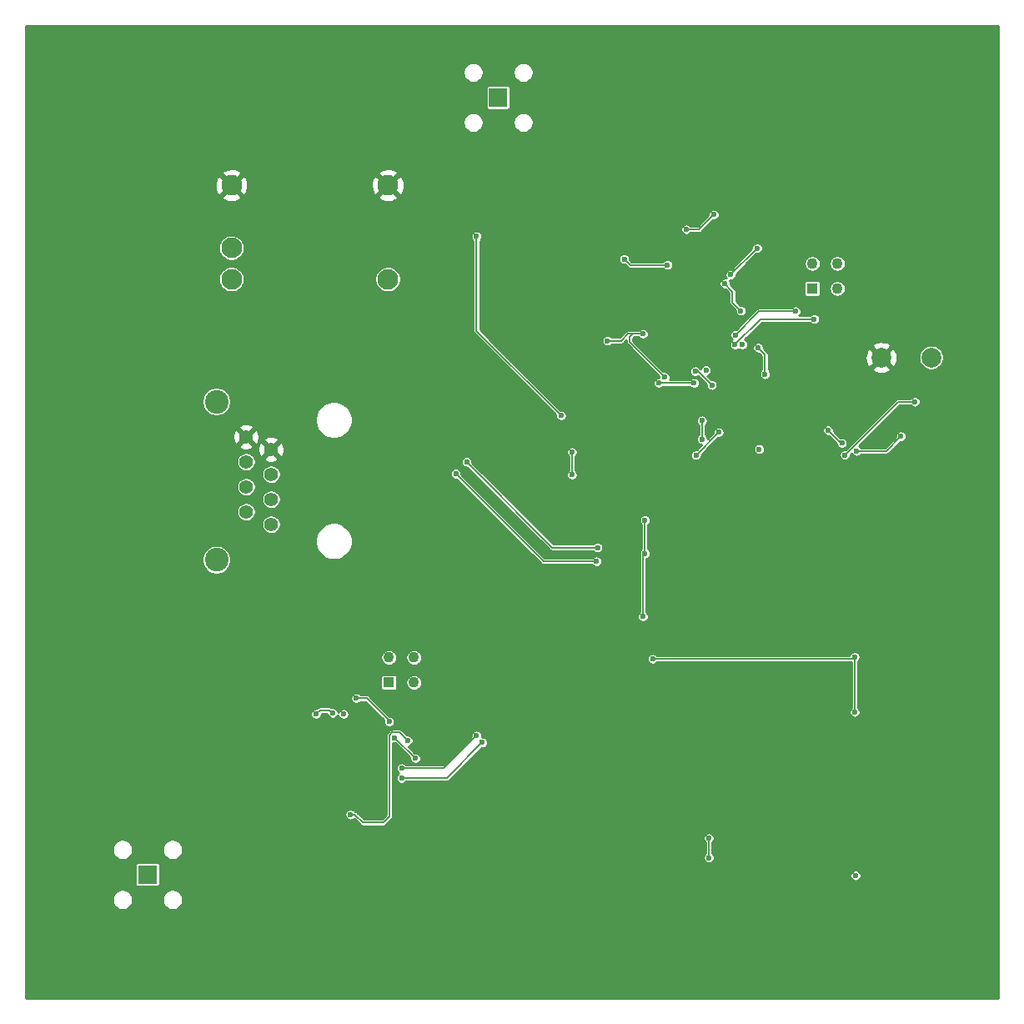
<source format=gbl>
%TF.GenerationSoftware,KiCad,Pcbnew,(5.1.10)-1*%
%TF.CreationDate,2021-10-14T01:54:17+08:00*%
%TF.ProjectId,cc1310,63633133-3130-42e6-9b69-6361645f7063,rev?*%
%TF.SameCoordinates,Original*%
%TF.FileFunction,Copper,L4,Bot*%
%TF.FilePolarity,Positive*%
%FSLAX46Y46*%
G04 Gerber Fmt 4.6, Leading zero omitted, Abs format (unit mm)*
G04 Created by KiCad (PCBNEW (5.1.10)-1) date 2021-10-14 01:54:17*
%MOMM*%
%LPD*%
G01*
G04 APERTURE LIST*
%TA.AperFunction,ComponentPad*%
%ADD10C,2.100000*%
%TD*%
%TA.AperFunction,ComponentPad*%
%ADD11C,1.100000*%
%TD*%
%TA.AperFunction,ComponentPad*%
%ADD12R,1.100000X1.100000*%
%TD*%
%TA.AperFunction,ComponentPad*%
%ADD13C,2.400000*%
%TD*%
%TA.AperFunction,ComponentPad*%
%ADD14C,1.400000*%
%TD*%
%TA.AperFunction,ComponentPad*%
%ADD15C,2.000000*%
%TD*%
%TA.AperFunction,ComponentPad*%
%ADD16R,1.935000X1.935000*%
%TD*%
%TA.AperFunction,ViaPad*%
%ADD17C,0.600000*%
%TD*%
%TA.AperFunction,Conductor*%
%ADD18C,0.150000*%
%TD*%
%TA.AperFunction,Conductor*%
%ADD19C,0.254000*%
%TD*%
%TA.AperFunction,Conductor*%
%ADD20C,0.100000*%
%TD*%
G04 APERTURE END LIST*
D10*
%TO.P,PS1,5*%
%TO.N,GND*%
X137400000Y-46820000D03*
%TO.P,PS1,4*%
%TO.N,Net-(PS1-Pad4)*%
X137400000Y-56350000D03*
%TO.P,PS1,3*%
%TO.N,Net-(PS1-Pad3)*%
X121520000Y-56350000D03*
%TO.P,PS1,2*%
%TO.N,/Vin*%
X121520000Y-53170000D03*
%TO.P,PS1,1*%
%TO.N,GND*%
X121520000Y-46820000D03*
%TD*%
D11*
%TO.P,J5,4*%
%TO.N,Net-(J5-Pad4)*%
X140040000Y-94760000D03*
%TO.P,J5,3*%
%TO.N,Net-(IC6-Pad39)*%
X140040000Y-97300000D03*
%TO.P,J5,2*%
%TO.N,Net-(J5-Pad2)*%
X137500000Y-94760000D03*
D12*
%TO.P,J5,1*%
%TO.N,Net-(IC6-Pad40)*%
X137500000Y-97300000D03*
%TD*%
D11*
%TO.P,J4,4*%
%TO.N,Net-(J4-Pad4)*%
X183040000Y-54760000D03*
%TO.P,J4,3*%
%TO.N,Net-(IC5-Pad39)*%
X183040000Y-57300000D03*
%TO.P,J4,2*%
%TO.N,Net-(J4-Pad2)*%
X180500000Y-54760000D03*
D12*
%TO.P,J4,1*%
%TO.N,Net-(IC5-Pad40)*%
X180500000Y-57300000D03*
%TD*%
D13*
%TO.P,J1,10*%
%TO.N,N/C*%
X120000000Y-68775000D03*
%TO.P,J1,9*%
X120000000Y-84825000D03*
D14*
%TO.P,J1,8*%
%TO.N,Net-(IC4-Pad46)*%
X125550000Y-81245000D03*
%TO.P,J1,7*%
%TO.N,Net-(IC4-Pad45)*%
X123010000Y-79975000D03*
%TO.P,J1,6*%
%TO.N,Net-(IC4-Pad44)*%
X125550000Y-78705000D03*
%TO.P,J1,5*%
%TO.N,Net-(IC4-Pad43)*%
X123010000Y-77435000D03*
%TO.P,J1,4*%
%TO.N,Net-(IC4-Pad50)*%
X125550000Y-76165000D03*
%TO.P,J1,3*%
%TO.N,Net-(IC4-Pad47)*%
X123010000Y-74895000D03*
%TO.P,J1,2*%
%TO.N,GND*%
X125550000Y-73625000D03*
%TO.P,J1,1*%
X123010000Y-72355000D03*
%TD*%
D15*
%TO.P,FB1,1*%
%TO.N,GND*%
X187500000Y-64300000D03*
%TO.P,FB1,2*%
%TO.N,Net-(FB1-Pad2)*%
X192580000Y-64300000D03*
%TD*%
D16*
%TO.P,AE2,1*%
%TO.N,Net-(AE2-Pad1)*%
X113000000Y-116800000D03*
%TD*%
%TO.P,AE1,1*%
%TO.N,Net-(AE1-Pad1)*%
X148600000Y-37900000D03*
%TD*%
D17*
%TO.N,GND*%
X173400000Y-38400000D03*
X173400000Y-40700000D03*
X164492500Y-42907500D03*
X170192500Y-42907500D03*
X162500000Y-62500000D03*
X166450000Y-62350000D03*
X172500000Y-64500000D03*
X181000000Y-67200000D03*
X181000000Y-65700000D03*
X115700000Y-107000000D03*
X115700000Y-102800000D03*
X136000000Y-100400000D03*
X133000000Y-105300000D03*
X131878761Y-98478761D03*
X135200000Y-111000000D03*
X136700000Y-111000000D03*
X171600000Y-116000000D03*
X171627482Y-117827482D03*
X182200000Y-114700000D03*
X178800000Y-111400000D03*
X173500000Y-102500000D03*
X171300000Y-100900000D03*
%TO.N,/VCCA_3.3V*%
X168700000Y-74200000D03*
X171000000Y-71900000D03*
X182092496Y-71692504D03*
X183500000Y-73000010D03*
X184800000Y-94700000D03*
X184800000Y-100300000D03*
X164300000Y-94900000D03*
%TO.N,Net-(C28-Pad2)*%
X156100000Y-73900000D03*
X156100000Y-76200000D03*
X163500000Y-80800000D03*
X163500000Y-84200000D03*
X163300000Y-90600000D03*
%TO.N,Net-(C31-Pad1)*%
X189500000Y-72300000D03*
X185000000Y-73800000D03*
%TO.N,Net-(C50-Pad1)*%
X167700000Y-51300000D03*
X170500000Y-49800000D03*
%TO.N,Net-(C54-Pad1)*%
X165800000Y-54900000D03*
X161400000Y-54300000D03*
%TO.N,Net-(C56-Pad1)*%
X159700000Y-62600000D03*
X163300000Y-61900000D03*
X173400000Y-63000000D03*
X169700000Y-65600000D03*
X165511499Y-66288501D03*
%TO.N,Net-(C57-Pad1)*%
X132900000Y-100500000D03*
X139399992Y-103200000D03*
X133600000Y-110700000D03*
%TO.N,Net-(C66-Pad1)*%
X164900000Y-66900000D03*
X168500000Y-66900000D03*
%TO.N,Net-(C67-Pad1)*%
X138100000Y-102900000D03*
X140200000Y-105000000D03*
%TO.N,Net-(C69-Pad1)*%
X173250000Y-59550000D03*
X171600000Y-56800000D03*
X175000000Y-63300000D03*
X175700000Y-66000000D03*
%TO.N,Net-(C71-Pad1)*%
X130100000Y-100500000D03*
X131800000Y-100400000D03*
X134200000Y-98900000D03*
X137528768Y-101271232D03*
%TO.N,Net-(FB1-Pad2)*%
X183800000Y-74200000D03*
X190900000Y-68800000D03*
%TO.N,/MAX10_CLK_50*%
X170000000Y-115100000D03*
X170000000Y-113100000D03*
%TO.N,Net-(IC4-Pad57)*%
X138800000Y-107000000D03*
X147000000Y-103400000D03*
%TO.N,Net-(IC4-Pad56)*%
X138800000Y-106000000D03*
X146400000Y-102700000D03*
%TO.N,Net-(IC4-Pad50)*%
X144300000Y-76100000D03*
X158600000Y-85000000D03*
%TO.N,Net-(IC4-Pad47)*%
X145400000Y-74900000D03*
X158700000Y-83600000D03*
%TO.N,Net-(IC4-Pad33)*%
X169300000Y-70700000D03*
X169300000Y-72600000D03*
%TO.N,/ADC_CLK_10*%
X184900000Y-116900000D03*
X175100000Y-73600000D03*
%TO.N,Net-(IC5-Pad47)*%
X174900000Y-53200000D03*
X172200000Y-55900000D03*
%TO.N,Net-(IC5-Pad40)*%
X172700000Y-62000000D03*
X178800000Y-59600000D03*
%TO.N,Net-(IC5-Pad39)*%
X172649997Y-63000000D03*
X180700000Y-60400000D03*
%TO.N,Net-(IC5-Pad33)*%
X170300000Y-67100000D03*
X168600000Y-65700000D03*
%TO.N,/VCC_IO*%
X146400000Y-52000000D03*
X155000000Y-70200000D03*
%TD*%
D18*
%TO.N,GND*%
X173400000Y-38400000D02*
X173400000Y-40700000D01*
X173400000Y-40700000D02*
X173400000Y-40700000D01*
X164492500Y-42907500D02*
X170192500Y-42907500D01*
X170192500Y-42907500D02*
X170192500Y-42907500D01*
X162500000Y-62500000D02*
X166300000Y-62500000D01*
X166300000Y-62500000D02*
X166400000Y-62400000D01*
X168600000Y-64500000D02*
X166450000Y-62350000D01*
X172500000Y-64500000D02*
X168600000Y-64500000D01*
X181000000Y-67200000D02*
X181000000Y-65700000D01*
X115700000Y-107000000D02*
X115700000Y-102800000D01*
X136000000Y-100400000D02*
X133800000Y-100400000D01*
X133800000Y-104500000D02*
X133000000Y-105300000D01*
X133800000Y-100400000D02*
X133800000Y-104500000D01*
X133800000Y-100400000D02*
X131878761Y-98478761D01*
X135200000Y-111000000D02*
X136700000Y-111000000D01*
X133000000Y-108800000D02*
X135200000Y-111000000D01*
X133000000Y-105300000D02*
X133000000Y-108800000D01*
X171600000Y-117800000D02*
X171627482Y-117827482D01*
X171600000Y-116000000D02*
X171600000Y-117800000D01*
X178900000Y-111400000D02*
X178800000Y-111400000D01*
X182200000Y-114700000D02*
X178900000Y-111400000D01*
X173500000Y-102500000D02*
X172900000Y-102500000D01*
X172900000Y-102500000D02*
X171300000Y-100900000D01*
%TO.N,/VCCA_3.3V*%
X168700000Y-74200000D02*
X171000000Y-71900000D01*
X183400002Y-73000010D02*
X183500000Y-73000010D01*
X182092496Y-71692504D02*
X183400002Y-73000010D01*
X184800000Y-94700000D02*
X184800000Y-100300000D01*
X184600000Y-94900000D02*
X184800000Y-94700000D01*
X164300000Y-94900000D02*
X184600000Y-94900000D01*
%TO.N,Net-(C28-Pad2)*%
X156100000Y-73900000D02*
X156100000Y-76200000D01*
X163500000Y-80800000D02*
X163500000Y-84200000D01*
X163300000Y-84400000D02*
X163500000Y-84200000D01*
X163300000Y-90600000D02*
X163300000Y-84400000D01*
%TO.N,Net-(C31-Pad1)*%
X188000000Y-73800000D02*
X185000000Y-73800000D01*
X189500000Y-72300000D02*
X188000000Y-73800000D01*
%TO.N,Net-(C50-Pad1)*%
X167700000Y-51300000D02*
X169000000Y-51300000D01*
X169000000Y-51300000D02*
X170500000Y-49800000D01*
X170500000Y-49800000D02*
X170500000Y-49800000D01*
%TO.N,Net-(C54-Pad1)*%
X165800000Y-54900000D02*
X162000000Y-54900000D01*
X162000000Y-54900000D02*
X161400000Y-54300000D01*
X161400000Y-54300000D02*
X161300000Y-54200000D01*
%TO.N,Net-(C56-Pad1)*%
X159700000Y-62600000D02*
X161100000Y-62600000D01*
X161100000Y-62600000D02*
X161800000Y-61900000D01*
X161800000Y-61900000D02*
X163300000Y-61900000D01*
X163300000Y-61900000D02*
X163300000Y-61900000D01*
X161974999Y-62247999D02*
X161974999Y-62752001D01*
X162322998Y-61900000D02*
X161974999Y-62247999D01*
X161974999Y-62752001D02*
X165511499Y-66288501D01*
X163300000Y-61900000D02*
X162322998Y-61900000D01*
X165511499Y-66288501D02*
X165522998Y-66300000D01*
%TO.N,Net-(C57-Pad1)*%
X138574991Y-102374999D02*
X139399992Y-103200000D01*
X137847999Y-102374999D02*
X138574991Y-102374999D01*
X137574999Y-102647999D02*
X137847999Y-102374999D01*
X137574999Y-110902003D02*
X137574999Y-102647999D01*
X136952001Y-111525001D02*
X137574999Y-110902003D01*
X134849265Y-111525001D02*
X136952001Y-111525001D01*
X134024264Y-110700000D02*
X134849265Y-111525001D01*
X133600000Y-110700000D02*
X134024264Y-110700000D01*
%TO.N,Net-(C66-Pad1)*%
X168500000Y-66900000D02*
X164900000Y-66900000D01*
%TO.N,Net-(C67-Pad1)*%
X138100000Y-102900000D02*
X140200000Y-105000000D01*
X140200000Y-105000000D02*
X140200000Y-105000000D01*
%TO.N,Net-(C69-Pad1)*%
X173250000Y-59550000D02*
X172400000Y-58700000D01*
X172400000Y-58700000D02*
X172400000Y-57700000D01*
X172400000Y-57700000D02*
X172400000Y-57600000D01*
X172400000Y-57600000D02*
X171600000Y-56800000D01*
X171600000Y-56800000D02*
X171600000Y-56800000D01*
X175000000Y-63300000D02*
X175700000Y-64000000D01*
X175700000Y-64000000D02*
X175700000Y-66000000D01*
%TO.N,Net-(C71-Pad1)*%
X130100000Y-100500000D02*
X130500000Y-100100000D01*
X131500000Y-100100000D02*
X131800000Y-100400000D01*
X130500000Y-100100000D02*
X131500000Y-100100000D01*
X137528768Y-101151766D02*
X137528768Y-101271232D01*
X135277002Y-98900000D02*
X137528768Y-101151766D01*
X134200000Y-98900000D02*
X135277002Y-98900000D01*
%TO.N,Net-(FB1-Pad2)*%
X189200000Y-68800000D02*
X190900000Y-68800000D01*
X183800000Y-74200000D02*
X189200000Y-68800000D01*
%TO.N,/MAX10_CLK_50*%
X170000000Y-115100000D02*
X170000000Y-113100000D01*
%TO.N,Net-(IC4-Pad57)*%
X143400000Y-107000000D02*
X147000000Y-103400000D01*
X138800000Y-107000000D02*
X143400000Y-107000000D01*
%TO.N,Net-(IC4-Pad56)*%
X138800000Y-106000000D02*
X142300000Y-106000000D01*
X143100000Y-106000000D02*
X146400000Y-102700000D01*
X142300000Y-106000000D02*
X143100000Y-106000000D01*
%TO.N,Net-(IC4-Pad50)*%
X144300000Y-76100000D02*
X153200000Y-85000000D01*
X153200000Y-85000000D02*
X158600000Y-85000000D01*
%TO.N,Net-(IC4-Pad47)*%
X154100000Y-83600000D02*
X158700000Y-83600000D01*
X145400000Y-74900000D02*
X154100000Y-83600000D01*
%TO.N,Net-(IC4-Pad33)*%
X169300000Y-72600000D02*
X169300000Y-72600000D01*
X169300000Y-72600000D02*
X169300000Y-70700000D01*
%TO.N,Net-(IC5-Pad47)*%
X174900000Y-53200000D02*
X172200000Y-55900000D01*
X172200000Y-55900000D02*
X172200000Y-55900000D01*
%TO.N,Net-(IC5-Pad40)*%
X172700000Y-62000000D02*
X175100000Y-59600000D01*
X175100000Y-59600000D02*
X178800000Y-59600000D01*
%TO.N,Net-(IC5-Pad39)*%
X172649997Y-63000000D02*
X175249997Y-60400000D01*
X175249997Y-60400000D02*
X180700000Y-60400000D01*
%TO.N,Net-(IC5-Pad33)*%
X168600000Y-65700000D02*
X168600000Y-65700000D01*
X168900000Y-65700000D02*
X168600000Y-65700000D01*
X170300000Y-67100000D02*
X168900000Y-65700000D01*
%TO.N,/VCC_IO*%
X146400000Y-52000000D02*
X146400000Y-61600000D01*
X146400000Y-61600000D02*
X155000000Y-70200000D01*
X155000000Y-70200000D02*
X155000000Y-70200000D01*
%TD*%
D19*
%TO.N,GND*%
X199373000Y-129373000D02*
X100627000Y-129373000D01*
X100627000Y-119237372D01*
X109418000Y-119237372D01*
X109418000Y-119442628D01*
X109458043Y-119643940D01*
X109536591Y-119833572D01*
X109650626Y-120004236D01*
X109795764Y-120149374D01*
X109966428Y-120263409D01*
X110156060Y-120341957D01*
X110357372Y-120382000D01*
X110562628Y-120382000D01*
X110763940Y-120341957D01*
X110953572Y-120263409D01*
X111124236Y-120149374D01*
X111269374Y-120004236D01*
X111383409Y-119833572D01*
X111461957Y-119643940D01*
X111502000Y-119442628D01*
X111502000Y-119237372D01*
X114498000Y-119237372D01*
X114498000Y-119442628D01*
X114538043Y-119643940D01*
X114616591Y-119833572D01*
X114730626Y-120004236D01*
X114875764Y-120149374D01*
X115046428Y-120263409D01*
X115236060Y-120341957D01*
X115437372Y-120382000D01*
X115642628Y-120382000D01*
X115843940Y-120341957D01*
X116033572Y-120263409D01*
X116204236Y-120149374D01*
X116349374Y-120004236D01*
X116463409Y-119833572D01*
X116541957Y-119643940D01*
X116582000Y-119442628D01*
X116582000Y-119237372D01*
X116541957Y-119036060D01*
X116463409Y-118846428D01*
X116349374Y-118675764D01*
X116204236Y-118530626D01*
X116033572Y-118416591D01*
X115843940Y-118338043D01*
X115642628Y-118298000D01*
X115437372Y-118298000D01*
X115236060Y-118338043D01*
X115046428Y-118416591D01*
X114875764Y-118530626D01*
X114730626Y-118675764D01*
X114616591Y-118846428D01*
X114538043Y-119036060D01*
X114498000Y-119237372D01*
X111502000Y-119237372D01*
X111461957Y-119036060D01*
X111383409Y-118846428D01*
X111269374Y-118675764D01*
X111124236Y-118530626D01*
X110953572Y-118416591D01*
X110763940Y-118338043D01*
X110562628Y-118298000D01*
X110357372Y-118298000D01*
X110156060Y-118338043D01*
X109966428Y-118416591D01*
X109795764Y-118530626D01*
X109650626Y-118675764D01*
X109536591Y-118846428D01*
X109458043Y-119036060D01*
X109418000Y-119237372D01*
X100627000Y-119237372D01*
X100627000Y-115832500D01*
X111754160Y-115832500D01*
X111754160Y-117767500D01*
X111759508Y-117821801D01*
X111775347Y-117874016D01*
X111801069Y-117922137D01*
X111835684Y-117964316D01*
X111877863Y-117998931D01*
X111925984Y-118024653D01*
X111978199Y-118040492D01*
X112032500Y-118045840D01*
X113967500Y-118045840D01*
X114021801Y-118040492D01*
X114074016Y-118024653D01*
X114122137Y-117998931D01*
X114164316Y-117964316D01*
X114198931Y-117922137D01*
X114224653Y-117874016D01*
X114240492Y-117821801D01*
X114245840Y-117767500D01*
X114245840Y-116843170D01*
X184323000Y-116843170D01*
X184323000Y-116956830D01*
X184345174Y-117068305D01*
X184388669Y-117173312D01*
X184451815Y-117267816D01*
X184532184Y-117348185D01*
X184626688Y-117411331D01*
X184731695Y-117454826D01*
X184843170Y-117477000D01*
X184956830Y-117477000D01*
X185068305Y-117454826D01*
X185173312Y-117411331D01*
X185267816Y-117348185D01*
X185348185Y-117267816D01*
X185411331Y-117173312D01*
X185454826Y-117068305D01*
X185477000Y-116956830D01*
X185477000Y-116843170D01*
X185454826Y-116731695D01*
X185411331Y-116626688D01*
X185348185Y-116532184D01*
X185267816Y-116451815D01*
X185173312Y-116388669D01*
X185068305Y-116345174D01*
X184956830Y-116323000D01*
X184843170Y-116323000D01*
X184731695Y-116345174D01*
X184626688Y-116388669D01*
X184532184Y-116451815D01*
X184451815Y-116532184D01*
X184388669Y-116626688D01*
X184345174Y-116731695D01*
X184323000Y-116843170D01*
X114245840Y-116843170D01*
X114245840Y-115832500D01*
X114240492Y-115778199D01*
X114224653Y-115725984D01*
X114198931Y-115677863D01*
X114164316Y-115635684D01*
X114122137Y-115601069D01*
X114074016Y-115575347D01*
X114021801Y-115559508D01*
X113967500Y-115554160D01*
X112032500Y-115554160D01*
X111978199Y-115559508D01*
X111925984Y-115575347D01*
X111877863Y-115601069D01*
X111835684Y-115635684D01*
X111801069Y-115677863D01*
X111775347Y-115725984D01*
X111759508Y-115778199D01*
X111754160Y-115832500D01*
X100627000Y-115832500D01*
X100627000Y-114157372D01*
X109418000Y-114157372D01*
X109418000Y-114362628D01*
X109458043Y-114563940D01*
X109536591Y-114753572D01*
X109650626Y-114924236D01*
X109795764Y-115069374D01*
X109966428Y-115183409D01*
X110156060Y-115261957D01*
X110357372Y-115302000D01*
X110562628Y-115302000D01*
X110763940Y-115261957D01*
X110953572Y-115183409D01*
X111124236Y-115069374D01*
X111269374Y-114924236D01*
X111383409Y-114753572D01*
X111461957Y-114563940D01*
X111502000Y-114362628D01*
X111502000Y-114157372D01*
X114498000Y-114157372D01*
X114498000Y-114362628D01*
X114538043Y-114563940D01*
X114616591Y-114753572D01*
X114730626Y-114924236D01*
X114875764Y-115069374D01*
X115046428Y-115183409D01*
X115236060Y-115261957D01*
X115437372Y-115302000D01*
X115642628Y-115302000D01*
X115843940Y-115261957D01*
X116033572Y-115183409D01*
X116204236Y-115069374D01*
X116349374Y-114924236D01*
X116463409Y-114753572D01*
X116541957Y-114563940D01*
X116582000Y-114362628D01*
X116582000Y-114157372D01*
X116541957Y-113956060D01*
X116463409Y-113766428D01*
X116349374Y-113595764D01*
X116204236Y-113450626D01*
X116033572Y-113336591D01*
X115843940Y-113258043D01*
X115642628Y-113218000D01*
X115437372Y-113218000D01*
X115236060Y-113258043D01*
X115046428Y-113336591D01*
X114875764Y-113450626D01*
X114730626Y-113595764D01*
X114616591Y-113766428D01*
X114538043Y-113956060D01*
X114498000Y-114157372D01*
X111502000Y-114157372D01*
X111461957Y-113956060D01*
X111383409Y-113766428D01*
X111269374Y-113595764D01*
X111124236Y-113450626D01*
X110953572Y-113336591D01*
X110763940Y-113258043D01*
X110562628Y-113218000D01*
X110357372Y-113218000D01*
X110156060Y-113258043D01*
X109966428Y-113336591D01*
X109795764Y-113450626D01*
X109650626Y-113595764D01*
X109536591Y-113766428D01*
X109458043Y-113956060D01*
X109418000Y-114157372D01*
X100627000Y-114157372D01*
X100627000Y-113043170D01*
X169423000Y-113043170D01*
X169423000Y-113156830D01*
X169445174Y-113268305D01*
X169488669Y-113373312D01*
X169551815Y-113467816D01*
X169632184Y-113548185D01*
X169648001Y-113558753D01*
X169648000Y-114641247D01*
X169632184Y-114651815D01*
X169551815Y-114732184D01*
X169488669Y-114826688D01*
X169445174Y-114931695D01*
X169423000Y-115043170D01*
X169423000Y-115156830D01*
X169445174Y-115268305D01*
X169488669Y-115373312D01*
X169551815Y-115467816D01*
X169632184Y-115548185D01*
X169726688Y-115611331D01*
X169831695Y-115654826D01*
X169943170Y-115677000D01*
X170056830Y-115677000D01*
X170168305Y-115654826D01*
X170273312Y-115611331D01*
X170367816Y-115548185D01*
X170448185Y-115467816D01*
X170511331Y-115373312D01*
X170554826Y-115268305D01*
X170577000Y-115156830D01*
X170577000Y-115043170D01*
X170554826Y-114931695D01*
X170511331Y-114826688D01*
X170448185Y-114732184D01*
X170367816Y-114651815D01*
X170352000Y-114641247D01*
X170352000Y-113558753D01*
X170367816Y-113548185D01*
X170448185Y-113467816D01*
X170511331Y-113373312D01*
X170554826Y-113268305D01*
X170577000Y-113156830D01*
X170577000Y-113043170D01*
X170554826Y-112931695D01*
X170511331Y-112826688D01*
X170448185Y-112732184D01*
X170367816Y-112651815D01*
X170273312Y-112588669D01*
X170168305Y-112545174D01*
X170056830Y-112523000D01*
X169943170Y-112523000D01*
X169831695Y-112545174D01*
X169726688Y-112588669D01*
X169632184Y-112651815D01*
X169551815Y-112732184D01*
X169488669Y-112826688D01*
X169445174Y-112931695D01*
X169423000Y-113043170D01*
X100627000Y-113043170D01*
X100627000Y-110643170D01*
X133023000Y-110643170D01*
X133023000Y-110756830D01*
X133045174Y-110868305D01*
X133088669Y-110973312D01*
X133151815Y-111067816D01*
X133232184Y-111148185D01*
X133326688Y-111211331D01*
X133431695Y-111254826D01*
X133543170Y-111277000D01*
X133656830Y-111277000D01*
X133768305Y-111254826D01*
X133873312Y-111211331D01*
X133967816Y-111148185D01*
X133971231Y-111144770D01*
X134588139Y-111761679D01*
X134599159Y-111775107D01*
X134612587Y-111786127D01*
X134612590Y-111786130D01*
X134652758Y-111819094D01*
X134713908Y-111851780D01*
X134729351Y-111856465D01*
X134780261Y-111871908D01*
X134831973Y-111877001D01*
X134831976Y-111877001D01*
X134849265Y-111878704D01*
X134866554Y-111877001D01*
X136934712Y-111877001D01*
X136952001Y-111878704D01*
X136969290Y-111877001D01*
X136969293Y-111877001D01*
X137021005Y-111871908D01*
X137087357Y-111851780D01*
X137148508Y-111819094D01*
X137202107Y-111775107D01*
X137213136Y-111761668D01*
X137811676Y-111163129D01*
X137825104Y-111152109D01*
X137836127Y-111138678D01*
X137869092Y-111098511D01*
X137901777Y-111037360D01*
X137901778Y-111037359D01*
X137921906Y-110971007D01*
X137926999Y-110919295D01*
X137926999Y-110919293D01*
X137928702Y-110902004D01*
X137926999Y-110884715D01*
X137926999Y-105943170D01*
X138223000Y-105943170D01*
X138223000Y-106056830D01*
X138245174Y-106168305D01*
X138288669Y-106273312D01*
X138351815Y-106367816D01*
X138432184Y-106448185D01*
X138509730Y-106500000D01*
X138432184Y-106551815D01*
X138351815Y-106632184D01*
X138288669Y-106726688D01*
X138245174Y-106831695D01*
X138223000Y-106943170D01*
X138223000Y-107056830D01*
X138245174Y-107168305D01*
X138288669Y-107273312D01*
X138351815Y-107367816D01*
X138432184Y-107448185D01*
X138526688Y-107511331D01*
X138631695Y-107554826D01*
X138743170Y-107577000D01*
X138856830Y-107577000D01*
X138968305Y-107554826D01*
X139073312Y-107511331D01*
X139167816Y-107448185D01*
X139248185Y-107367816D01*
X139258753Y-107352000D01*
X143382711Y-107352000D01*
X143400000Y-107353703D01*
X143417289Y-107352000D01*
X143417292Y-107352000D01*
X143469004Y-107346907D01*
X143535356Y-107326779D01*
X143596507Y-107294093D01*
X143650106Y-107250106D01*
X143661135Y-107236667D01*
X146924515Y-103973289D01*
X146943170Y-103977000D01*
X147056830Y-103977000D01*
X147168305Y-103954826D01*
X147273312Y-103911331D01*
X147367816Y-103848185D01*
X147448185Y-103767816D01*
X147511331Y-103673312D01*
X147554826Y-103568305D01*
X147577000Y-103456830D01*
X147577000Y-103343170D01*
X147554826Y-103231695D01*
X147511331Y-103126688D01*
X147448185Y-103032184D01*
X147367816Y-102951815D01*
X147273312Y-102888669D01*
X147168305Y-102845174D01*
X147056830Y-102823000D01*
X146963838Y-102823000D01*
X146977000Y-102756830D01*
X146977000Y-102643170D01*
X146954826Y-102531695D01*
X146911331Y-102426688D01*
X146848185Y-102332184D01*
X146767816Y-102251815D01*
X146673312Y-102188669D01*
X146568305Y-102145174D01*
X146456830Y-102123000D01*
X146343170Y-102123000D01*
X146231695Y-102145174D01*
X146126688Y-102188669D01*
X146032184Y-102251815D01*
X145951815Y-102332184D01*
X145888669Y-102426688D01*
X145845174Y-102531695D01*
X145823000Y-102643170D01*
X145823000Y-102756830D01*
X145826711Y-102775485D01*
X142954198Y-105648000D01*
X139258753Y-105648000D01*
X139248185Y-105632184D01*
X139167816Y-105551815D01*
X139073312Y-105488669D01*
X138968305Y-105445174D01*
X138856830Y-105423000D01*
X138743170Y-105423000D01*
X138631695Y-105445174D01*
X138526688Y-105488669D01*
X138432184Y-105551815D01*
X138351815Y-105632184D01*
X138288669Y-105726688D01*
X138245174Y-105831695D01*
X138223000Y-105943170D01*
X137926999Y-105943170D01*
X137926999Y-103452881D01*
X137931695Y-103454826D01*
X138043170Y-103477000D01*
X138156830Y-103477000D01*
X138175487Y-103473289D01*
X139626711Y-104924514D01*
X139623000Y-104943170D01*
X139623000Y-105056830D01*
X139645174Y-105168305D01*
X139688669Y-105273312D01*
X139751815Y-105367816D01*
X139832184Y-105448185D01*
X139926688Y-105511331D01*
X140031695Y-105554826D01*
X140143170Y-105577000D01*
X140256830Y-105577000D01*
X140368305Y-105554826D01*
X140473312Y-105511331D01*
X140567816Y-105448185D01*
X140648185Y-105367816D01*
X140711331Y-105273312D01*
X140754826Y-105168305D01*
X140777000Y-105056830D01*
X140777000Y-104943170D01*
X140754826Y-104831695D01*
X140711331Y-104726688D01*
X140648185Y-104632184D01*
X140567816Y-104551815D01*
X140473312Y-104488669D01*
X140368305Y-104445174D01*
X140256830Y-104423000D01*
X140143170Y-104423000D01*
X140124514Y-104426711D01*
X139471819Y-103774017D01*
X139568297Y-103754826D01*
X139673304Y-103711331D01*
X139767808Y-103648185D01*
X139848177Y-103567816D01*
X139911323Y-103473312D01*
X139954818Y-103368305D01*
X139976992Y-103256830D01*
X139976992Y-103143170D01*
X139954818Y-103031695D01*
X139911323Y-102926688D01*
X139848177Y-102832184D01*
X139767808Y-102751815D01*
X139673304Y-102688669D01*
X139568297Y-102645174D01*
X139456822Y-102623000D01*
X139343162Y-102623000D01*
X139324506Y-102626711D01*
X138836126Y-102138331D01*
X138825097Y-102124893D01*
X138771498Y-102080906D01*
X138710347Y-102048220D01*
X138643995Y-102028092D01*
X138592283Y-102022999D01*
X138592280Y-102022999D01*
X138574991Y-102021296D01*
X138557702Y-102022999D01*
X137865287Y-102022999D01*
X137847998Y-102021296D01*
X137830709Y-102022999D01*
X137830707Y-102022999D01*
X137778995Y-102028092D01*
X137712643Y-102048220D01*
X137684177Y-102063435D01*
X137651491Y-102080906D01*
X137624395Y-102103144D01*
X137597893Y-102124893D01*
X137586868Y-102138327D01*
X137338327Y-102386869D01*
X137324894Y-102397893D01*
X137313871Y-102411325D01*
X137280906Y-102451492D01*
X137253112Y-102503493D01*
X137248221Y-102512643D01*
X137229845Y-102573222D01*
X137228093Y-102578996D01*
X137221296Y-102647999D01*
X137223000Y-102665298D01*
X137222999Y-110756200D01*
X136806199Y-111173001D01*
X134995069Y-111173001D01*
X134285399Y-110463332D01*
X134274370Y-110449894D01*
X134220771Y-110405907D01*
X134159620Y-110373221D01*
X134093268Y-110353093D01*
X134059964Y-110349813D01*
X134048185Y-110332184D01*
X133967816Y-110251815D01*
X133873312Y-110188669D01*
X133768305Y-110145174D01*
X133656830Y-110123000D01*
X133543170Y-110123000D01*
X133431695Y-110145174D01*
X133326688Y-110188669D01*
X133232184Y-110251815D01*
X133151815Y-110332184D01*
X133088669Y-110426688D01*
X133045174Y-110531695D01*
X133023000Y-110643170D01*
X100627000Y-110643170D01*
X100627000Y-100443170D01*
X129523000Y-100443170D01*
X129523000Y-100556830D01*
X129545174Y-100668305D01*
X129588669Y-100773312D01*
X129651815Y-100867816D01*
X129732184Y-100948185D01*
X129826688Y-101011331D01*
X129931695Y-101054826D01*
X130043170Y-101077000D01*
X130156830Y-101077000D01*
X130268305Y-101054826D01*
X130373312Y-101011331D01*
X130467816Y-100948185D01*
X130548185Y-100867816D01*
X130611331Y-100773312D01*
X130654826Y-100668305D01*
X130677000Y-100556830D01*
X130677000Y-100452000D01*
X131223000Y-100452000D01*
X131223000Y-100456830D01*
X131245174Y-100568305D01*
X131288669Y-100673312D01*
X131351815Y-100767816D01*
X131432184Y-100848185D01*
X131526688Y-100911331D01*
X131631695Y-100954826D01*
X131743170Y-100977000D01*
X131856830Y-100977000D01*
X131968305Y-100954826D01*
X132073312Y-100911331D01*
X132167816Y-100848185D01*
X132248185Y-100767816D01*
X132311331Y-100673312D01*
X132334867Y-100616490D01*
X132345174Y-100668305D01*
X132388669Y-100773312D01*
X132451815Y-100867816D01*
X132532184Y-100948185D01*
X132626688Y-101011331D01*
X132731695Y-101054826D01*
X132843170Y-101077000D01*
X132956830Y-101077000D01*
X133068305Y-101054826D01*
X133173312Y-101011331D01*
X133267816Y-100948185D01*
X133348185Y-100867816D01*
X133411331Y-100773312D01*
X133454826Y-100668305D01*
X133477000Y-100556830D01*
X133477000Y-100443170D01*
X133454826Y-100331695D01*
X133411331Y-100226688D01*
X133348185Y-100132184D01*
X133267816Y-100051815D01*
X133173312Y-99988669D01*
X133068305Y-99945174D01*
X132956830Y-99923000D01*
X132843170Y-99923000D01*
X132731695Y-99945174D01*
X132626688Y-99988669D01*
X132532184Y-100051815D01*
X132451815Y-100132184D01*
X132388669Y-100226688D01*
X132365133Y-100283510D01*
X132354826Y-100231695D01*
X132311331Y-100126688D01*
X132248185Y-100032184D01*
X132167816Y-99951815D01*
X132073312Y-99888669D01*
X131968305Y-99845174D01*
X131856830Y-99823000D01*
X131743170Y-99823000D01*
X131722375Y-99827136D01*
X131696507Y-99805907D01*
X131635356Y-99773221D01*
X131569004Y-99753093D01*
X131517292Y-99748000D01*
X131517289Y-99748000D01*
X131500000Y-99746297D01*
X131482711Y-99748000D01*
X130517280Y-99748000D01*
X130499999Y-99746298D01*
X130482718Y-99748000D01*
X130482708Y-99748000D01*
X130430996Y-99753093D01*
X130364644Y-99773221D01*
X130336178Y-99788436D01*
X130303492Y-99805907D01*
X130282665Y-99823000D01*
X130249894Y-99849894D01*
X130238870Y-99863328D01*
X130175486Y-99926711D01*
X130156830Y-99923000D01*
X130043170Y-99923000D01*
X129931695Y-99945174D01*
X129826688Y-99988669D01*
X129732184Y-100051815D01*
X129651815Y-100132184D01*
X129588669Y-100226688D01*
X129545174Y-100331695D01*
X129523000Y-100443170D01*
X100627000Y-100443170D01*
X100627000Y-98843170D01*
X133623000Y-98843170D01*
X133623000Y-98956830D01*
X133645174Y-99068305D01*
X133688669Y-99173312D01*
X133751815Y-99267816D01*
X133832184Y-99348185D01*
X133926688Y-99411331D01*
X134031695Y-99454826D01*
X134143170Y-99477000D01*
X134256830Y-99477000D01*
X134368305Y-99454826D01*
X134473312Y-99411331D01*
X134567816Y-99348185D01*
X134648185Y-99267816D01*
X134658753Y-99252000D01*
X135131200Y-99252000D01*
X136976339Y-101097140D01*
X136973942Y-101102927D01*
X136951768Y-101214402D01*
X136951768Y-101328062D01*
X136973942Y-101439537D01*
X137017437Y-101544544D01*
X137080583Y-101639048D01*
X137160952Y-101719417D01*
X137255456Y-101782563D01*
X137360463Y-101826058D01*
X137471938Y-101848232D01*
X137585598Y-101848232D01*
X137697073Y-101826058D01*
X137802080Y-101782563D01*
X137896584Y-101719417D01*
X137976953Y-101639048D01*
X138040099Y-101544544D01*
X138083594Y-101439537D01*
X138105768Y-101328062D01*
X138105768Y-101214402D01*
X138083594Y-101102927D01*
X138040099Y-100997920D01*
X137976953Y-100903416D01*
X137896584Y-100823047D01*
X137802080Y-100759901D01*
X137697073Y-100716406D01*
X137585598Y-100694232D01*
X137569037Y-100694232D01*
X135538137Y-98663333D01*
X135527108Y-98649894D01*
X135473509Y-98605907D01*
X135412358Y-98573221D01*
X135346006Y-98553093D01*
X135294294Y-98548000D01*
X135294291Y-98548000D01*
X135277002Y-98546297D01*
X135259713Y-98548000D01*
X134658753Y-98548000D01*
X134648185Y-98532184D01*
X134567816Y-98451815D01*
X134473312Y-98388669D01*
X134368305Y-98345174D01*
X134256830Y-98323000D01*
X134143170Y-98323000D01*
X134031695Y-98345174D01*
X133926688Y-98388669D01*
X133832184Y-98451815D01*
X133751815Y-98532184D01*
X133688669Y-98626688D01*
X133645174Y-98731695D01*
X133623000Y-98843170D01*
X100627000Y-98843170D01*
X100627000Y-96750000D01*
X136671660Y-96750000D01*
X136671660Y-97850000D01*
X136677008Y-97904301D01*
X136692847Y-97956516D01*
X136718569Y-98004637D01*
X136753184Y-98046816D01*
X136795363Y-98081431D01*
X136843484Y-98107153D01*
X136895699Y-98122992D01*
X136950000Y-98128340D01*
X138050000Y-98128340D01*
X138104301Y-98122992D01*
X138156516Y-98107153D01*
X138204637Y-98081431D01*
X138246816Y-98046816D01*
X138281431Y-98004637D01*
X138307153Y-97956516D01*
X138322992Y-97904301D01*
X138328340Y-97850000D01*
X138328340Y-97218548D01*
X139213000Y-97218548D01*
X139213000Y-97381452D01*
X139244782Y-97541227D01*
X139307123Y-97691731D01*
X139397628Y-97827181D01*
X139512819Y-97942372D01*
X139648269Y-98032877D01*
X139798773Y-98095218D01*
X139958548Y-98127000D01*
X140121452Y-98127000D01*
X140281227Y-98095218D01*
X140431731Y-98032877D01*
X140567181Y-97942372D01*
X140682372Y-97827181D01*
X140772877Y-97691731D01*
X140835218Y-97541227D01*
X140867000Y-97381452D01*
X140867000Y-97218548D01*
X140835218Y-97058773D01*
X140772877Y-96908269D01*
X140682372Y-96772819D01*
X140567181Y-96657628D01*
X140431731Y-96567123D01*
X140281227Y-96504782D01*
X140121452Y-96473000D01*
X139958548Y-96473000D01*
X139798773Y-96504782D01*
X139648269Y-96567123D01*
X139512819Y-96657628D01*
X139397628Y-96772819D01*
X139307123Y-96908269D01*
X139244782Y-97058773D01*
X139213000Y-97218548D01*
X138328340Y-97218548D01*
X138328340Y-96750000D01*
X138322992Y-96695699D01*
X138307153Y-96643484D01*
X138281431Y-96595363D01*
X138246816Y-96553184D01*
X138204637Y-96518569D01*
X138156516Y-96492847D01*
X138104301Y-96477008D01*
X138050000Y-96471660D01*
X136950000Y-96471660D01*
X136895699Y-96477008D01*
X136843484Y-96492847D01*
X136795363Y-96518569D01*
X136753184Y-96553184D01*
X136718569Y-96595363D01*
X136692847Y-96643484D01*
X136677008Y-96695699D01*
X136671660Y-96750000D01*
X100627000Y-96750000D01*
X100627000Y-94678548D01*
X136673000Y-94678548D01*
X136673000Y-94841452D01*
X136704782Y-95001227D01*
X136767123Y-95151731D01*
X136857628Y-95287181D01*
X136972819Y-95402372D01*
X137108269Y-95492877D01*
X137258773Y-95555218D01*
X137418548Y-95587000D01*
X137581452Y-95587000D01*
X137741227Y-95555218D01*
X137891731Y-95492877D01*
X138027181Y-95402372D01*
X138142372Y-95287181D01*
X138232877Y-95151731D01*
X138295218Y-95001227D01*
X138327000Y-94841452D01*
X138327000Y-94678548D01*
X139213000Y-94678548D01*
X139213000Y-94841452D01*
X139244782Y-95001227D01*
X139307123Y-95151731D01*
X139397628Y-95287181D01*
X139512819Y-95402372D01*
X139648269Y-95492877D01*
X139798773Y-95555218D01*
X139958548Y-95587000D01*
X140121452Y-95587000D01*
X140281227Y-95555218D01*
X140431731Y-95492877D01*
X140567181Y-95402372D01*
X140682372Y-95287181D01*
X140772877Y-95151731D01*
X140835218Y-95001227D01*
X140866658Y-94843170D01*
X163723000Y-94843170D01*
X163723000Y-94956830D01*
X163745174Y-95068305D01*
X163788669Y-95173312D01*
X163851815Y-95267816D01*
X163932184Y-95348185D01*
X164026688Y-95411331D01*
X164131695Y-95454826D01*
X164243170Y-95477000D01*
X164356830Y-95477000D01*
X164468305Y-95454826D01*
X164573312Y-95411331D01*
X164667816Y-95348185D01*
X164748185Y-95267816D01*
X164758753Y-95252000D01*
X184448000Y-95252000D01*
X184448001Y-99841246D01*
X184432184Y-99851815D01*
X184351815Y-99932184D01*
X184288669Y-100026688D01*
X184245174Y-100131695D01*
X184223000Y-100243170D01*
X184223000Y-100356830D01*
X184245174Y-100468305D01*
X184288669Y-100573312D01*
X184351815Y-100667816D01*
X184432184Y-100748185D01*
X184526688Y-100811331D01*
X184631695Y-100854826D01*
X184743170Y-100877000D01*
X184856830Y-100877000D01*
X184968305Y-100854826D01*
X185073312Y-100811331D01*
X185167816Y-100748185D01*
X185248185Y-100667816D01*
X185311331Y-100573312D01*
X185354826Y-100468305D01*
X185377000Y-100356830D01*
X185377000Y-100243170D01*
X185354826Y-100131695D01*
X185311331Y-100026688D01*
X185248185Y-99932184D01*
X185167816Y-99851815D01*
X185152000Y-99841247D01*
X185152000Y-95158753D01*
X185167816Y-95148185D01*
X185248185Y-95067816D01*
X185311331Y-94973312D01*
X185354826Y-94868305D01*
X185377000Y-94756830D01*
X185377000Y-94643170D01*
X185354826Y-94531695D01*
X185311331Y-94426688D01*
X185248185Y-94332184D01*
X185167816Y-94251815D01*
X185073312Y-94188669D01*
X184968305Y-94145174D01*
X184856830Y-94123000D01*
X184743170Y-94123000D01*
X184631695Y-94145174D01*
X184526688Y-94188669D01*
X184432184Y-94251815D01*
X184351815Y-94332184D01*
X184288669Y-94426688D01*
X184245174Y-94531695D01*
X184241931Y-94548000D01*
X164758753Y-94548000D01*
X164748185Y-94532184D01*
X164667816Y-94451815D01*
X164573312Y-94388669D01*
X164468305Y-94345174D01*
X164356830Y-94323000D01*
X164243170Y-94323000D01*
X164131695Y-94345174D01*
X164026688Y-94388669D01*
X163932184Y-94451815D01*
X163851815Y-94532184D01*
X163788669Y-94626688D01*
X163745174Y-94731695D01*
X163723000Y-94843170D01*
X140866658Y-94843170D01*
X140867000Y-94841452D01*
X140867000Y-94678548D01*
X140835218Y-94518773D01*
X140772877Y-94368269D01*
X140682372Y-94232819D01*
X140567181Y-94117628D01*
X140431731Y-94027123D01*
X140281227Y-93964782D01*
X140121452Y-93933000D01*
X139958548Y-93933000D01*
X139798773Y-93964782D01*
X139648269Y-94027123D01*
X139512819Y-94117628D01*
X139397628Y-94232819D01*
X139307123Y-94368269D01*
X139244782Y-94518773D01*
X139213000Y-94678548D01*
X138327000Y-94678548D01*
X138295218Y-94518773D01*
X138232877Y-94368269D01*
X138142372Y-94232819D01*
X138027181Y-94117628D01*
X137891731Y-94027123D01*
X137741227Y-93964782D01*
X137581452Y-93933000D01*
X137418548Y-93933000D01*
X137258773Y-93964782D01*
X137108269Y-94027123D01*
X136972819Y-94117628D01*
X136857628Y-94232819D01*
X136767123Y-94368269D01*
X136704782Y-94518773D01*
X136673000Y-94678548D01*
X100627000Y-94678548D01*
X100627000Y-90543170D01*
X162723000Y-90543170D01*
X162723000Y-90656830D01*
X162745174Y-90768305D01*
X162788669Y-90873312D01*
X162851815Y-90967816D01*
X162932184Y-91048185D01*
X163026688Y-91111331D01*
X163131695Y-91154826D01*
X163243170Y-91177000D01*
X163356830Y-91177000D01*
X163468305Y-91154826D01*
X163573312Y-91111331D01*
X163667816Y-91048185D01*
X163748185Y-90967816D01*
X163811331Y-90873312D01*
X163854826Y-90768305D01*
X163877000Y-90656830D01*
X163877000Y-90543170D01*
X163854826Y-90431695D01*
X163811331Y-90326688D01*
X163748185Y-90232184D01*
X163667816Y-90151815D01*
X163652000Y-90141247D01*
X163652000Y-84758069D01*
X163668305Y-84754826D01*
X163773312Y-84711331D01*
X163867816Y-84648185D01*
X163948185Y-84567816D01*
X164011331Y-84473312D01*
X164054826Y-84368305D01*
X164077000Y-84256830D01*
X164077000Y-84143170D01*
X164054826Y-84031695D01*
X164011331Y-83926688D01*
X163948185Y-83832184D01*
X163867816Y-83751815D01*
X163852000Y-83741247D01*
X163852000Y-81258753D01*
X163867816Y-81248185D01*
X163948185Y-81167816D01*
X164011331Y-81073312D01*
X164054826Y-80968305D01*
X164077000Y-80856830D01*
X164077000Y-80743170D01*
X164054826Y-80631695D01*
X164011331Y-80526688D01*
X163948185Y-80432184D01*
X163867816Y-80351815D01*
X163773312Y-80288669D01*
X163668305Y-80245174D01*
X163556830Y-80223000D01*
X163443170Y-80223000D01*
X163331695Y-80245174D01*
X163226688Y-80288669D01*
X163132184Y-80351815D01*
X163051815Y-80432184D01*
X162988669Y-80526688D01*
X162945174Y-80631695D01*
X162923000Y-80743170D01*
X162923000Y-80856830D01*
X162945174Y-80968305D01*
X162988669Y-81073312D01*
X163051815Y-81167816D01*
X163132184Y-81248185D01*
X163148000Y-81258753D01*
X163148001Y-83741246D01*
X163132184Y-83751815D01*
X163051815Y-83832184D01*
X162988669Y-83926688D01*
X162945174Y-84031695D01*
X162923000Y-84143170D01*
X162923000Y-84256830D01*
X162945174Y-84368305D01*
X162948603Y-84376585D01*
X162946297Y-84400000D01*
X162948001Y-84417299D01*
X162948000Y-90141247D01*
X162932184Y-90151815D01*
X162851815Y-90232184D01*
X162788669Y-90326688D01*
X162745174Y-90431695D01*
X162723000Y-90543170D01*
X100627000Y-90543170D01*
X100627000Y-84679528D01*
X118523000Y-84679528D01*
X118523000Y-84970472D01*
X118579760Y-85255825D01*
X118691099Y-85524622D01*
X118852739Y-85766533D01*
X119058467Y-85972261D01*
X119300378Y-86133901D01*
X119569175Y-86245240D01*
X119854528Y-86302000D01*
X120145472Y-86302000D01*
X120430825Y-86245240D01*
X120699622Y-86133901D01*
X120941533Y-85972261D01*
X121147261Y-85766533D01*
X121308901Y-85524622D01*
X121420240Y-85255825D01*
X121477000Y-84970472D01*
X121477000Y-84679528D01*
X121420240Y-84394175D01*
X121308901Y-84125378D01*
X121147261Y-83883467D01*
X120941533Y-83677739D01*
X120699622Y-83516099D01*
X120430825Y-83404760D01*
X120145472Y-83348000D01*
X119854528Y-83348000D01*
X119569175Y-83404760D01*
X119300378Y-83516099D01*
X119058467Y-83677739D01*
X118852739Y-83883467D01*
X118691099Y-84125378D01*
X118579760Y-84394175D01*
X118523000Y-84679528D01*
X100627000Y-84679528D01*
X100627000Y-82762669D01*
X129998000Y-82762669D01*
X129998000Y-83137331D01*
X130071093Y-83504793D01*
X130214469Y-83850935D01*
X130422620Y-84162454D01*
X130687546Y-84427380D01*
X130999065Y-84635531D01*
X131345207Y-84778907D01*
X131712669Y-84852000D01*
X132087331Y-84852000D01*
X132454793Y-84778907D01*
X132800935Y-84635531D01*
X133112454Y-84427380D01*
X133377380Y-84162454D01*
X133585531Y-83850935D01*
X133728907Y-83504793D01*
X133802000Y-83137331D01*
X133802000Y-82762669D01*
X133728907Y-82395207D01*
X133585531Y-82049065D01*
X133377380Y-81737546D01*
X133112454Y-81472620D01*
X132800935Y-81264469D01*
X132454793Y-81121093D01*
X132087331Y-81048000D01*
X131712669Y-81048000D01*
X131345207Y-81121093D01*
X130999065Y-81264469D01*
X130687546Y-81472620D01*
X130422620Y-81737546D01*
X130214469Y-82049065D01*
X130071093Y-82395207D01*
X129998000Y-82762669D01*
X100627000Y-82762669D01*
X100627000Y-81148774D01*
X124573000Y-81148774D01*
X124573000Y-81341226D01*
X124610546Y-81529980D01*
X124684194Y-81707783D01*
X124791115Y-81867801D01*
X124927199Y-82003885D01*
X125087217Y-82110806D01*
X125265020Y-82184454D01*
X125453774Y-82222000D01*
X125646226Y-82222000D01*
X125834980Y-82184454D01*
X126012783Y-82110806D01*
X126172801Y-82003885D01*
X126308885Y-81867801D01*
X126415806Y-81707783D01*
X126489454Y-81529980D01*
X126527000Y-81341226D01*
X126527000Y-81148774D01*
X126489454Y-80960020D01*
X126415806Y-80782217D01*
X126308885Y-80622199D01*
X126172801Y-80486115D01*
X126012783Y-80379194D01*
X125834980Y-80305546D01*
X125646226Y-80268000D01*
X125453774Y-80268000D01*
X125265020Y-80305546D01*
X125087217Y-80379194D01*
X124927199Y-80486115D01*
X124791115Y-80622199D01*
X124684194Y-80782217D01*
X124610546Y-80960020D01*
X124573000Y-81148774D01*
X100627000Y-81148774D01*
X100627000Y-79878774D01*
X122033000Y-79878774D01*
X122033000Y-80071226D01*
X122070546Y-80259980D01*
X122144194Y-80437783D01*
X122251115Y-80597801D01*
X122387199Y-80733885D01*
X122547217Y-80840806D01*
X122725020Y-80914454D01*
X122913774Y-80952000D01*
X123106226Y-80952000D01*
X123294980Y-80914454D01*
X123472783Y-80840806D01*
X123632801Y-80733885D01*
X123768885Y-80597801D01*
X123875806Y-80437783D01*
X123949454Y-80259980D01*
X123987000Y-80071226D01*
X123987000Y-79878774D01*
X123949454Y-79690020D01*
X123875806Y-79512217D01*
X123768885Y-79352199D01*
X123632801Y-79216115D01*
X123472783Y-79109194D01*
X123294980Y-79035546D01*
X123106226Y-78998000D01*
X122913774Y-78998000D01*
X122725020Y-79035546D01*
X122547217Y-79109194D01*
X122387199Y-79216115D01*
X122251115Y-79352199D01*
X122144194Y-79512217D01*
X122070546Y-79690020D01*
X122033000Y-79878774D01*
X100627000Y-79878774D01*
X100627000Y-78608774D01*
X124573000Y-78608774D01*
X124573000Y-78801226D01*
X124610546Y-78989980D01*
X124684194Y-79167783D01*
X124791115Y-79327801D01*
X124927199Y-79463885D01*
X125087217Y-79570806D01*
X125265020Y-79644454D01*
X125453774Y-79682000D01*
X125646226Y-79682000D01*
X125834980Y-79644454D01*
X126012783Y-79570806D01*
X126172801Y-79463885D01*
X126308885Y-79327801D01*
X126415806Y-79167783D01*
X126489454Y-78989980D01*
X126527000Y-78801226D01*
X126527000Y-78608774D01*
X126489454Y-78420020D01*
X126415806Y-78242217D01*
X126308885Y-78082199D01*
X126172801Y-77946115D01*
X126012783Y-77839194D01*
X125834980Y-77765546D01*
X125646226Y-77728000D01*
X125453774Y-77728000D01*
X125265020Y-77765546D01*
X125087217Y-77839194D01*
X124927199Y-77946115D01*
X124791115Y-78082199D01*
X124684194Y-78242217D01*
X124610546Y-78420020D01*
X124573000Y-78608774D01*
X100627000Y-78608774D01*
X100627000Y-77338774D01*
X122033000Y-77338774D01*
X122033000Y-77531226D01*
X122070546Y-77719980D01*
X122144194Y-77897783D01*
X122251115Y-78057801D01*
X122387199Y-78193885D01*
X122547217Y-78300806D01*
X122725020Y-78374454D01*
X122913774Y-78412000D01*
X123106226Y-78412000D01*
X123294980Y-78374454D01*
X123472783Y-78300806D01*
X123632801Y-78193885D01*
X123768885Y-78057801D01*
X123875806Y-77897783D01*
X123949454Y-77719980D01*
X123987000Y-77531226D01*
X123987000Y-77338774D01*
X123949454Y-77150020D01*
X123875806Y-76972217D01*
X123768885Y-76812199D01*
X123632801Y-76676115D01*
X123472783Y-76569194D01*
X123294980Y-76495546D01*
X123106226Y-76458000D01*
X122913774Y-76458000D01*
X122725020Y-76495546D01*
X122547217Y-76569194D01*
X122387199Y-76676115D01*
X122251115Y-76812199D01*
X122144194Y-76972217D01*
X122070546Y-77150020D01*
X122033000Y-77338774D01*
X100627000Y-77338774D01*
X100627000Y-76068774D01*
X124573000Y-76068774D01*
X124573000Y-76261226D01*
X124610546Y-76449980D01*
X124684194Y-76627783D01*
X124791115Y-76787801D01*
X124927199Y-76923885D01*
X125087217Y-77030806D01*
X125265020Y-77104454D01*
X125453774Y-77142000D01*
X125646226Y-77142000D01*
X125834980Y-77104454D01*
X126012783Y-77030806D01*
X126172801Y-76923885D01*
X126308885Y-76787801D01*
X126415806Y-76627783D01*
X126489454Y-76449980D01*
X126527000Y-76261226D01*
X126527000Y-76068774D01*
X126521907Y-76043170D01*
X143723000Y-76043170D01*
X143723000Y-76156830D01*
X143745174Y-76268305D01*
X143788669Y-76373312D01*
X143851815Y-76467816D01*
X143932184Y-76548185D01*
X144026688Y-76611331D01*
X144131695Y-76654826D01*
X144243170Y-76677000D01*
X144356830Y-76677000D01*
X144375487Y-76673289D01*
X152938874Y-85236678D01*
X152949894Y-85250106D01*
X152963322Y-85261126D01*
X152963325Y-85261129D01*
X153003493Y-85294093D01*
X153064643Y-85326779D01*
X153080086Y-85331464D01*
X153130996Y-85346907D01*
X153182708Y-85352000D01*
X153182711Y-85352000D01*
X153200000Y-85353703D01*
X153217289Y-85352000D01*
X158141247Y-85352000D01*
X158151815Y-85367816D01*
X158232184Y-85448185D01*
X158326688Y-85511331D01*
X158431695Y-85554826D01*
X158543170Y-85577000D01*
X158656830Y-85577000D01*
X158768305Y-85554826D01*
X158873312Y-85511331D01*
X158967816Y-85448185D01*
X159048185Y-85367816D01*
X159111331Y-85273312D01*
X159154826Y-85168305D01*
X159177000Y-85056830D01*
X159177000Y-84943170D01*
X159154826Y-84831695D01*
X159111331Y-84726688D01*
X159048185Y-84632184D01*
X158967816Y-84551815D01*
X158873312Y-84488669D01*
X158768305Y-84445174D01*
X158656830Y-84423000D01*
X158543170Y-84423000D01*
X158431695Y-84445174D01*
X158326688Y-84488669D01*
X158232184Y-84551815D01*
X158151815Y-84632184D01*
X158141247Y-84648000D01*
X153345804Y-84648000D01*
X144873289Y-76175487D01*
X144877000Y-76156830D01*
X144877000Y-76043170D01*
X144854826Y-75931695D01*
X144811331Y-75826688D01*
X144748185Y-75732184D01*
X144667816Y-75651815D01*
X144573312Y-75588669D01*
X144468305Y-75545174D01*
X144356830Y-75523000D01*
X144243170Y-75523000D01*
X144131695Y-75545174D01*
X144026688Y-75588669D01*
X143932184Y-75651815D01*
X143851815Y-75732184D01*
X143788669Y-75826688D01*
X143745174Y-75931695D01*
X143723000Y-76043170D01*
X126521907Y-76043170D01*
X126489454Y-75880020D01*
X126415806Y-75702217D01*
X126308885Y-75542199D01*
X126172801Y-75406115D01*
X126012783Y-75299194D01*
X125834980Y-75225546D01*
X125646226Y-75188000D01*
X125453774Y-75188000D01*
X125265020Y-75225546D01*
X125087217Y-75299194D01*
X124927199Y-75406115D01*
X124791115Y-75542199D01*
X124684194Y-75702217D01*
X124610546Y-75880020D01*
X124573000Y-76068774D01*
X100627000Y-76068774D01*
X100627000Y-74798774D01*
X122033000Y-74798774D01*
X122033000Y-74991226D01*
X122070546Y-75179980D01*
X122144194Y-75357783D01*
X122251115Y-75517801D01*
X122387199Y-75653885D01*
X122547217Y-75760806D01*
X122725020Y-75834454D01*
X122913774Y-75872000D01*
X123106226Y-75872000D01*
X123294980Y-75834454D01*
X123472783Y-75760806D01*
X123632801Y-75653885D01*
X123768885Y-75517801D01*
X123875806Y-75357783D01*
X123949454Y-75179980D01*
X123987000Y-74991226D01*
X123987000Y-74798774D01*
X123949454Y-74610020D01*
X123923048Y-74546269D01*
X124808336Y-74546269D01*
X124867797Y-74780037D01*
X125106242Y-74890934D01*
X125361740Y-74953183D01*
X125624473Y-74964390D01*
X125884344Y-74924125D01*
X126106072Y-74843170D01*
X144823000Y-74843170D01*
X144823000Y-74956830D01*
X144845174Y-75068305D01*
X144888669Y-75173312D01*
X144951815Y-75267816D01*
X145032184Y-75348185D01*
X145126688Y-75411331D01*
X145231695Y-75454826D01*
X145343170Y-75477000D01*
X145456830Y-75477000D01*
X145475487Y-75473289D01*
X153838870Y-83836673D01*
X153849894Y-83850106D01*
X153863325Y-83861128D01*
X153903492Y-83894093D01*
X153925595Y-83905907D01*
X153964644Y-83926779D01*
X154030996Y-83946907D01*
X154082708Y-83952000D01*
X154082711Y-83952000D01*
X154100000Y-83953703D01*
X154117289Y-83952000D01*
X158241247Y-83952000D01*
X158251815Y-83967816D01*
X158332184Y-84048185D01*
X158426688Y-84111331D01*
X158531695Y-84154826D01*
X158643170Y-84177000D01*
X158756830Y-84177000D01*
X158868305Y-84154826D01*
X158973312Y-84111331D01*
X159067816Y-84048185D01*
X159148185Y-83967816D01*
X159211331Y-83873312D01*
X159254826Y-83768305D01*
X159277000Y-83656830D01*
X159277000Y-83543170D01*
X159254826Y-83431695D01*
X159211331Y-83326688D01*
X159148185Y-83232184D01*
X159067816Y-83151815D01*
X158973312Y-83088669D01*
X158868305Y-83045174D01*
X158756830Y-83023000D01*
X158643170Y-83023000D01*
X158531695Y-83045174D01*
X158426688Y-83088669D01*
X158332184Y-83151815D01*
X158251815Y-83232184D01*
X158241247Y-83248000D01*
X154245803Y-83248000D01*
X145973289Y-74975487D01*
X145977000Y-74956830D01*
X145977000Y-74843170D01*
X145954826Y-74731695D01*
X145911331Y-74626688D01*
X145848185Y-74532184D01*
X145767816Y-74451815D01*
X145673312Y-74388669D01*
X145568305Y-74345174D01*
X145456830Y-74323000D01*
X145343170Y-74323000D01*
X145231695Y-74345174D01*
X145126688Y-74388669D01*
X145032184Y-74451815D01*
X144951815Y-74532184D01*
X144888669Y-74626688D01*
X144845174Y-74731695D01*
X144823000Y-74843170D01*
X126106072Y-74843170D01*
X126131366Y-74833935D01*
X126232203Y-74780037D01*
X126291664Y-74546269D01*
X125550000Y-73804605D01*
X124808336Y-74546269D01*
X123923048Y-74546269D01*
X123875806Y-74432217D01*
X123768885Y-74272199D01*
X123632801Y-74136115D01*
X123472783Y-74029194D01*
X123294980Y-73955546D01*
X123106226Y-73918000D01*
X122913774Y-73918000D01*
X122725020Y-73955546D01*
X122547217Y-74029194D01*
X122387199Y-74136115D01*
X122251115Y-74272199D01*
X122144194Y-74432217D01*
X122070546Y-74610020D01*
X122033000Y-74798774D01*
X100627000Y-74798774D01*
X100627000Y-73699473D01*
X124210610Y-73699473D01*
X124250875Y-73959344D01*
X124341065Y-74206366D01*
X124394963Y-74307203D01*
X124628731Y-74366664D01*
X125370395Y-73625000D01*
X125729605Y-73625000D01*
X126471269Y-74366664D01*
X126705037Y-74307203D01*
X126815934Y-74068758D01*
X126870895Y-73843170D01*
X155523000Y-73843170D01*
X155523000Y-73956830D01*
X155545174Y-74068305D01*
X155588669Y-74173312D01*
X155651815Y-74267816D01*
X155732184Y-74348185D01*
X155748000Y-74358753D01*
X155748001Y-75741246D01*
X155732184Y-75751815D01*
X155651815Y-75832184D01*
X155588669Y-75926688D01*
X155545174Y-76031695D01*
X155523000Y-76143170D01*
X155523000Y-76256830D01*
X155545174Y-76368305D01*
X155588669Y-76473312D01*
X155651815Y-76567816D01*
X155732184Y-76648185D01*
X155826688Y-76711331D01*
X155931695Y-76754826D01*
X156043170Y-76777000D01*
X156156830Y-76777000D01*
X156268305Y-76754826D01*
X156373312Y-76711331D01*
X156467816Y-76648185D01*
X156548185Y-76567816D01*
X156611331Y-76473312D01*
X156654826Y-76368305D01*
X156677000Y-76256830D01*
X156677000Y-76143170D01*
X156654826Y-76031695D01*
X156611331Y-75926688D01*
X156548185Y-75832184D01*
X156467816Y-75751815D01*
X156452000Y-75741247D01*
X156452000Y-74358753D01*
X156467816Y-74348185D01*
X156548185Y-74267816D01*
X156611331Y-74173312D01*
X156623816Y-74143170D01*
X168123000Y-74143170D01*
X168123000Y-74256830D01*
X168145174Y-74368305D01*
X168188669Y-74473312D01*
X168251815Y-74567816D01*
X168332184Y-74648185D01*
X168426688Y-74711331D01*
X168531695Y-74754826D01*
X168643170Y-74777000D01*
X168756830Y-74777000D01*
X168868305Y-74754826D01*
X168973312Y-74711331D01*
X169067816Y-74648185D01*
X169148185Y-74567816D01*
X169211331Y-74473312D01*
X169254826Y-74368305D01*
X169277000Y-74256830D01*
X169277000Y-74143170D01*
X169273289Y-74124513D01*
X169854632Y-73543170D01*
X174523000Y-73543170D01*
X174523000Y-73656830D01*
X174545174Y-73768305D01*
X174588669Y-73873312D01*
X174651815Y-73967816D01*
X174732184Y-74048185D01*
X174826688Y-74111331D01*
X174931695Y-74154826D01*
X175043170Y-74177000D01*
X175156830Y-74177000D01*
X175268305Y-74154826D01*
X175296445Y-74143170D01*
X183223000Y-74143170D01*
X183223000Y-74256830D01*
X183245174Y-74368305D01*
X183288669Y-74473312D01*
X183351815Y-74567816D01*
X183432184Y-74648185D01*
X183526688Y-74711331D01*
X183631695Y-74754826D01*
X183743170Y-74777000D01*
X183856830Y-74777000D01*
X183968305Y-74754826D01*
X184073312Y-74711331D01*
X184167816Y-74648185D01*
X184248185Y-74567816D01*
X184311331Y-74473312D01*
X184354826Y-74368305D01*
X184377000Y-74256830D01*
X184377000Y-74143170D01*
X184373289Y-74124513D01*
X184469872Y-74027931D01*
X184488669Y-74073312D01*
X184551815Y-74167816D01*
X184632184Y-74248185D01*
X184726688Y-74311331D01*
X184831695Y-74354826D01*
X184943170Y-74377000D01*
X185056830Y-74377000D01*
X185168305Y-74354826D01*
X185273312Y-74311331D01*
X185367816Y-74248185D01*
X185448185Y-74167816D01*
X185458753Y-74152000D01*
X187982711Y-74152000D01*
X188000000Y-74153703D01*
X188017289Y-74152000D01*
X188017292Y-74152000D01*
X188069004Y-74146907D01*
X188135356Y-74126779D01*
X188196507Y-74094093D01*
X188250106Y-74050106D01*
X188261135Y-74036667D01*
X189424514Y-72873289D01*
X189443170Y-72877000D01*
X189556830Y-72877000D01*
X189668305Y-72854826D01*
X189773312Y-72811331D01*
X189867816Y-72748185D01*
X189948185Y-72667816D01*
X190011331Y-72573312D01*
X190054826Y-72468305D01*
X190077000Y-72356830D01*
X190077000Y-72243170D01*
X190054826Y-72131695D01*
X190011331Y-72026688D01*
X189948185Y-71932184D01*
X189867816Y-71851815D01*
X189773312Y-71788669D01*
X189668305Y-71745174D01*
X189556830Y-71723000D01*
X189443170Y-71723000D01*
X189331695Y-71745174D01*
X189226688Y-71788669D01*
X189132184Y-71851815D01*
X189051815Y-71932184D01*
X188988669Y-72026688D01*
X188945174Y-72131695D01*
X188923000Y-72243170D01*
X188923000Y-72356830D01*
X188926711Y-72375486D01*
X187854198Y-73448000D01*
X185458753Y-73448000D01*
X185448185Y-73432184D01*
X185367816Y-73351815D01*
X185273312Y-73288669D01*
X185227931Y-73269872D01*
X189345803Y-69152000D01*
X190441247Y-69152000D01*
X190451815Y-69167816D01*
X190532184Y-69248185D01*
X190626688Y-69311331D01*
X190731695Y-69354826D01*
X190843170Y-69377000D01*
X190956830Y-69377000D01*
X191068305Y-69354826D01*
X191173312Y-69311331D01*
X191267816Y-69248185D01*
X191348185Y-69167816D01*
X191411331Y-69073312D01*
X191454826Y-68968305D01*
X191477000Y-68856830D01*
X191477000Y-68743170D01*
X191454826Y-68631695D01*
X191411331Y-68526688D01*
X191348185Y-68432184D01*
X191267816Y-68351815D01*
X191173312Y-68288669D01*
X191068305Y-68245174D01*
X190956830Y-68223000D01*
X190843170Y-68223000D01*
X190731695Y-68245174D01*
X190626688Y-68288669D01*
X190532184Y-68351815D01*
X190451815Y-68432184D01*
X190441247Y-68448000D01*
X189217288Y-68448000D01*
X189199999Y-68446297D01*
X189182710Y-68448000D01*
X189182708Y-68448000D01*
X189130996Y-68453093D01*
X189064644Y-68473221D01*
X189036178Y-68488436D01*
X189003492Y-68505907D01*
X188978171Y-68526688D01*
X188949894Y-68549894D01*
X188938870Y-68563327D01*
X183875487Y-73626711D01*
X183856830Y-73623000D01*
X183743170Y-73623000D01*
X183631695Y-73645174D01*
X183526688Y-73688669D01*
X183432184Y-73751815D01*
X183351815Y-73832184D01*
X183288669Y-73926688D01*
X183245174Y-74031695D01*
X183223000Y-74143170D01*
X175296445Y-74143170D01*
X175373312Y-74111331D01*
X175467816Y-74048185D01*
X175548185Y-73967816D01*
X175611331Y-73873312D01*
X175654826Y-73768305D01*
X175677000Y-73656830D01*
X175677000Y-73543170D01*
X175654826Y-73431695D01*
X175611331Y-73326688D01*
X175548185Y-73232184D01*
X175467816Y-73151815D01*
X175373312Y-73088669D01*
X175268305Y-73045174D01*
X175156830Y-73023000D01*
X175043170Y-73023000D01*
X174931695Y-73045174D01*
X174826688Y-73088669D01*
X174732184Y-73151815D01*
X174651815Y-73232184D01*
X174588669Y-73326688D01*
X174545174Y-73431695D01*
X174523000Y-73543170D01*
X169854632Y-73543170D01*
X170924514Y-72473289D01*
X170943170Y-72477000D01*
X171056830Y-72477000D01*
X171168305Y-72454826D01*
X171273312Y-72411331D01*
X171367816Y-72348185D01*
X171448185Y-72267816D01*
X171511331Y-72173312D01*
X171554826Y-72068305D01*
X171577000Y-71956830D01*
X171577000Y-71843170D01*
X171554826Y-71731695D01*
X171515054Y-71635674D01*
X181515496Y-71635674D01*
X181515496Y-71749334D01*
X181537670Y-71860809D01*
X181581165Y-71965816D01*
X181644311Y-72060320D01*
X181724680Y-72140689D01*
X181819184Y-72203835D01*
X181924191Y-72247330D01*
X182035666Y-72269504D01*
X182149326Y-72269504D01*
X182167982Y-72265793D01*
X182923000Y-73020812D01*
X182923000Y-73056840D01*
X182945174Y-73168315D01*
X182988669Y-73273322D01*
X183051815Y-73367826D01*
X183132184Y-73448195D01*
X183226688Y-73511341D01*
X183331695Y-73554836D01*
X183443170Y-73577010D01*
X183556830Y-73577010D01*
X183668305Y-73554836D01*
X183773312Y-73511341D01*
X183867816Y-73448195D01*
X183948185Y-73367826D01*
X184011331Y-73273322D01*
X184054826Y-73168315D01*
X184077000Y-73056840D01*
X184077000Y-72943180D01*
X184054826Y-72831705D01*
X184011331Y-72726698D01*
X183948185Y-72632194D01*
X183867816Y-72551825D01*
X183773312Y-72488679D01*
X183668305Y-72445184D01*
X183556830Y-72423010D01*
X183443170Y-72423010D01*
X183341107Y-72443312D01*
X182665785Y-71767990D01*
X182669496Y-71749334D01*
X182669496Y-71635674D01*
X182647322Y-71524199D01*
X182603827Y-71419192D01*
X182540681Y-71324688D01*
X182460312Y-71244319D01*
X182365808Y-71181173D01*
X182260801Y-71137678D01*
X182149326Y-71115504D01*
X182035666Y-71115504D01*
X181924191Y-71137678D01*
X181819184Y-71181173D01*
X181724680Y-71244319D01*
X181644311Y-71324688D01*
X181581165Y-71419192D01*
X181537670Y-71524199D01*
X181515496Y-71635674D01*
X171515054Y-71635674D01*
X171511331Y-71626688D01*
X171448185Y-71532184D01*
X171367816Y-71451815D01*
X171273312Y-71388669D01*
X171168305Y-71345174D01*
X171056830Y-71323000D01*
X170943170Y-71323000D01*
X170831695Y-71345174D01*
X170726688Y-71388669D01*
X170632184Y-71451815D01*
X170551815Y-71532184D01*
X170488669Y-71626688D01*
X170445174Y-71731695D01*
X170423000Y-71843170D01*
X170423000Y-71956830D01*
X170426711Y-71975486D01*
X169874018Y-72528179D01*
X169854826Y-72431695D01*
X169811331Y-72326688D01*
X169748185Y-72232184D01*
X169667816Y-72151815D01*
X169652000Y-72141247D01*
X169652000Y-71158753D01*
X169667816Y-71148185D01*
X169748185Y-71067816D01*
X169811331Y-70973312D01*
X169854826Y-70868305D01*
X169877000Y-70756830D01*
X169877000Y-70643170D01*
X169854826Y-70531695D01*
X169811331Y-70426688D01*
X169748185Y-70332184D01*
X169667816Y-70251815D01*
X169573312Y-70188669D01*
X169468305Y-70145174D01*
X169356830Y-70123000D01*
X169243170Y-70123000D01*
X169131695Y-70145174D01*
X169026688Y-70188669D01*
X168932184Y-70251815D01*
X168851815Y-70332184D01*
X168788669Y-70426688D01*
X168745174Y-70531695D01*
X168723000Y-70643170D01*
X168723000Y-70756830D01*
X168745174Y-70868305D01*
X168788669Y-70973312D01*
X168851815Y-71067816D01*
X168932184Y-71148185D01*
X168948001Y-71158753D01*
X168948000Y-72141247D01*
X168932184Y-72151815D01*
X168851815Y-72232184D01*
X168788669Y-72326688D01*
X168745174Y-72431695D01*
X168723000Y-72543170D01*
X168723000Y-72656830D01*
X168745174Y-72768305D01*
X168788669Y-72873312D01*
X168851815Y-72967816D01*
X168932184Y-73048185D01*
X169026688Y-73111331D01*
X169131695Y-73154826D01*
X169228179Y-73174018D01*
X168775487Y-73626711D01*
X168756830Y-73623000D01*
X168643170Y-73623000D01*
X168531695Y-73645174D01*
X168426688Y-73688669D01*
X168332184Y-73751815D01*
X168251815Y-73832184D01*
X168188669Y-73926688D01*
X168145174Y-74031695D01*
X168123000Y-74143170D01*
X156623816Y-74143170D01*
X156654826Y-74068305D01*
X156677000Y-73956830D01*
X156677000Y-73843170D01*
X156654826Y-73731695D01*
X156611331Y-73626688D01*
X156548185Y-73532184D01*
X156467816Y-73451815D01*
X156373312Y-73388669D01*
X156268305Y-73345174D01*
X156156830Y-73323000D01*
X156043170Y-73323000D01*
X155931695Y-73345174D01*
X155826688Y-73388669D01*
X155732184Y-73451815D01*
X155651815Y-73532184D01*
X155588669Y-73626688D01*
X155545174Y-73731695D01*
X155523000Y-73843170D01*
X126870895Y-73843170D01*
X126878183Y-73813260D01*
X126889390Y-73550527D01*
X126849125Y-73290656D01*
X126758935Y-73043634D01*
X126705037Y-72942797D01*
X126471269Y-72883336D01*
X125729605Y-73625000D01*
X125370395Y-73625000D01*
X124628731Y-72883336D01*
X124394963Y-72942797D01*
X124284066Y-73181242D01*
X124221817Y-73436740D01*
X124210610Y-73699473D01*
X100627000Y-73699473D01*
X100627000Y-73276269D01*
X122268336Y-73276269D01*
X122327797Y-73510037D01*
X122566242Y-73620934D01*
X122821740Y-73683183D01*
X123084473Y-73694390D01*
X123344344Y-73654125D01*
X123591366Y-73563935D01*
X123692203Y-73510037D01*
X123751664Y-73276269D01*
X123010000Y-72534605D01*
X122268336Y-73276269D01*
X100627000Y-73276269D01*
X100627000Y-72429473D01*
X121670610Y-72429473D01*
X121710875Y-72689344D01*
X121801065Y-72936366D01*
X121854963Y-73037203D01*
X122088731Y-73096664D01*
X122830395Y-72355000D01*
X123189605Y-72355000D01*
X123931269Y-73096664D01*
X124165037Y-73037203D01*
X124275934Y-72798758D01*
X124299086Y-72703731D01*
X124808336Y-72703731D01*
X125550000Y-73445395D01*
X126291664Y-72703731D01*
X126232203Y-72469963D01*
X125993758Y-72359066D01*
X125738260Y-72296817D01*
X125475527Y-72285610D01*
X125215656Y-72325875D01*
X124968634Y-72416065D01*
X124867797Y-72469963D01*
X124808336Y-72703731D01*
X124299086Y-72703731D01*
X124338183Y-72543260D01*
X124349390Y-72280527D01*
X124309125Y-72020656D01*
X124218935Y-71773634D01*
X124165037Y-71672797D01*
X123931269Y-71613336D01*
X123189605Y-72355000D01*
X122830395Y-72355000D01*
X122088731Y-71613336D01*
X121854963Y-71672797D01*
X121744066Y-71911242D01*
X121681817Y-72166740D01*
X121670610Y-72429473D01*
X100627000Y-72429473D01*
X100627000Y-71433731D01*
X122268336Y-71433731D01*
X123010000Y-72175395D01*
X123751664Y-71433731D01*
X123692203Y-71199963D01*
X123453758Y-71089066D01*
X123198260Y-71026817D01*
X122935527Y-71015610D01*
X122675656Y-71055875D01*
X122428634Y-71146065D01*
X122327797Y-71199963D01*
X122268336Y-71433731D01*
X100627000Y-71433731D01*
X100627000Y-70462669D01*
X129998000Y-70462669D01*
X129998000Y-70837331D01*
X130071093Y-71204793D01*
X130214469Y-71550935D01*
X130422620Y-71862454D01*
X130687546Y-72127380D01*
X130999065Y-72335531D01*
X131345207Y-72478907D01*
X131712669Y-72552000D01*
X132087331Y-72552000D01*
X132454793Y-72478907D01*
X132800935Y-72335531D01*
X133112454Y-72127380D01*
X133377380Y-71862454D01*
X133585531Y-71550935D01*
X133728907Y-71204793D01*
X133802000Y-70837331D01*
X133802000Y-70462669D01*
X133728907Y-70095207D01*
X133585531Y-69749065D01*
X133377380Y-69437546D01*
X133112454Y-69172620D01*
X132800935Y-68964469D01*
X132454793Y-68821093D01*
X132087331Y-68748000D01*
X131712669Y-68748000D01*
X131345207Y-68821093D01*
X130999065Y-68964469D01*
X130687546Y-69172620D01*
X130422620Y-69437546D01*
X130214469Y-69749065D01*
X130071093Y-70095207D01*
X129998000Y-70462669D01*
X100627000Y-70462669D01*
X100627000Y-68629528D01*
X118523000Y-68629528D01*
X118523000Y-68920472D01*
X118579760Y-69205825D01*
X118691099Y-69474622D01*
X118852739Y-69716533D01*
X119058467Y-69922261D01*
X119300378Y-70083901D01*
X119569175Y-70195240D01*
X119854528Y-70252000D01*
X120145472Y-70252000D01*
X120430825Y-70195240D01*
X120699622Y-70083901D01*
X120941533Y-69922261D01*
X121147261Y-69716533D01*
X121308901Y-69474622D01*
X121420240Y-69205825D01*
X121477000Y-68920472D01*
X121477000Y-68629528D01*
X121420240Y-68344175D01*
X121308901Y-68075378D01*
X121147261Y-67833467D01*
X120941533Y-67627739D01*
X120699622Y-67466099D01*
X120430825Y-67354760D01*
X120145472Y-67298000D01*
X119854528Y-67298000D01*
X119569175Y-67354760D01*
X119300378Y-67466099D01*
X119058467Y-67627739D01*
X118852739Y-67833467D01*
X118691099Y-68075378D01*
X118579760Y-68344175D01*
X118523000Y-68629528D01*
X100627000Y-68629528D01*
X100627000Y-56219302D01*
X120193000Y-56219302D01*
X120193000Y-56480698D01*
X120243996Y-56737072D01*
X120344028Y-56978570D01*
X120489252Y-57195913D01*
X120674087Y-57380748D01*
X120891430Y-57525972D01*
X121132928Y-57626004D01*
X121389302Y-57677000D01*
X121650698Y-57677000D01*
X121907072Y-57626004D01*
X122148570Y-57525972D01*
X122365913Y-57380748D01*
X122550748Y-57195913D01*
X122695972Y-56978570D01*
X122796004Y-56737072D01*
X122847000Y-56480698D01*
X122847000Y-56219302D01*
X136073000Y-56219302D01*
X136073000Y-56480698D01*
X136123996Y-56737072D01*
X136224028Y-56978570D01*
X136369252Y-57195913D01*
X136554087Y-57380748D01*
X136771430Y-57525972D01*
X137012928Y-57626004D01*
X137269302Y-57677000D01*
X137530698Y-57677000D01*
X137787072Y-57626004D01*
X138028570Y-57525972D01*
X138245913Y-57380748D01*
X138430748Y-57195913D01*
X138575972Y-56978570D01*
X138676004Y-56737072D01*
X138727000Y-56480698D01*
X138727000Y-56219302D01*
X138676004Y-55962928D01*
X138575972Y-55721430D01*
X138430748Y-55504087D01*
X138245913Y-55319252D01*
X138028570Y-55174028D01*
X137787072Y-55073996D01*
X137530698Y-55023000D01*
X137269302Y-55023000D01*
X137012928Y-55073996D01*
X136771430Y-55174028D01*
X136554087Y-55319252D01*
X136369252Y-55504087D01*
X136224028Y-55721430D01*
X136123996Y-55962928D01*
X136073000Y-56219302D01*
X122847000Y-56219302D01*
X122796004Y-55962928D01*
X122695972Y-55721430D01*
X122550748Y-55504087D01*
X122365913Y-55319252D01*
X122148570Y-55174028D01*
X121907072Y-55073996D01*
X121650698Y-55023000D01*
X121389302Y-55023000D01*
X121132928Y-55073996D01*
X120891430Y-55174028D01*
X120674087Y-55319252D01*
X120489252Y-55504087D01*
X120344028Y-55721430D01*
X120243996Y-55962928D01*
X120193000Y-56219302D01*
X100627000Y-56219302D01*
X100627000Y-53039302D01*
X120193000Y-53039302D01*
X120193000Y-53300698D01*
X120243996Y-53557072D01*
X120344028Y-53798570D01*
X120489252Y-54015913D01*
X120674087Y-54200748D01*
X120891430Y-54345972D01*
X121132928Y-54446004D01*
X121389302Y-54497000D01*
X121650698Y-54497000D01*
X121907072Y-54446004D01*
X122148570Y-54345972D01*
X122365913Y-54200748D01*
X122550748Y-54015913D01*
X122695972Y-53798570D01*
X122796004Y-53557072D01*
X122847000Y-53300698D01*
X122847000Y-53039302D01*
X122796004Y-52782928D01*
X122695972Y-52541430D01*
X122550748Y-52324087D01*
X122365913Y-52139252D01*
X122148570Y-51994028D01*
X122025789Y-51943170D01*
X145823000Y-51943170D01*
X145823000Y-52056830D01*
X145845174Y-52168305D01*
X145888669Y-52273312D01*
X145951815Y-52367816D01*
X146032184Y-52448185D01*
X146048000Y-52458753D01*
X146048001Y-61582701D01*
X146046297Y-61600000D01*
X146053094Y-61669003D01*
X146073222Y-61735356D01*
X146105907Y-61796507D01*
X146133004Y-61829524D01*
X146149895Y-61850106D01*
X146163328Y-61861130D01*
X154426711Y-70124515D01*
X154423000Y-70143170D01*
X154423000Y-70256830D01*
X154445174Y-70368305D01*
X154488669Y-70473312D01*
X154551815Y-70567816D01*
X154632184Y-70648185D01*
X154726688Y-70711331D01*
X154831695Y-70754826D01*
X154943170Y-70777000D01*
X155056830Y-70777000D01*
X155168305Y-70754826D01*
X155273312Y-70711331D01*
X155367816Y-70648185D01*
X155448185Y-70567816D01*
X155511331Y-70473312D01*
X155554826Y-70368305D01*
X155577000Y-70256830D01*
X155577000Y-70143170D01*
X155554826Y-70031695D01*
X155511331Y-69926688D01*
X155448185Y-69832184D01*
X155367816Y-69751815D01*
X155273312Y-69688669D01*
X155168305Y-69645174D01*
X155056830Y-69623000D01*
X154943170Y-69623000D01*
X154924515Y-69626711D01*
X147840973Y-62543170D01*
X159123000Y-62543170D01*
X159123000Y-62656830D01*
X159145174Y-62768305D01*
X159188669Y-62873312D01*
X159251815Y-62967816D01*
X159332184Y-63048185D01*
X159426688Y-63111331D01*
X159531695Y-63154826D01*
X159643170Y-63177000D01*
X159756830Y-63177000D01*
X159868305Y-63154826D01*
X159973312Y-63111331D01*
X160067816Y-63048185D01*
X160148185Y-62967816D01*
X160158753Y-62952000D01*
X161082711Y-62952000D01*
X161100000Y-62953703D01*
X161117289Y-62952000D01*
X161117292Y-62952000D01*
X161169004Y-62946907D01*
X161235356Y-62926779D01*
X161296507Y-62894093D01*
X161350106Y-62850106D01*
X161361135Y-62836667D01*
X161623000Y-62574803D01*
X161623000Y-62734703D01*
X161621296Y-62752001D01*
X161624908Y-62788669D01*
X161628093Y-62821005D01*
X161641331Y-62864644D01*
X161648221Y-62887357D01*
X161680906Y-62948508D01*
X161685170Y-62953703D01*
X161724894Y-63002107D01*
X161738327Y-63013131D01*
X164938210Y-66213015D01*
X164934499Y-66231671D01*
X164934499Y-66323000D01*
X164843170Y-66323000D01*
X164731695Y-66345174D01*
X164626688Y-66388669D01*
X164532184Y-66451815D01*
X164451815Y-66532184D01*
X164388669Y-66626688D01*
X164345174Y-66731695D01*
X164323000Y-66843170D01*
X164323000Y-66956830D01*
X164345174Y-67068305D01*
X164388669Y-67173312D01*
X164451815Y-67267816D01*
X164532184Y-67348185D01*
X164626688Y-67411331D01*
X164731695Y-67454826D01*
X164843170Y-67477000D01*
X164956830Y-67477000D01*
X165068305Y-67454826D01*
X165173312Y-67411331D01*
X165267816Y-67348185D01*
X165348185Y-67267816D01*
X165358753Y-67252000D01*
X168041247Y-67252000D01*
X168051815Y-67267816D01*
X168132184Y-67348185D01*
X168226688Y-67411331D01*
X168331695Y-67454826D01*
X168443170Y-67477000D01*
X168556830Y-67477000D01*
X168668305Y-67454826D01*
X168773312Y-67411331D01*
X168867816Y-67348185D01*
X168948185Y-67267816D01*
X169011331Y-67173312D01*
X169054826Y-67068305D01*
X169077000Y-66956830D01*
X169077000Y-66843170D01*
X169054826Y-66731695D01*
X169011331Y-66626688D01*
X168948185Y-66532184D01*
X168867816Y-66451815D01*
X168773312Y-66388669D01*
X168668305Y-66345174D01*
X168556830Y-66323000D01*
X168443170Y-66323000D01*
X168331695Y-66345174D01*
X168226688Y-66388669D01*
X168132184Y-66451815D01*
X168051815Y-66532184D01*
X168041247Y-66548000D01*
X166028551Y-66548000D01*
X166066325Y-66456806D01*
X166088499Y-66345331D01*
X166088499Y-66231671D01*
X166066325Y-66120196D01*
X166022830Y-66015189D01*
X165959684Y-65920685D01*
X165879315Y-65840316D01*
X165784811Y-65777170D01*
X165679804Y-65733675D01*
X165568329Y-65711501D01*
X165454669Y-65711501D01*
X165436013Y-65715212D01*
X165363971Y-65643170D01*
X168023000Y-65643170D01*
X168023000Y-65756830D01*
X168045174Y-65868305D01*
X168088669Y-65973312D01*
X168151815Y-66067816D01*
X168232184Y-66148185D01*
X168326688Y-66211331D01*
X168431695Y-66254826D01*
X168543170Y-66277000D01*
X168656830Y-66277000D01*
X168768305Y-66254826D01*
X168873312Y-66211331D01*
X168897420Y-66195222D01*
X169726711Y-67024514D01*
X169723000Y-67043170D01*
X169723000Y-67156830D01*
X169745174Y-67268305D01*
X169788669Y-67373312D01*
X169851815Y-67467816D01*
X169932184Y-67548185D01*
X170026688Y-67611331D01*
X170131695Y-67654826D01*
X170243170Y-67677000D01*
X170356830Y-67677000D01*
X170468305Y-67654826D01*
X170573312Y-67611331D01*
X170667816Y-67548185D01*
X170748185Y-67467816D01*
X170811331Y-67373312D01*
X170854826Y-67268305D01*
X170877000Y-67156830D01*
X170877000Y-67043170D01*
X170854826Y-66931695D01*
X170811331Y-66826688D01*
X170748185Y-66732184D01*
X170667816Y-66651815D01*
X170573312Y-66588669D01*
X170468305Y-66545174D01*
X170356830Y-66523000D01*
X170243170Y-66523000D01*
X170224514Y-66526711D01*
X169855229Y-66157427D01*
X169868305Y-66154826D01*
X169973312Y-66111331D01*
X170067816Y-66048185D01*
X170148185Y-65967816D01*
X170211331Y-65873312D01*
X170254826Y-65768305D01*
X170277000Y-65656830D01*
X170277000Y-65543170D01*
X170254826Y-65431695D01*
X170211331Y-65326688D01*
X170148185Y-65232184D01*
X170067816Y-65151815D01*
X169973312Y-65088669D01*
X169868305Y-65045174D01*
X169756830Y-65023000D01*
X169643170Y-65023000D01*
X169531695Y-65045174D01*
X169426688Y-65088669D01*
X169332184Y-65151815D01*
X169251815Y-65232184D01*
X169188669Y-65326688D01*
X169145174Y-65431695D01*
X169142754Y-65443861D01*
X169098585Y-65407612D01*
X169048185Y-65332184D01*
X168967816Y-65251815D01*
X168873312Y-65188669D01*
X168768305Y-65145174D01*
X168656830Y-65123000D01*
X168543170Y-65123000D01*
X168431695Y-65145174D01*
X168326688Y-65188669D01*
X168232184Y-65251815D01*
X168151815Y-65332184D01*
X168088669Y-65426688D01*
X168045174Y-65531695D01*
X168023000Y-65643170D01*
X165363971Y-65643170D01*
X162663971Y-62943170D01*
X172072997Y-62943170D01*
X172072997Y-63056830D01*
X172095171Y-63168305D01*
X172138666Y-63273312D01*
X172201812Y-63367816D01*
X172282181Y-63448185D01*
X172376685Y-63511331D01*
X172481692Y-63554826D01*
X172593167Y-63577000D01*
X172706827Y-63577000D01*
X172818302Y-63554826D01*
X172923309Y-63511331D01*
X173017813Y-63448185D01*
X173024999Y-63441000D01*
X173032184Y-63448185D01*
X173126688Y-63511331D01*
X173231695Y-63554826D01*
X173343170Y-63577000D01*
X173456830Y-63577000D01*
X173568305Y-63554826D01*
X173673312Y-63511331D01*
X173767816Y-63448185D01*
X173848185Y-63367816D01*
X173911331Y-63273312D01*
X173923816Y-63243170D01*
X174423000Y-63243170D01*
X174423000Y-63356830D01*
X174445174Y-63468305D01*
X174488669Y-63573312D01*
X174551815Y-63667816D01*
X174632184Y-63748185D01*
X174726688Y-63811331D01*
X174831695Y-63854826D01*
X174943170Y-63877000D01*
X175056830Y-63877000D01*
X175075486Y-63873289D01*
X175348000Y-64145803D01*
X175348001Y-65541247D01*
X175332184Y-65551815D01*
X175251815Y-65632184D01*
X175188669Y-65726688D01*
X175145174Y-65831695D01*
X175123000Y-65943170D01*
X175123000Y-66056830D01*
X175145174Y-66168305D01*
X175188669Y-66273312D01*
X175251815Y-66367816D01*
X175332184Y-66448185D01*
X175426688Y-66511331D01*
X175531695Y-66554826D01*
X175643170Y-66577000D01*
X175756830Y-66577000D01*
X175868305Y-66554826D01*
X175973312Y-66511331D01*
X176067816Y-66448185D01*
X176148185Y-66367816D01*
X176211331Y-66273312D01*
X176254826Y-66168305D01*
X176277000Y-66056830D01*
X176277000Y-65943170D01*
X176254826Y-65831695D01*
X176211331Y-65726688D01*
X176148185Y-65632184D01*
X176067816Y-65551815D01*
X176052000Y-65541247D01*
X176052000Y-65435413D01*
X186544192Y-65435413D01*
X186639956Y-65699814D01*
X186929571Y-65840704D01*
X187241108Y-65922384D01*
X187562595Y-65941718D01*
X187881675Y-65897961D01*
X188186088Y-65792795D01*
X188360044Y-65699814D01*
X188455808Y-65435413D01*
X187500000Y-64479605D01*
X186544192Y-65435413D01*
X176052000Y-65435413D01*
X176052000Y-64362595D01*
X185858282Y-64362595D01*
X185902039Y-64681675D01*
X186007205Y-64986088D01*
X186100186Y-65160044D01*
X186364587Y-65255808D01*
X187320395Y-64300000D01*
X187679605Y-64300000D01*
X188635413Y-65255808D01*
X188899814Y-65160044D01*
X189040704Y-64870429D01*
X189122384Y-64558892D01*
X189141718Y-64237405D01*
X189133054Y-64174226D01*
X191303000Y-64174226D01*
X191303000Y-64425774D01*
X191352074Y-64672487D01*
X191448337Y-64904886D01*
X191588089Y-65114040D01*
X191765960Y-65291911D01*
X191975114Y-65431663D01*
X192207513Y-65527926D01*
X192454226Y-65577000D01*
X192705774Y-65577000D01*
X192952487Y-65527926D01*
X193184886Y-65431663D01*
X193394040Y-65291911D01*
X193571911Y-65114040D01*
X193711663Y-64904886D01*
X193807926Y-64672487D01*
X193857000Y-64425774D01*
X193857000Y-64174226D01*
X193807926Y-63927513D01*
X193711663Y-63695114D01*
X193571911Y-63485960D01*
X193394040Y-63308089D01*
X193184886Y-63168337D01*
X192952487Y-63072074D01*
X192705774Y-63023000D01*
X192454226Y-63023000D01*
X192207513Y-63072074D01*
X191975114Y-63168337D01*
X191765960Y-63308089D01*
X191588089Y-63485960D01*
X191448337Y-63695114D01*
X191352074Y-63927513D01*
X191303000Y-64174226D01*
X189133054Y-64174226D01*
X189097961Y-63918325D01*
X188992795Y-63613912D01*
X188899814Y-63439956D01*
X188635413Y-63344192D01*
X187679605Y-64300000D01*
X187320395Y-64300000D01*
X186364587Y-63344192D01*
X186100186Y-63439956D01*
X185959296Y-63729571D01*
X185877616Y-64041108D01*
X185858282Y-64362595D01*
X176052000Y-64362595D01*
X176052000Y-64017280D01*
X176053702Y-63999999D01*
X176052000Y-63982718D01*
X176052000Y-63982708D01*
X176046907Y-63930996D01*
X176026779Y-63864644D01*
X175994094Y-63803494D01*
X175994093Y-63803492D01*
X175961128Y-63763325D01*
X175961126Y-63763323D01*
X175950105Y-63749894D01*
X175936677Y-63738874D01*
X175573289Y-63375486D01*
X175577000Y-63356830D01*
X175577000Y-63243170D01*
X175561369Y-63164587D01*
X186544192Y-63164587D01*
X187500000Y-64120395D01*
X188455808Y-63164587D01*
X188360044Y-62900186D01*
X188070429Y-62759296D01*
X187758892Y-62677616D01*
X187437405Y-62658282D01*
X187118325Y-62702039D01*
X186813912Y-62807205D01*
X186639956Y-62900186D01*
X186544192Y-63164587D01*
X175561369Y-63164587D01*
X175554826Y-63131695D01*
X175511331Y-63026688D01*
X175448185Y-62932184D01*
X175367816Y-62851815D01*
X175273312Y-62788669D01*
X175168305Y-62745174D01*
X175056830Y-62723000D01*
X174943170Y-62723000D01*
X174831695Y-62745174D01*
X174726688Y-62788669D01*
X174632184Y-62851815D01*
X174551815Y-62932184D01*
X174488669Y-63026688D01*
X174445174Y-63131695D01*
X174423000Y-63243170D01*
X173923816Y-63243170D01*
X173954826Y-63168305D01*
X173977000Y-63056830D01*
X173977000Y-62943170D01*
X173954826Y-62831695D01*
X173911331Y-62726688D01*
X173848185Y-62632184D01*
X173767816Y-62551815D01*
X173673312Y-62488669D01*
X173663284Y-62484515D01*
X175395800Y-60752000D01*
X180241247Y-60752000D01*
X180251815Y-60767816D01*
X180332184Y-60848185D01*
X180426688Y-60911331D01*
X180531695Y-60954826D01*
X180643170Y-60977000D01*
X180756830Y-60977000D01*
X180868305Y-60954826D01*
X180973312Y-60911331D01*
X181067816Y-60848185D01*
X181148185Y-60767816D01*
X181211331Y-60673312D01*
X181254826Y-60568305D01*
X181277000Y-60456830D01*
X181277000Y-60343170D01*
X181254826Y-60231695D01*
X181211331Y-60126688D01*
X181148185Y-60032184D01*
X181067816Y-59951815D01*
X180973312Y-59888669D01*
X180868305Y-59845174D01*
X180756830Y-59823000D01*
X180643170Y-59823000D01*
X180531695Y-59845174D01*
X180426688Y-59888669D01*
X180332184Y-59951815D01*
X180251815Y-60032184D01*
X180241247Y-60048000D01*
X179168001Y-60048000D01*
X179248185Y-59967816D01*
X179311331Y-59873312D01*
X179354826Y-59768305D01*
X179377000Y-59656830D01*
X179377000Y-59543170D01*
X179354826Y-59431695D01*
X179311331Y-59326688D01*
X179248185Y-59232184D01*
X179167816Y-59151815D01*
X179073312Y-59088669D01*
X178968305Y-59045174D01*
X178856830Y-59023000D01*
X178743170Y-59023000D01*
X178631695Y-59045174D01*
X178526688Y-59088669D01*
X178432184Y-59151815D01*
X178351815Y-59232184D01*
X178341247Y-59248000D01*
X175117289Y-59248000D01*
X175100000Y-59246297D01*
X175082711Y-59248000D01*
X175082708Y-59248000D01*
X175030996Y-59253093D01*
X174980086Y-59268536D01*
X174964643Y-59273221D01*
X174903493Y-59305907D01*
X174849894Y-59349894D01*
X174838870Y-59363327D01*
X172775487Y-61426711D01*
X172756830Y-61423000D01*
X172643170Y-61423000D01*
X172531695Y-61445174D01*
X172426688Y-61488669D01*
X172332184Y-61551815D01*
X172251815Y-61632184D01*
X172188669Y-61726688D01*
X172145174Y-61831695D01*
X172123000Y-61943170D01*
X172123000Y-62056830D01*
X172145174Y-62168305D01*
X172188669Y-62273312D01*
X172251815Y-62367816D01*
X172332184Y-62448185D01*
X172386616Y-62484556D01*
X172376685Y-62488669D01*
X172282181Y-62551815D01*
X172201812Y-62632184D01*
X172138666Y-62726688D01*
X172095171Y-62831695D01*
X172072997Y-62943170D01*
X162663971Y-62943170D01*
X162326999Y-62606199D01*
X162326999Y-62393801D01*
X162468801Y-62252000D01*
X162841247Y-62252000D01*
X162851815Y-62267816D01*
X162932184Y-62348185D01*
X163026688Y-62411331D01*
X163131695Y-62454826D01*
X163243170Y-62477000D01*
X163356830Y-62477000D01*
X163468305Y-62454826D01*
X163573312Y-62411331D01*
X163667816Y-62348185D01*
X163748185Y-62267816D01*
X163811331Y-62173312D01*
X163854826Y-62068305D01*
X163877000Y-61956830D01*
X163877000Y-61843170D01*
X163854826Y-61731695D01*
X163811331Y-61626688D01*
X163748185Y-61532184D01*
X163667816Y-61451815D01*
X163573312Y-61388669D01*
X163468305Y-61345174D01*
X163356830Y-61323000D01*
X163243170Y-61323000D01*
X163131695Y-61345174D01*
X163026688Y-61388669D01*
X162932184Y-61451815D01*
X162851815Y-61532184D01*
X162841247Y-61548000D01*
X162340287Y-61548000D01*
X162322998Y-61546297D01*
X162305709Y-61548000D01*
X161817280Y-61548000D01*
X161799999Y-61546298D01*
X161782718Y-61548000D01*
X161782708Y-61548000D01*
X161730996Y-61553093D01*
X161664644Y-61573221D01*
X161636178Y-61588436D01*
X161603492Y-61605907D01*
X161589620Y-61617292D01*
X161549894Y-61649894D01*
X161538870Y-61663327D01*
X160954198Y-62248000D01*
X160158753Y-62248000D01*
X160148185Y-62232184D01*
X160067816Y-62151815D01*
X159973312Y-62088669D01*
X159868305Y-62045174D01*
X159756830Y-62023000D01*
X159643170Y-62023000D01*
X159531695Y-62045174D01*
X159426688Y-62088669D01*
X159332184Y-62151815D01*
X159251815Y-62232184D01*
X159188669Y-62326688D01*
X159145174Y-62431695D01*
X159123000Y-62543170D01*
X147840973Y-62543170D01*
X146752000Y-61454198D01*
X146752000Y-56743170D01*
X171023000Y-56743170D01*
X171023000Y-56856830D01*
X171045174Y-56968305D01*
X171088669Y-57073312D01*
X171151815Y-57167816D01*
X171232184Y-57248185D01*
X171326688Y-57311331D01*
X171431695Y-57354826D01*
X171543170Y-57377000D01*
X171656830Y-57377000D01*
X171675487Y-57373289D01*
X172048001Y-57745804D01*
X172048000Y-58682711D01*
X172046297Y-58700000D01*
X172048000Y-58717289D01*
X172048000Y-58717291D01*
X172053093Y-58769003D01*
X172073221Y-58835355D01*
X172073222Y-58835356D01*
X172105907Y-58896507D01*
X172128145Y-58923603D01*
X172149894Y-58950105D01*
X172163328Y-58961130D01*
X172676711Y-59474514D01*
X172673000Y-59493170D01*
X172673000Y-59606830D01*
X172695174Y-59718305D01*
X172738669Y-59823312D01*
X172801815Y-59917816D01*
X172882184Y-59998185D01*
X172976688Y-60061331D01*
X173081695Y-60104826D01*
X173193170Y-60127000D01*
X173306830Y-60127000D01*
X173418305Y-60104826D01*
X173523312Y-60061331D01*
X173617816Y-59998185D01*
X173698185Y-59917816D01*
X173761331Y-59823312D01*
X173804826Y-59718305D01*
X173827000Y-59606830D01*
X173827000Y-59493170D01*
X173804826Y-59381695D01*
X173761331Y-59276688D01*
X173698185Y-59182184D01*
X173617816Y-59101815D01*
X173523312Y-59038669D01*
X173418305Y-58995174D01*
X173306830Y-58973000D01*
X173193170Y-58973000D01*
X173174514Y-58976711D01*
X172752000Y-58554198D01*
X172752000Y-57617289D01*
X172753703Y-57600000D01*
X172752000Y-57582708D01*
X172746907Y-57530997D01*
X172726779Y-57464645D01*
X172694093Y-57403493D01*
X172650106Y-57349894D01*
X172636673Y-57338870D01*
X172173289Y-56875487D01*
X172177000Y-56856830D01*
X172177000Y-56750000D01*
X179671660Y-56750000D01*
X179671660Y-57850000D01*
X179677008Y-57904301D01*
X179692847Y-57956516D01*
X179718569Y-58004637D01*
X179753184Y-58046816D01*
X179795363Y-58081431D01*
X179843484Y-58107153D01*
X179895699Y-58122992D01*
X179950000Y-58128340D01*
X181050000Y-58128340D01*
X181104301Y-58122992D01*
X181156516Y-58107153D01*
X181204637Y-58081431D01*
X181246816Y-58046816D01*
X181281431Y-58004637D01*
X181307153Y-57956516D01*
X181322992Y-57904301D01*
X181328340Y-57850000D01*
X181328340Y-57218548D01*
X182213000Y-57218548D01*
X182213000Y-57381452D01*
X182244782Y-57541227D01*
X182307123Y-57691731D01*
X182397628Y-57827181D01*
X182512819Y-57942372D01*
X182648269Y-58032877D01*
X182798773Y-58095218D01*
X182958548Y-58127000D01*
X183121452Y-58127000D01*
X183281227Y-58095218D01*
X183431731Y-58032877D01*
X183567181Y-57942372D01*
X183682372Y-57827181D01*
X183772877Y-57691731D01*
X183835218Y-57541227D01*
X183867000Y-57381452D01*
X183867000Y-57218548D01*
X183835218Y-57058773D01*
X183772877Y-56908269D01*
X183682372Y-56772819D01*
X183567181Y-56657628D01*
X183431731Y-56567123D01*
X183281227Y-56504782D01*
X183121452Y-56473000D01*
X182958548Y-56473000D01*
X182798773Y-56504782D01*
X182648269Y-56567123D01*
X182512819Y-56657628D01*
X182397628Y-56772819D01*
X182307123Y-56908269D01*
X182244782Y-57058773D01*
X182213000Y-57218548D01*
X181328340Y-57218548D01*
X181328340Y-56750000D01*
X181322992Y-56695699D01*
X181307153Y-56643484D01*
X181281431Y-56595363D01*
X181246816Y-56553184D01*
X181204637Y-56518569D01*
X181156516Y-56492847D01*
X181104301Y-56477008D01*
X181050000Y-56471660D01*
X179950000Y-56471660D01*
X179895699Y-56477008D01*
X179843484Y-56492847D01*
X179795363Y-56518569D01*
X179753184Y-56553184D01*
X179718569Y-56595363D01*
X179692847Y-56643484D01*
X179677008Y-56695699D01*
X179671660Y-56750000D01*
X172177000Y-56750000D01*
X172177000Y-56743170D01*
X172154826Y-56631695D01*
X172111331Y-56526688D01*
X172068161Y-56462080D01*
X172143170Y-56477000D01*
X172256830Y-56477000D01*
X172368305Y-56454826D01*
X172473312Y-56411331D01*
X172567816Y-56348185D01*
X172648185Y-56267816D01*
X172711331Y-56173312D01*
X172754826Y-56068305D01*
X172777000Y-55956830D01*
X172777000Y-55843170D01*
X172773289Y-55824513D01*
X173919255Y-54678548D01*
X179673000Y-54678548D01*
X179673000Y-54841452D01*
X179704782Y-55001227D01*
X179767123Y-55151731D01*
X179857628Y-55287181D01*
X179972819Y-55402372D01*
X180108269Y-55492877D01*
X180258773Y-55555218D01*
X180418548Y-55587000D01*
X180581452Y-55587000D01*
X180741227Y-55555218D01*
X180891731Y-55492877D01*
X181027181Y-55402372D01*
X181142372Y-55287181D01*
X181232877Y-55151731D01*
X181295218Y-55001227D01*
X181327000Y-54841452D01*
X181327000Y-54678548D01*
X182213000Y-54678548D01*
X182213000Y-54841452D01*
X182244782Y-55001227D01*
X182307123Y-55151731D01*
X182397628Y-55287181D01*
X182512819Y-55402372D01*
X182648269Y-55492877D01*
X182798773Y-55555218D01*
X182958548Y-55587000D01*
X183121452Y-55587000D01*
X183281227Y-55555218D01*
X183431731Y-55492877D01*
X183567181Y-55402372D01*
X183682372Y-55287181D01*
X183772877Y-55151731D01*
X183835218Y-55001227D01*
X183867000Y-54841452D01*
X183867000Y-54678548D01*
X183835218Y-54518773D01*
X183772877Y-54368269D01*
X183682372Y-54232819D01*
X183567181Y-54117628D01*
X183431731Y-54027123D01*
X183281227Y-53964782D01*
X183121452Y-53933000D01*
X182958548Y-53933000D01*
X182798773Y-53964782D01*
X182648269Y-54027123D01*
X182512819Y-54117628D01*
X182397628Y-54232819D01*
X182307123Y-54368269D01*
X182244782Y-54518773D01*
X182213000Y-54678548D01*
X181327000Y-54678548D01*
X181295218Y-54518773D01*
X181232877Y-54368269D01*
X181142372Y-54232819D01*
X181027181Y-54117628D01*
X180891731Y-54027123D01*
X180741227Y-53964782D01*
X180581452Y-53933000D01*
X180418548Y-53933000D01*
X180258773Y-53964782D01*
X180108269Y-54027123D01*
X179972819Y-54117628D01*
X179857628Y-54232819D01*
X179767123Y-54368269D01*
X179704782Y-54518773D01*
X179673000Y-54678548D01*
X173919255Y-54678548D01*
X174824515Y-53773289D01*
X174843170Y-53777000D01*
X174956830Y-53777000D01*
X175068305Y-53754826D01*
X175173312Y-53711331D01*
X175267816Y-53648185D01*
X175348185Y-53567816D01*
X175411331Y-53473312D01*
X175454826Y-53368305D01*
X175477000Y-53256830D01*
X175477000Y-53143170D01*
X175454826Y-53031695D01*
X175411331Y-52926688D01*
X175348185Y-52832184D01*
X175267816Y-52751815D01*
X175173312Y-52688669D01*
X175068305Y-52645174D01*
X174956830Y-52623000D01*
X174843170Y-52623000D01*
X174731695Y-52645174D01*
X174626688Y-52688669D01*
X174532184Y-52751815D01*
X174451815Y-52832184D01*
X174388669Y-52926688D01*
X174345174Y-53031695D01*
X174323000Y-53143170D01*
X174323000Y-53256830D01*
X174326711Y-53275485D01*
X172275487Y-55326711D01*
X172256830Y-55323000D01*
X172143170Y-55323000D01*
X172031695Y-55345174D01*
X171926688Y-55388669D01*
X171832184Y-55451815D01*
X171751815Y-55532184D01*
X171688669Y-55626688D01*
X171645174Y-55731695D01*
X171623000Y-55843170D01*
X171623000Y-55956830D01*
X171645174Y-56068305D01*
X171688669Y-56173312D01*
X171731839Y-56237920D01*
X171656830Y-56223000D01*
X171543170Y-56223000D01*
X171431695Y-56245174D01*
X171326688Y-56288669D01*
X171232184Y-56351815D01*
X171151815Y-56432184D01*
X171088669Y-56526688D01*
X171045174Y-56631695D01*
X171023000Y-56743170D01*
X146752000Y-56743170D01*
X146752000Y-54243170D01*
X160823000Y-54243170D01*
X160823000Y-54356830D01*
X160845174Y-54468305D01*
X160888669Y-54573312D01*
X160951815Y-54667816D01*
X161032184Y-54748185D01*
X161126688Y-54811331D01*
X161231695Y-54854826D01*
X161343170Y-54877000D01*
X161456830Y-54877000D01*
X161475486Y-54873289D01*
X161738870Y-55136673D01*
X161749894Y-55150106D01*
X161763325Y-55161128D01*
X161803492Y-55194093D01*
X161836178Y-55211564D01*
X161864644Y-55226779D01*
X161930996Y-55246907D01*
X161982708Y-55252000D01*
X161982710Y-55252000D01*
X161999999Y-55253703D01*
X162017288Y-55252000D01*
X165341247Y-55252000D01*
X165351815Y-55267816D01*
X165432184Y-55348185D01*
X165526688Y-55411331D01*
X165631695Y-55454826D01*
X165743170Y-55477000D01*
X165856830Y-55477000D01*
X165968305Y-55454826D01*
X166073312Y-55411331D01*
X166167816Y-55348185D01*
X166248185Y-55267816D01*
X166311331Y-55173312D01*
X166354826Y-55068305D01*
X166377000Y-54956830D01*
X166377000Y-54843170D01*
X166354826Y-54731695D01*
X166311331Y-54626688D01*
X166248185Y-54532184D01*
X166167816Y-54451815D01*
X166073312Y-54388669D01*
X165968305Y-54345174D01*
X165856830Y-54323000D01*
X165743170Y-54323000D01*
X165631695Y-54345174D01*
X165526688Y-54388669D01*
X165432184Y-54451815D01*
X165351815Y-54532184D01*
X165341247Y-54548000D01*
X162145803Y-54548000D01*
X161973289Y-54375486D01*
X161977000Y-54356830D01*
X161977000Y-54243170D01*
X161954826Y-54131695D01*
X161911331Y-54026688D01*
X161848185Y-53932184D01*
X161767816Y-53851815D01*
X161673312Y-53788669D01*
X161568305Y-53745174D01*
X161456830Y-53723000D01*
X161343170Y-53723000D01*
X161231695Y-53745174D01*
X161126688Y-53788669D01*
X161032184Y-53851815D01*
X160951815Y-53932184D01*
X160888669Y-54026688D01*
X160845174Y-54131695D01*
X160823000Y-54243170D01*
X146752000Y-54243170D01*
X146752000Y-52458753D01*
X146767816Y-52448185D01*
X146848185Y-52367816D01*
X146911331Y-52273312D01*
X146954826Y-52168305D01*
X146977000Y-52056830D01*
X146977000Y-51943170D01*
X146954826Y-51831695D01*
X146911331Y-51726688D01*
X146848185Y-51632184D01*
X146767816Y-51551815D01*
X146673312Y-51488669D01*
X146568305Y-51445174D01*
X146456830Y-51423000D01*
X146343170Y-51423000D01*
X146231695Y-51445174D01*
X146126688Y-51488669D01*
X146032184Y-51551815D01*
X145951815Y-51632184D01*
X145888669Y-51726688D01*
X145845174Y-51831695D01*
X145823000Y-51943170D01*
X122025789Y-51943170D01*
X121907072Y-51893996D01*
X121650698Y-51843000D01*
X121389302Y-51843000D01*
X121132928Y-51893996D01*
X120891430Y-51994028D01*
X120674087Y-52139252D01*
X120489252Y-52324087D01*
X120344028Y-52541430D01*
X120243996Y-52782928D01*
X120193000Y-53039302D01*
X100627000Y-53039302D01*
X100627000Y-51243170D01*
X167123000Y-51243170D01*
X167123000Y-51356830D01*
X167145174Y-51468305D01*
X167188669Y-51573312D01*
X167251815Y-51667816D01*
X167332184Y-51748185D01*
X167426688Y-51811331D01*
X167531695Y-51854826D01*
X167643170Y-51877000D01*
X167756830Y-51877000D01*
X167868305Y-51854826D01*
X167973312Y-51811331D01*
X168067816Y-51748185D01*
X168148185Y-51667816D01*
X168158753Y-51652000D01*
X168982711Y-51652000D01*
X169000000Y-51653703D01*
X169017289Y-51652000D01*
X169017292Y-51652000D01*
X169069004Y-51646907D01*
X169135356Y-51626779D01*
X169196507Y-51594093D01*
X169250106Y-51550106D01*
X169261135Y-51536667D01*
X170424514Y-50373289D01*
X170443170Y-50377000D01*
X170556830Y-50377000D01*
X170668305Y-50354826D01*
X170773312Y-50311331D01*
X170867816Y-50248185D01*
X170948185Y-50167816D01*
X171011331Y-50073312D01*
X171054826Y-49968305D01*
X171077000Y-49856830D01*
X171077000Y-49743170D01*
X171054826Y-49631695D01*
X171011331Y-49526688D01*
X170948185Y-49432184D01*
X170867816Y-49351815D01*
X170773312Y-49288669D01*
X170668305Y-49245174D01*
X170556830Y-49223000D01*
X170443170Y-49223000D01*
X170331695Y-49245174D01*
X170226688Y-49288669D01*
X170132184Y-49351815D01*
X170051815Y-49432184D01*
X169988669Y-49526688D01*
X169945174Y-49631695D01*
X169923000Y-49743170D01*
X169923000Y-49856830D01*
X169926711Y-49875486D01*
X168854198Y-50948000D01*
X168158753Y-50948000D01*
X168148185Y-50932184D01*
X168067816Y-50851815D01*
X167973312Y-50788669D01*
X167868305Y-50745174D01*
X167756830Y-50723000D01*
X167643170Y-50723000D01*
X167531695Y-50745174D01*
X167426688Y-50788669D01*
X167332184Y-50851815D01*
X167251815Y-50932184D01*
X167188669Y-51026688D01*
X167145174Y-51131695D01*
X167123000Y-51243170D01*
X100627000Y-51243170D01*
X100627000Y-47991066D01*
X120528539Y-47991066D01*
X120630339Y-48260579D01*
X120928477Y-48406463D01*
X121249346Y-48491380D01*
X121580617Y-48512066D01*
X121909557Y-48467728D01*
X122223527Y-48360069D01*
X122409661Y-48260579D01*
X122511461Y-47991066D01*
X136408539Y-47991066D01*
X136510339Y-48260579D01*
X136808477Y-48406463D01*
X137129346Y-48491380D01*
X137460617Y-48512066D01*
X137789557Y-48467728D01*
X138103527Y-48360069D01*
X138289661Y-48260579D01*
X138391461Y-47991066D01*
X137400000Y-46999605D01*
X136408539Y-47991066D01*
X122511461Y-47991066D01*
X121520000Y-46999605D01*
X120528539Y-47991066D01*
X100627000Y-47991066D01*
X100627000Y-46880617D01*
X119827934Y-46880617D01*
X119872272Y-47209557D01*
X119979931Y-47523527D01*
X120079421Y-47709661D01*
X120348934Y-47811461D01*
X121340395Y-46820000D01*
X121699605Y-46820000D01*
X122691066Y-47811461D01*
X122960579Y-47709661D01*
X123106463Y-47411523D01*
X123191380Y-47090654D01*
X123204495Y-46880617D01*
X135707934Y-46880617D01*
X135752272Y-47209557D01*
X135859931Y-47523527D01*
X135959421Y-47709661D01*
X136228934Y-47811461D01*
X137220395Y-46820000D01*
X137579605Y-46820000D01*
X138571066Y-47811461D01*
X138840579Y-47709661D01*
X138986463Y-47411523D01*
X139071380Y-47090654D01*
X139092066Y-46759383D01*
X139047728Y-46430443D01*
X138940069Y-46116473D01*
X138840579Y-45930339D01*
X138571066Y-45828539D01*
X137579605Y-46820000D01*
X137220395Y-46820000D01*
X136228934Y-45828539D01*
X135959421Y-45930339D01*
X135813537Y-46228477D01*
X135728620Y-46549346D01*
X135707934Y-46880617D01*
X123204495Y-46880617D01*
X123212066Y-46759383D01*
X123167728Y-46430443D01*
X123060069Y-46116473D01*
X122960579Y-45930339D01*
X122691066Y-45828539D01*
X121699605Y-46820000D01*
X121340395Y-46820000D01*
X120348934Y-45828539D01*
X120079421Y-45930339D01*
X119933537Y-46228477D01*
X119848620Y-46549346D01*
X119827934Y-46880617D01*
X100627000Y-46880617D01*
X100627000Y-45648934D01*
X120528539Y-45648934D01*
X121520000Y-46640395D01*
X122511461Y-45648934D01*
X136408539Y-45648934D01*
X137400000Y-46640395D01*
X138391461Y-45648934D01*
X138289661Y-45379421D01*
X137991523Y-45233537D01*
X137670654Y-45148620D01*
X137339383Y-45127934D01*
X137010443Y-45172272D01*
X136696473Y-45279931D01*
X136510339Y-45379421D01*
X136408539Y-45648934D01*
X122511461Y-45648934D01*
X122409661Y-45379421D01*
X122111523Y-45233537D01*
X121790654Y-45148620D01*
X121459383Y-45127934D01*
X121130443Y-45172272D01*
X120816473Y-45279931D01*
X120630339Y-45379421D01*
X120528539Y-45648934D01*
X100627000Y-45648934D01*
X100627000Y-40337372D01*
X145018000Y-40337372D01*
X145018000Y-40542628D01*
X145058043Y-40743940D01*
X145136591Y-40933572D01*
X145250626Y-41104236D01*
X145395764Y-41249374D01*
X145566428Y-41363409D01*
X145756060Y-41441957D01*
X145957372Y-41482000D01*
X146162628Y-41482000D01*
X146363940Y-41441957D01*
X146553572Y-41363409D01*
X146724236Y-41249374D01*
X146869374Y-41104236D01*
X146983409Y-40933572D01*
X147061957Y-40743940D01*
X147102000Y-40542628D01*
X147102000Y-40337372D01*
X150098000Y-40337372D01*
X150098000Y-40542628D01*
X150138043Y-40743940D01*
X150216591Y-40933572D01*
X150330626Y-41104236D01*
X150475764Y-41249374D01*
X150646428Y-41363409D01*
X150836060Y-41441957D01*
X151037372Y-41482000D01*
X151242628Y-41482000D01*
X151443940Y-41441957D01*
X151633572Y-41363409D01*
X151804236Y-41249374D01*
X151949374Y-41104236D01*
X152063409Y-40933572D01*
X152141957Y-40743940D01*
X152182000Y-40542628D01*
X152182000Y-40337372D01*
X152141957Y-40136060D01*
X152063409Y-39946428D01*
X151949374Y-39775764D01*
X151804236Y-39630626D01*
X151633572Y-39516591D01*
X151443940Y-39438043D01*
X151242628Y-39398000D01*
X151037372Y-39398000D01*
X150836060Y-39438043D01*
X150646428Y-39516591D01*
X150475764Y-39630626D01*
X150330626Y-39775764D01*
X150216591Y-39946428D01*
X150138043Y-40136060D01*
X150098000Y-40337372D01*
X147102000Y-40337372D01*
X147061957Y-40136060D01*
X146983409Y-39946428D01*
X146869374Y-39775764D01*
X146724236Y-39630626D01*
X146553572Y-39516591D01*
X146363940Y-39438043D01*
X146162628Y-39398000D01*
X145957372Y-39398000D01*
X145756060Y-39438043D01*
X145566428Y-39516591D01*
X145395764Y-39630626D01*
X145250626Y-39775764D01*
X145136591Y-39946428D01*
X145058043Y-40136060D01*
X145018000Y-40337372D01*
X100627000Y-40337372D01*
X100627000Y-36932500D01*
X147354160Y-36932500D01*
X147354160Y-38867500D01*
X147359508Y-38921801D01*
X147375347Y-38974016D01*
X147401069Y-39022137D01*
X147435684Y-39064316D01*
X147477863Y-39098931D01*
X147525984Y-39124653D01*
X147578199Y-39140492D01*
X147632500Y-39145840D01*
X149567500Y-39145840D01*
X149621801Y-39140492D01*
X149674016Y-39124653D01*
X149722137Y-39098931D01*
X149764316Y-39064316D01*
X149798931Y-39022137D01*
X149824653Y-38974016D01*
X149840492Y-38921801D01*
X149845840Y-38867500D01*
X149845840Y-36932500D01*
X149840492Y-36878199D01*
X149824653Y-36825984D01*
X149798931Y-36777863D01*
X149764316Y-36735684D01*
X149722137Y-36701069D01*
X149674016Y-36675347D01*
X149621801Y-36659508D01*
X149567500Y-36654160D01*
X147632500Y-36654160D01*
X147578199Y-36659508D01*
X147525984Y-36675347D01*
X147477863Y-36701069D01*
X147435684Y-36735684D01*
X147401069Y-36777863D01*
X147375347Y-36825984D01*
X147359508Y-36878199D01*
X147354160Y-36932500D01*
X100627000Y-36932500D01*
X100627000Y-35257372D01*
X145018000Y-35257372D01*
X145018000Y-35462628D01*
X145058043Y-35663940D01*
X145136591Y-35853572D01*
X145250626Y-36024236D01*
X145395764Y-36169374D01*
X145566428Y-36283409D01*
X145756060Y-36361957D01*
X145957372Y-36402000D01*
X146162628Y-36402000D01*
X146363940Y-36361957D01*
X146553572Y-36283409D01*
X146724236Y-36169374D01*
X146869374Y-36024236D01*
X146983409Y-35853572D01*
X147061957Y-35663940D01*
X147102000Y-35462628D01*
X147102000Y-35257372D01*
X150098000Y-35257372D01*
X150098000Y-35462628D01*
X150138043Y-35663940D01*
X150216591Y-35853572D01*
X150330626Y-36024236D01*
X150475764Y-36169374D01*
X150646428Y-36283409D01*
X150836060Y-36361957D01*
X151037372Y-36402000D01*
X151242628Y-36402000D01*
X151443940Y-36361957D01*
X151633572Y-36283409D01*
X151804236Y-36169374D01*
X151949374Y-36024236D01*
X152063409Y-35853572D01*
X152141957Y-35663940D01*
X152182000Y-35462628D01*
X152182000Y-35257372D01*
X152141957Y-35056060D01*
X152063409Y-34866428D01*
X151949374Y-34695764D01*
X151804236Y-34550626D01*
X151633572Y-34436591D01*
X151443940Y-34358043D01*
X151242628Y-34318000D01*
X151037372Y-34318000D01*
X150836060Y-34358043D01*
X150646428Y-34436591D01*
X150475764Y-34550626D01*
X150330626Y-34695764D01*
X150216591Y-34866428D01*
X150138043Y-35056060D01*
X150098000Y-35257372D01*
X147102000Y-35257372D01*
X147061957Y-35056060D01*
X146983409Y-34866428D01*
X146869374Y-34695764D01*
X146724236Y-34550626D01*
X146553572Y-34436591D01*
X146363940Y-34358043D01*
X146162628Y-34318000D01*
X145957372Y-34318000D01*
X145756060Y-34358043D01*
X145566428Y-34436591D01*
X145395764Y-34550626D01*
X145250626Y-34695764D01*
X145136591Y-34866428D01*
X145058043Y-35056060D01*
X145018000Y-35257372D01*
X100627000Y-35257372D01*
X100627000Y-30627000D01*
X199373001Y-30627000D01*
X199373000Y-129373000D01*
%TA.AperFunction,Conductor*%
D20*
G36*
X199373000Y-129373000D02*
G01*
X100627000Y-129373000D01*
X100627000Y-119237372D01*
X109418000Y-119237372D01*
X109418000Y-119442628D01*
X109458043Y-119643940D01*
X109536591Y-119833572D01*
X109650626Y-120004236D01*
X109795764Y-120149374D01*
X109966428Y-120263409D01*
X110156060Y-120341957D01*
X110357372Y-120382000D01*
X110562628Y-120382000D01*
X110763940Y-120341957D01*
X110953572Y-120263409D01*
X111124236Y-120149374D01*
X111269374Y-120004236D01*
X111383409Y-119833572D01*
X111461957Y-119643940D01*
X111502000Y-119442628D01*
X111502000Y-119237372D01*
X114498000Y-119237372D01*
X114498000Y-119442628D01*
X114538043Y-119643940D01*
X114616591Y-119833572D01*
X114730626Y-120004236D01*
X114875764Y-120149374D01*
X115046428Y-120263409D01*
X115236060Y-120341957D01*
X115437372Y-120382000D01*
X115642628Y-120382000D01*
X115843940Y-120341957D01*
X116033572Y-120263409D01*
X116204236Y-120149374D01*
X116349374Y-120004236D01*
X116463409Y-119833572D01*
X116541957Y-119643940D01*
X116582000Y-119442628D01*
X116582000Y-119237372D01*
X116541957Y-119036060D01*
X116463409Y-118846428D01*
X116349374Y-118675764D01*
X116204236Y-118530626D01*
X116033572Y-118416591D01*
X115843940Y-118338043D01*
X115642628Y-118298000D01*
X115437372Y-118298000D01*
X115236060Y-118338043D01*
X115046428Y-118416591D01*
X114875764Y-118530626D01*
X114730626Y-118675764D01*
X114616591Y-118846428D01*
X114538043Y-119036060D01*
X114498000Y-119237372D01*
X111502000Y-119237372D01*
X111461957Y-119036060D01*
X111383409Y-118846428D01*
X111269374Y-118675764D01*
X111124236Y-118530626D01*
X110953572Y-118416591D01*
X110763940Y-118338043D01*
X110562628Y-118298000D01*
X110357372Y-118298000D01*
X110156060Y-118338043D01*
X109966428Y-118416591D01*
X109795764Y-118530626D01*
X109650626Y-118675764D01*
X109536591Y-118846428D01*
X109458043Y-119036060D01*
X109418000Y-119237372D01*
X100627000Y-119237372D01*
X100627000Y-115832500D01*
X111754160Y-115832500D01*
X111754160Y-117767500D01*
X111759508Y-117821801D01*
X111775347Y-117874016D01*
X111801069Y-117922137D01*
X111835684Y-117964316D01*
X111877863Y-117998931D01*
X111925984Y-118024653D01*
X111978199Y-118040492D01*
X112032500Y-118045840D01*
X113967500Y-118045840D01*
X114021801Y-118040492D01*
X114074016Y-118024653D01*
X114122137Y-117998931D01*
X114164316Y-117964316D01*
X114198931Y-117922137D01*
X114224653Y-117874016D01*
X114240492Y-117821801D01*
X114245840Y-117767500D01*
X114245840Y-116843170D01*
X184323000Y-116843170D01*
X184323000Y-116956830D01*
X184345174Y-117068305D01*
X184388669Y-117173312D01*
X184451815Y-117267816D01*
X184532184Y-117348185D01*
X184626688Y-117411331D01*
X184731695Y-117454826D01*
X184843170Y-117477000D01*
X184956830Y-117477000D01*
X185068305Y-117454826D01*
X185173312Y-117411331D01*
X185267816Y-117348185D01*
X185348185Y-117267816D01*
X185411331Y-117173312D01*
X185454826Y-117068305D01*
X185477000Y-116956830D01*
X185477000Y-116843170D01*
X185454826Y-116731695D01*
X185411331Y-116626688D01*
X185348185Y-116532184D01*
X185267816Y-116451815D01*
X185173312Y-116388669D01*
X185068305Y-116345174D01*
X184956830Y-116323000D01*
X184843170Y-116323000D01*
X184731695Y-116345174D01*
X184626688Y-116388669D01*
X184532184Y-116451815D01*
X184451815Y-116532184D01*
X184388669Y-116626688D01*
X184345174Y-116731695D01*
X184323000Y-116843170D01*
X114245840Y-116843170D01*
X114245840Y-115832500D01*
X114240492Y-115778199D01*
X114224653Y-115725984D01*
X114198931Y-115677863D01*
X114164316Y-115635684D01*
X114122137Y-115601069D01*
X114074016Y-115575347D01*
X114021801Y-115559508D01*
X113967500Y-115554160D01*
X112032500Y-115554160D01*
X111978199Y-115559508D01*
X111925984Y-115575347D01*
X111877863Y-115601069D01*
X111835684Y-115635684D01*
X111801069Y-115677863D01*
X111775347Y-115725984D01*
X111759508Y-115778199D01*
X111754160Y-115832500D01*
X100627000Y-115832500D01*
X100627000Y-114157372D01*
X109418000Y-114157372D01*
X109418000Y-114362628D01*
X109458043Y-114563940D01*
X109536591Y-114753572D01*
X109650626Y-114924236D01*
X109795764Y-115069374D01*
X109966428Y-115183409D01*
X110156060Y-115261957D01*
X110357372Y-115302000D01*
X110562628Y-115302000D01*
X110763940Y-115261957D01*
X110953572Y-115183409D01*
X111124236Y-115069374D01*
X111269374Y-114924236D01*
X111383409Y-114753572D01*
X111461957Y-114563940D01*
X111502000Y-114362628D01*
X111502000Y-114157372D01*
X114498000Y-114157372D01*
X114498000Y-114362628D01*
X114538043Y-114563940D01*
X114616591Y-114753572D01*
X114730626Y-114924236D01*
X114875764Y-115069374D01*
X115046428Y-115183409D01*
X115236060Y-115261957D01*
X115437372Y-115302000D01*
X115642628Y-115302000D01*
X115843940Y-115261957D01*
X116033572Y-115183409D01*
X116204236Y-115069374D01*
X116349374Y-114924236D01*
X116463409Y-114753572D01*
X116541957Y-114563940D01*
X116582000Y-114362628D01*
X116582000Y-114157372D01*
X116541957Y-113956060D01*
X116463409Y-113766428D01*
X116349374Y-113595764D01*
X116204236Y-113450626D01*
X116033572Y-113336591D01*
X115843940Y-113258043D01*
X115642628Y-113218000D01*
X115437372Y-113218000D01*
X115236060Y-113258043D01*
X115046428Y-113336591D01*
X114875764Y-113450626D01*
X114730626Y-113595764D01*
X114616591Y-113766428D01*
X114538043Y-113956060D01*
X114498000Y-114157372D01*
X111502000Y-114157372D01*
X111461957Y-113956060D01*
X111383409Y-113766428D01*
X111269374Y-113595764D01*
X111124236Y-113450626D01*
X110953572Y-113336591D01*
X110763940Y-113258043D01*
X110562628Y-113218000D01*
X110357372Y-113218000D01*
X110156060Y-113258043D01*
X109966428Y-113336591D01*
X109795764Y-113450626D01*
X109650626Y-113595764D01*
X109536591Y-113766428D01*
X109458043Y-113956060D01*
X109418000Y-114157372D01*
X100627000Y-114157372D01*
X100627000Y-113043170D01*
X169423000Y-113043170D01*
X169423000Y-113156830D01*
X169445174Y-113268305D01*
X169488669Y-113373312D01*
X169551815Y-113467816D01*
X169632184Y-113548185D01*
X169648001Y-113558753D01*
X169648000Y-114641247D01*
X169632184Y-114651815D01*
X169551815Y-114732184D01*
X169488669Y-114826688D01*
X169445174Y-114931695D01*
X169423000Y-115043170D01*
X169423000Y-115156830D01*
X169445174Y-115268305D01*
X169488669Y-115373312D01*
X169551815Y-115467816D01*
X169632184Y-115548185D01*
X169726688Y-115611331D01*
X169831695Y-115654826D01*
X169943170Y-115677000D01*
X170056830Y-115677000D01*
X170168305Y-115654826D01*
X170273312Y-115611331D01*
X170367816Y-115548185D01*
X170448185Y-115467816D01*
X170511331Y-115373312D01*
X170554826Y-115268305D01*
X170577000Y-115156830D01*
X170577000Y-115043170D01*
X170554826Y-114931695D01*
X170511331Y-114826688D01*
X170448185Y-114732184D01*
X170367816Y-114651815D01*
X170352000Y-114641247D01*
X170352000Y-113558753D01*
X170367816Y-113548185D01*
X170448185Y-113467816D01*
X170511331Y-113373312D01*
X170554826Y-113268305D01*
X170577000Y-113156830D01*
X170577000Y-113043170D01*
X170554826Y-112931695D01*
X170511331Y-112826688D01*
X170448185Y-112732184D01*
X170367816Y-112651815D01*
X170273312Y-112588669D01*
X170168305Y-112545174D01*
X170056830Y-112523000D01*
X169943170Y-112523000D01*
X169831695Y-112545174D01*
X169726688Y-112588669D01*
X169632184Y-112651815D01*
X169551815Y-112732184D01*
X169488669Y-112826688D01*
X169445174Y-112931695D01*
X169423000Y-113043170D01*
X100627000Y-113043170D01*
X100627000Y-110643170D01*
X133023000Y-110643170D01*
X133023000Y-110756830D01*
X133045174Y-110868305D01*
X133088669Y-110973312D01*
X133151815Y-111067816D01*
X133232184Y-111148185D01*
X133326688Y-111211331D01*
X133431695Y-111254826D01*
X133543170Y-111277000D01*
X133656830Y-111277000D01*
X133768305Y-111254826D01*
X133873312Y-111211331D01*
X133967816Y-111148185D01*
X133971231Y-111144770D01*
X134588139Y-111761679D01*
X134599159Y-111775107D01*
X134612587Y-111786127D01*
X134612590Y-111786130D01*
X134652758Y-111819094D01*
X134713908Y-111851780D01*
X134729351Y-111856465D01*
X134780261Y-111871908D01*
X134831973Y-111877001D01*
X134831976Y-111877001D01*
X134849265Y-111878704D01*
X134866554Y-111877001D01*
X136934712Y-111877001D01*
X136952001Y-111878704D01*
X136969290Y-111877001D01*
X136969293Y-111877001D01*
X137021005Y-111871908D01*
X137087357Y-111851780D01*
X137148508Y-111819094D01*
X137202107Y-111775107D01*
X137213136Y-111761668D01*
X137811676Y-111163129D01*
X137825104Y-111152109D01*
X137836127Y-111138678D01*
X137869092Y-111098511D01*
X137901777Y-111037360D01*
X137901778Y-111037359D01*
X137921906Y-110971007D01*
X137926999Y-110919295D01*
X137926999Y-110919293D01*
X137928702Y-110902004D01*
X137926999Y-110884715D01*
X137926999Y-105943170D01*
X138223000Y-105943170D01*
X138223000Y-106056830D01*
X138245174Y-106168305D01*
X138288669Y-106273312D01*
X138351815Y-106367816D01*
X138432184Y-106448185D01*
X138509730Y-106500000D01*
X138432184Y-106551815D01*
X138351815Y-106632184D01*
X138288669Y-106726688D01*
X138245174Y-106831695D01*
X138223000Y-106943170D01*
X138223000Y-107056830D01*
X138245174Y-107168305D01*
X138288669Y-107273312D01*
X138351815Y-107367816D01*
X138432184Y-107448185D01*
X138526688Y-107511331D01*
X138631695Y-107554826D01*
X138743170Y-107577000D01*
X138856830Y-107577000D01*
X138968305Y-107554826D01*
X139073312Y-107511331D01*
X139167816Y-107448185D01*
X139248185Y-107367816D01*
X139258753Y-107352000D01*
X143382711Y-107352000D01*
X143400000Y-107353703D01*
X143417289Y-107352000D01*
X143417292Y-107352000D01*
X143469004Y-107346907D01*
X143535356Y-107326779D01*
X143596507Y-107294093D01*
X143650106Y-107250106D01*
X143661135Y-107236667D01*
X146924515Y-103973289D01*
X146943170Y-103977000D01*
X147056830Y-103977000D01*
X147168305Y-103954826D01*
X147273312Y-103911331D01*
X147367816Y-103848185D01*
X147448185Y-103767816D01*
X147511331Y-103673312D01*
X147554826Y-103568305D01*
X147577000Y-103456830D01*
X147577000Y-103343170D01*
X147554826Y-103231695D01*
X147511331Y-103126688D01*
X147448185Y-103032184D01*
X147367816Y-102951815D01*
X147273312Y-102888669D01*
X147168305Y-102845174D01*
X147056830Y-102823000D01*
X146963838Y-102823000D01*
X146977000Y-102756830D01*
X146977000Y-102643170D01*
X146954826Y-102531695D01*
X146911331Y-102426688D01*
X146848185Y-102332184D01*
X146767816Y-102251815D01*
X146673312Y-102188669D01*
X146568305Y-102145174D01*
X146456830Y-102123000D01*
X146343170Y-102123000D01*
X146231695Y-102145174D01*
X146126688Y-102188669D01*
X146032184Y-102251815D01*
X145951815Y-102332184D01*
X145888669Y-102426688D01*
X145845174Y-102531695D01*
X145823000Y-102643170D01*
X145823000Y-102756830D01*
X145826711Y-102775485D01*
X142954198Y-105648000D01*
X139258753Y-105648000D01*
X139248185Y-105632184D01*
X139167816Y-105551815D01*
X139073312Y-105488669D01*
X138968305Y-105445174D01*
X138856830Y-105423000D01*
X138743170Y-105423000D01*
X138631695Y-105445174D01*
X138526688Y-105488669D01*
X138432184Y-105551815D01*
X138351815Y-105632184D01*
X138288669Y-105726688D01*
X138245174Y-105831695D01*
X138223000Y-105943170D01*
X137926999Y-105943170D01*
X137926999Y-103452881D01*
X137931695Y-103454826D01*
X138043170Y-103477000D01*
X138156830Y-103477000D01*
X138175487Y-103473289D01*
X139626711Y-104924514D01*
X139623000Y-104943170D01*
X139623000Y-105056830D01*
X139645174Y-105168305D01*
X139688669Y-105273312D01*
X139751815Y-105367816D01*
X139832184Y-105448185D01*
X139926688Y-105511331D01*
X140031695Y-105554826D01*
X140143170Y-105577000D01*
X140256830Y-105577000D01*
X140368305Y-105554826D01*
X140473312Y-105511331D01*
X140567816Y-105448185D01*
X140648185Y-105367816D01*
X140711331Y-105273312D01*
X140754826Y-105168305D01*
X140777000Y-105056830D01*
X140777000Y-104943170D01*
X140754826Y-104831695D01*
X140711331Y-104726688D01*
X140648185Y-104632184D01*
X140567816Y-104551815D01*
X140473312Y-104488669D01*
X140368305Y-104445174D01*
X140256830Y-104423000D01*
X140143170Y-104423000D01*
X140124514Y-104426711D01*
X139471819Y-103774017D01*
X139568297Y-103754826D01*
X139673304Y-103711331D01*
X139767808Y-103648185D01*
X139848177Y-103567816D01*
X139911323Y-103473312D01*
X139954818Y-103368305D01*
X139976992Y-103256830D01*
X139976992Y-103143170D01*
X139954818Y-103031695D01*
X139911323Y-102926688D01*
X139848177Y-102832184D01*
X139767808Y-102751815D01*
X139673304Y-102688669D01*
X139568297Y-102645174D01*
X139456822Y-102623000D01*
X139343162Y-102623000D01*
X139324506Y-102626711D01*
X138836126Y-102138331D01*
X138825097Y-102124893D01*
X138771498Y-102080906D01*
X138710347Y-102048220D01*
X138643995Y-102028092D01*
X138592283Y-102022999D01*
X138592280Y-102022999D01*
X138574991Y-102021296D01*
X138557702Y-102022999D01*
X137865287Y-102022999D01*
X137847998Y-102021296D01*
X137830709Y-102022999D01*
X137830707Y-102022999D01*
X137778995Y-102028092D01*
X137712643Y-102048220D01*
X137684177Y-102063435D01*
X137651491Y-102080906D01*
X137624395Y-102103144D01*
X137597893Y-102124893D01*
X137586868Y-102138327D01*
X137338327Y-102386869D01*
X137324894Y-102397893D01*
X137313871Y-102411325D01*
X137280906Y-102451492D01*
X137253112Y-102503493D01*
X137248221Y-102512643D01*
X137229845Y-102573222D01*
X137228093Y-102578996D01*
X137221296Y-102647999D01*
X137223000Y-102665298D01*
X137222999Y-110756200D01*
X136806199Y-111173001D01*
X134995069Y-111173001D01*
X134285399Y-110463332D01*
X134274370Y-110449894D01*
X134220771Y-110405907D01*
X134159620Y-110373221D01*
X134093268Y-110353093D01*
X134059964Y-110349813D01*
X134048185Y-110332184D01*
X133967816Y-110251815D01*
X133873312Y-110188669D01*
X133768305Y-110145174D01*
X133656830Y-110123000D01*
X133543170Y-110123000D01*
X133431695Y-110145174D01*
X133326688Y-110188669D01*
X133232184Y-110251815D01*
X133151815Y-110332184D01*
X133088669Y-110426688D01*
X133045174Y-110531695D01*
X133023000Y-110643170D01*
X100627000Y-110643170D01*
X100627000Y-100443170D01*
X129523000Y-100443170D01*
X129523000Y-100556830D01*
X129545174Y-100668305D01*
X129588669Y-100773312D01*
X129651815Y-100867816D01*
X129732184Y-100948185D01*
X129826688Y-101011331D01*
X129931695Y-101054826D01*
X130043170Y-101077000D01*
X130156830Y-101077000D01*
X130268305Y-101054826D01*
X130373312Y-101011331D01*
X130467816Y-100948185D01*
X130548185Y-100867816D01*
X130611331Y-100773312D01*
X130654826Y-100668305D01*
X130677000Y-100556830D01*
X130677000Y-100452000D01*
X131223000Y-100452000D01*
X131223000Y-100456830D01*
X131245174Y-100568305D01*
X131288669Y-100673312D01*
X131351815Y-100767816D01*
X131432184Y-100848185D01*
X131526688Y-100911331D01*
X131631695Y-100954826D01*
X131743170Y-100977000D01*
X131856830Y-100977000D01*
X131968305Y-100954826D01*
X132073312Y-100911331D01*
X132167816Y-100848185D01*
X132248185Y-100767816D01*
X132311331Y-100673312D01*
X132334867Y-100616490D01*
X132345174Y-100668305D01*
X132388669Y-100773312D01*
X132451815Y-100867816D01*
X132532184Y-100948185D01*
X132626688Y-101011331D01*
X132731695Y-101054826D01*
X132843170Y-101077000D01*
X132956830Y-101077000D01*
X133068305Y-101054826D01*
X133173312Y-101011331D01*
X133267816Y-100948185D01*
X133348185Y-100867816D01*
X133411331Y-100773312D01*
X133454826Y-100668305D01*
X133477000Y-100556830D01*
X133477000Y-100443170D01*
X133454826Y-100331695D01*
X133411331Y-100226688D01*
X133348185Y-100132184D01*
X133267816Y-100051815D01*
X133173312Y-99988669D01*
X133068305Y-99945174D01*
X132956830Y-99923000D01*
X132843170Y-99923000D01*
X132731695Y-99945174D01*
X132626688Y-99988669D01*
X132532184Y-100051815D01*
X132451815Y-100132184D01*
X132388669Y-100226688D01*
X132365133Y-100283510D01*
X132354826Y-100231695D01*
X132311331Y-100126688D01*
X132248185Y-100032184D01*
X132167816Y-99951815D01*
X132073312Y-99888669D01*
X131968305Y-99845174D01*
X131856830Y-99823000D01*
X131743170Y-99823000D01*
X131722375Y-99827136D01*
X131696507Y-99805907D01*
X131635356Y-99773221D01*
X131569004Y-99753093D01*
X131517292Y-99748000D01*
X131517289Y-99748000D01*
X131500000Y-99746297D01*
X131482711Y-99748000D01*
X130517280Y-99748000D01*
X130499999Y-99746298D01*
X130482718Y-99748000D01*
X130482708Y-99748000D01*
X130430996Y-99753093D01*
X130364644Y-99773221D01*
X130336178Y-99788436D01*
X130303492Y-99805907D01*
X130282665Y-99823000D01*
X130249894Y-99849894D01*
X130238870Y-99863328D01*
X130175486Y-99926711D01*
X130156830Y-99923000D01*
X130043170Y-99923000D01*
X129931695Y-99945174D01*
X129826688Y-99988669D01*
X129732184Y-100051815D01*
X129651815Y-100132184D01*
X129588669Y-100226688D01*
X129545174Y-100331695D01*
X129523000Y-100443170D01*
X100627000Y-100443170D01*
X100627000Y-98843170D01*
X133623000Y-98843170D01*
X133623000Y-98956830D01*
X133645174Y-99068305D01*
X133688669Y-99173312D01*
X133751815Y-99267816D01*
X133832184Y-99348185D01*
X133926688Y-99411331D01*
X134031695Y-99454826D01*
X134143170Y-99477000D01*
X134256830Y-99477000D01*
X134368305Y-99454826D01*
X134473312Y-99411331D01*
X134567816Y-99348185D01*
X134648185Y-99267816D01*
X134658753Y-99252000D01*
X135131200Y-99252000D01*
X136976339Y-101097140D01*
X136973942Y-101102927D01*
X136951768Y-101214402D01*
X136951768Y-101328062D01*
X136973942Y-101439537D01*
X137017437Y-101544544D01*
X137080583Y-101639048D01*
X137160952Y-101719417D01*
X137255456Y-101782563D01*
X137360463Y-101826058D01*
X137471938Y-101848232D01*
X137585598Y-101848232D01*
X137697073Y-101826058D01*
X137802080Y-101782563D01*
X137896584Y-101719417D01*
X137976953Y-101639048D01*
X138040099Y-101544544D01*
X138083594Y-101439537D01*
X138105768Y-101328062D01*
X138105768Y-101214402D01*
X138083594Y-101102927D01*
X138040099Y-100997920D01*
X137976953Y-100903416D01*
X137896584Y-100823047D01*
X137802080Y-100759901D01*
X137697073Y-100716406D01*
X137585598Y-100694232D01*
X137569037Y-100694232D01*
X135538137Y-98663333D01*
X135527108Y-98649894D01*
X135473509Y-98605907D01*
X135412358Y-98573221D01*
X135346006Y-98553093D01*
X135294294Y-98548000D01*
X135294291Y-98548000D01*
X135277002Y-98546297D01*
X135259713Y-98548000D01*
X134658753Y-98548000D01*
X134648185Y-98532184D01*
X134567816Y-98451815D01*
X134473312Y-98388669D01*
X134368305Y-98345174D01*
X134256830Y-98323000D01*
X134143170Y-98323000D01*
X134031695Y-98345174D01*
X133926688Y-98388669D01*
X133832184Y-98451815D01*
X133751815Y-98532184D01*
X133688669Y-98626688D01*
X133645174Y-98731695D01*
X133623000Y-98843170D01*
X100627000Y-98843170D01*
X100627000Y-96750000D01*
X136671660Y-96750000D01*
X136671660Y-97850000D01*
X136677008Y-97904301D01*
X136692847Y-97956516D01*
X136718569Y-98004637D01*
X136753184Y-98046816D01*
X136795363Y-98081431D01*
X136843484Y-98107153D01*
X136895699Y-98122992D01*
X136950000Y-98128340D01*
X138050000Y-98128340D01*
X138104301Y-98122992D01*
X138156516Y-98107153D01*
X138204637Y-98081431D01*
X138246816Y-98046816D01*
X138281431Y-98004637D01*
X138307153Y-97956516D01*
X138322992Y-97904301D01*
X138328340Y-97850000D01*
X138328340Y-97218548D01*
X139213000Y-97218548D01*
X139213000Y-97381452D01*
X139244782Y-97541227D01*
X139307123Y-97691731D01*
X139397628Y-97827181D01*
X139512819Y-97942372D01*
X139648269Y-98032877D01*
X139798773Y-98095218D01*
X139958548Y-98127000D01*
X140121452Y-98127000D01*
X140281227Y-98095218D01*
X140431731Y-98032877D01*
X140567181Y-97942372D01*
X140682372Y-97827181D01*
X140772877Y-97691731D01*
X140835218Y-97541227D01*
X140867000Y-97381452D01*
X140867000Y-97218548D01*
X140835218Y-97058773D01*
X140772877Y-96908269D01*
X140682372Y-96772819D01*
X140567181Y-96657628D01*
X140431731Y-96567123D01*
X140281227Y-96504782D01*
X140121452Y-96473000D01*
X139958548Y-96473000D01*
X139798773Y-96504782D01*
X139648269Y-96567123D01*
X139512819Y-96657628D01*
X139397628Y-96772819D01*
X139307123Y-96908269D01*
X139244782Y-97058773D01*
X139213000Y-97218548D01*
X138328340Y-97218548D01*
X138328340Y-96750000D01*
X138322992Y-96695699D01*
X138307153Y-96643484D01*
X138281431Y-96595363D01*
X138246816Y-96553184D01*
X138204637Y-96518569D01*
X138156516Y-96492847D01*
X138104301Y-96477008D01*
X138050000Y-96471660D01*
X136950000Y-96471660D01*
X136895699Y-96477008D01*
X136843484Y-96492847D01*
X136795363Y-96518569D01*
X136753184Y-96553184D01*
X136718569Y-96595363D01*
X136692847Y-96643484D01*
X136677008Y-96695699D01*
X136671660Y-96750000D01*
X100627000Y-96750000D01*
X100627000Y-94678548D01*
X136673000Y-94678548D01*
X136673000Y-94841452D01*
X136704782Y-95001227D01*
X136767123Y-95151731D01*
X136857628Y-95287181D01*
X136972819Y-95402372D01*
X137108269Y-95492877D01*
X137258773Y-95555218D01*
X137418548Y-95587000D01*
X137581452Y-95587000D01*
X137741227Y-95555218D01*
X137891731Y-95492877D01*
X138027181Y-95402372D01*
X138142372Y-95287181D01*
X138232877Y-95151731D01*
X138295218Y-95001227D01*
X138327000Y-94841452D01*
X138327000Y-94678548D01*
X139213000Y-94678548D01*
X139213000Y-94841452D01*
X139244782Y-95001227D01*
X139307123Y-95151731D01*
X139397628Y-95287181D01*
X139512819Y-95402372D01*
X139648269Y-95492877D01*
X139798773Y-95555218D01*
X139958548Y-95587000D01*
X140121452Y-95587000D01*
X140281227Y-95555218D01*
X140431731Y-95492877D01*
X140567181Y-95402372D01*
X140682372Y-95287181D01*
X140772877Y-95151731D01*
X140835218Y-95001227D01*
X140866658Y-94843170D01*
X163723000Y-94843170D01*
X163723000Y-94956830D01*
X163745174Y-95068305D01*
X163788669Y-95173312D01*
X163851815Y-95267816D01*
X163932184Y-95348185D01*
X164026688Y-95411331D01*
X164131695Y-95454826D01*
X164243170Y-95477000D01*
X164356830Y-95477000D01*
X164468305Y-95454826D01*
X164573312Y-95411331D01*
X164667816Y-95348185D01*
X164748185Y-95267816D01*
X164758753Y-95252000D01*
X184448000Y-95252000D01*
X184448001Y-99841246D01*
X184432184Y-99851815D01*
X184351815Y-99932184D01*
X184288669Y-100026688D01*
X184245174Y-100131695D01*
X184223000Y-100243170D01*
X184223000Y-100356830D01*
X184245174Y-100468305D01*
X184288669Y-100573312D01*
X184351815Y-100667816D01*
X184432184Y-100748185D01*
X184526688Y-100811331D01*
X184631695Y-100854826D01*
X184743170Y-100877000D01*
X184856830Y-100877000D01*
X184968305Y-100854826D01*
X185073312Y-100811331D01*
X185167816Y-100748185D01*
X185248185Y-100667816D01*
X185311331Y-100573312D01*
X185354826Y-100468305D01*
X185377000Y-100356830D01*
X185377000Y-100243170D01*
X185354826Y-100131695D01*
X185311331Y-100026688D01*
X185248185Y-99932184D01*
X185167816Y-99851815D01*
X185152000Y-99841247D01*
X185152000Y-95158753D01*
X185167816Y-95148185D01*
X185248185Y-95067816D01*
X185311331Y-94973312D01*
X185354826Y-94868305D01*
X185377000Y-94756830D01*
X185377000Y-94643170D01*
X185354826Y-94531695D01*
X185311331Y-94426688D01*
X185248185Y-94332184D01*
X185167816Y-94251815D01*
X185073312Y-94188669D01*
X184968305Y-94145174D01*
X184856830Y-94123000D01*
X184743170Y-94123000D01*
X184631695Y-94145174D01*
X184526688Y-94188669D01*
X184432184Y-94251815D01*
X184351815Y-94332184D01*
X184288669Y-94426688D01*
X184245174Y-94531695D01*
X184241931Y-94548000D01*
X164758753Y-94548000D01*
X164748185Y-94532184D01*
X164667816Y-94451815D01*
X164573312Y-94388669D01*
X164468305Y-94345174D01*
X164356830Y-94323000D01*
X164243170Y-94323000D01*
X164131695Y-94345174D01*
X164026688Y-94388669D01*
X163932184Y-94451815D01*
X163851815Y-94532184D01*
X163788669Y-94626688D01*
X163745174Y-94731695D01*
X163723000Y-94843170D01*
X140866658Y-94843170D01*
X140867000Y-94841452D01*
X140867000Y-94678548D01*
X140835218Y-94518773D01*
X140772877Y-94368269D01*
X140682372Y-94232819D01*
X140567181Y-94117628D01*
X140431731Y-94027123D01*
X140281227Y-93964782D01*
X140121452Y-93933000D01*
X139958548Y-93933000D01*
X139798773Y-93964782D01*
X139648269Y-94027123D01*
X139512819Y-94117628D01*
X139397628Y-94232819D01*
X139307123Y-94368269D01*
X139244782Y-94518773D01*
X139213000Y-94678548D01*
X138327000Y-94678548D01*
X138295218Y-94518773D01*
X138232877Y-94368269D01*
X138142372Y-94232819D01*
X138027181Y-94117628D01*
X137891731Y-94027123D01*
X137741227Y-93964782D01*
X137581452Y-93933000D01*
X137418548Y-93933000D01*
X137258773Y-93964782D01*
X137108269Y-94027123D01*
X136972819Y-94117628D01*
X136857628Y-94232819D01*
X136767123Y-94368269D01*
X136704782Y-94518773D01*
X136673000Y-94678548D01*
X100627000Y-94678548D01*
X100627000Y-90543170D01*
X162723000Y-90543170D01*
X162723000Y-90656830D01*
X162745174Y-90768305D01*
X162788669Y-90873312D01*
X162851815Y-90967816D01*
X162932184Y-91048185D01*
X163026688Y-91111331D01*
X163131695Y-91154826D01*
X163243170Y-91177000D01*
X163356830Y-91177000D01*
X163468305Y-91154826D01*
X163573312Y-91111331D01*
X163667816Y-91048185D01*
X163748185Y-90967816D01*
X163811331Y-90873312D01*
X163854826Y-90768305D01*
X163877000Y-90656830D01*
X163877000Y-90543170D01*
X163854826Y-90431695D01*
X163811331Y-90326688D01*
X163748185Y-90232184D01*
X163667816Y-90151815D01*
X163652000Y-90141247D01*
X163652000Y-84758069D01*
X163668305Y-84754826D01*
X163773312Y-84711331D01*
X163867816Y-84648185D01*
X163948185Y-84567816D01*
X164011331Y-84473312D01*
X164054826Y-84368305D01*
X164077000Y-84256830D01*
X164077000Y-84143170D01*
X164054826Y-84031695D01*
X164011331Y-83926688D01*
X163948185Y-83832184D01*
X163867816Y-83751815D01*
X163852000Y-83741247D01*
X163852000Y-81258753D01*
X163867816Y-81248185D01*
X163948185Y-81167816D01*
X164011331Y-81073312D01*
X164054826Y-80968305D01*
X164077000Y-80856830D01*
X164077000Y-80743170D01*
X164054826Y-80631695D01*
X164011331Y-80526688D01*
X163948185Y-80432184D01*
X163867816Y-80351815D01*
X163773312Y-80288669D01*
X163668305Y-80245174D01*
X163556830Y-80223000D01*
X163443170Y-80223000D01*
X163331695Y-80245174D01*
X163226688Y-80288669D01*
X163132184Y-80351815D01*
X163051815Y-80432184D01*
X162988669Y-80526688D01*
X162945174Y-80631695D01*
X162923000Y-80743170D01*
X162923000Y-80856830D01*
X162945174Y-80968305D01*
X162988669Y-81073312D01*
X163051815Y-81167816D01*
X163132184Y-81248185D01*
X163148000Y-81258753D01*
X163148001Y-83741246D01*
X163132184Y-83751815D01*
X163051815Y-83832184D01*
X162988669Y-83926688D01*
X162945174Y-84031695D01*
X162923000Y-84143170D01*
X162923000Y-84256830D01*
X162945174Y-84368305D01*
X162948603Y-84376585D01*
X162946297Y-84400000D01*
X162948001Y-84417299D01*
X162948000Y-90141247D01*
X162932184Y-90151815D01*
X162851815Y-90232184D01*
X162788669Y-90326688D01*
X162745174Y-90431695D01*
X162723000Y-90543170D01*
X100627000Y-90543170D01*
X100627000Y-84679528D01*
X118523000Y-84679528D01*
X118523000Y-84970472D01*
X118579760Y-85255825D01*
X118691099Y-85524622D01*
X118852739Y-85766533D01*
X119058467Y-85972261D01*
X119300378Y-86133901D01*
X119569175Y-86245240D01*
X119854528Y-86302000D01*
X120145472Y-86302000D01*
X120430825Y-86245240D01*
X120699622Y-86133901D01*
X120941533Y-85972261D01*
X121147261Y-85766533D01*
X121308901Y-85524622D01*
X121420240Y-85255825D01*
X121477000Y-84970472D01*
X121477000Y-84679528D01*
X121420240Y-84394175D01*
X121308901Y-84125378D01*
X121147261Y-83883467D01*
X120941533Y-83677739D01*
X120699622Y-83516099D01*
X120430825Y-83404760D01*
X120145472Y-83348000D01*
X119854528Y-83348000D01*
X119569175Y-83404760D01*
X119300378Y-83516099D01*
X119058467Y-83677739D01*
X118852739Y-83883467D01*
X118691099Y-84125378D01*
X118579760Y-84394175D01*
X118523000Y-84679528D01*
X100627000Y-84679528D01*
X100627000Y-82762669D01*
X129998000Y-82762669D01*
X129998000Y-83137331D01*
X130071093Y-83504793D01*
X130214469Y-83850935D01*
X130422620Y-84162454D01*
X130687546Y-84427380D01*
X130999065Y-84635531D01*
X131345207Y-84778907D01*
X131712669Y-84852000D01*
X132087331Y-84852000D01*
X132454793Y-84778907D01*
X132800935Y-84635531D01*
X133112454Y-84427380D01*
X133377380Y-84162454D01*
X133585531Y-83850935D01*
X133728907Y-83504793D01*
X133802000Y-83137331D01*
X133802000Y-82762669D01*
X133728907Y-82395207D01*
X133585531Y-82049065D01*
X133377380Y-81737546D01*
X133112454Y-81472620D01*
X132800935Y-81264469D01*
X132454793Y-81121093D01*
X132087331Y-81048000D01*
X131712669Y-81048000D01*
X131345207Y-81121093D01*
X130999065Y-81264469D01*
X130687546Y-81472620D01*
X130422620Y-81737546D01*
X130214469Y-82049065D01*
X130071093Y-82395207D01*
X129998000Y-82762669D01*
X100627000Y-82762669D01*
X100627000Y-81148774D01*
X124573000Y-81148774D01*
X124573000Y-81341226D01*
X124610546Y-81529980D01*
X124684194Y-81707783D01*
X124791115Y-81867801D01*
X124927199Y-82003885D01*
X125087217Y-82110806D01*
X125265020Y-82184454D01*
X125453774Y-82222000D01*
X125646226Y-82222000D01*
X125834980Y-82184454D01*
X126012783Y-82110806D01*
X126172801Y-82003885D01*
X126308885Y-81867801D01*
X126415806Y-81707783D01*
X126489454Y-81529980D01*
X126527000Y-81341226D01*
X126527000Y-81148774D01*
X126489454Y-80960020D01*
X126415806Y-80782217D01*
X126308885Y-80622199D01*
X126172801Y-80486115D01*
X126012783Y-80379194D01*
X125834980Y-80305546D01*
X125646226Y-80268000D01*
X125453774Y-80268000D01*
X125265020Y-80305546D01*
X125087217Y-80379194D01*
X124927199Y-80486115D01*
X124791115Y-80622199D01*
X124684194Y-80782217D01*
X124610546Y-80960020D01*
X124573000Y-81148774D01*
X100627000Y-81148774D01*
X100627000Y-79878774D01*
X122033000Y-79878774D01*
X122033000Y-80071226D01*
X122070546Y-80259980D01*
X122144194Y-80437783D01*
X122251115Y-80597801D01*
X122387199Y-80733885D01*
X122547217Y-80840806D01*
X122725020Y-80914454D01*
X122913774Y-80952000D01*
X123106226Y-80952000D01*
X123294980Y-80914454D01*
X123472783Y-80840806D01*
X123632801Y-80733885D01*
X123768885Y-80597801D01*
X123875806Y-80437783D01*
X123949454Y-80259980D01*
X123987000Y-80071226D01*
X123987000Y-79878774D01*
X123949454Y-79690020D01*
X123875806Y-79512217D01*
X123768885Y-79352199D01*
X123632801Y-79216115D01*
X123472783Y-79109194D01*
X123294980Y-79035546D01*
X123106226Y-78998000D01*
X122913774Y-78998000D01*
X122725020Y-79035546D01*
X122547217Y-79109194D01*
X122387199Y-79216115D01*
X122251115Y-79352199D01*
X122144194Y-79512217D01*
X122070546Y-79690020D01*
X122033000Y-79878774D01*
X100627000Y-79878774D01*
X100627000Y-78608774D01*
X124573000Y-78608774D01*
X124573000Y-78801226D01*
X124610546Y-78989980D01*
X124684194Y-79167783D01*
X124791115Y-79327801D01*
X124927199Y-79463885D01*
X125087217Y-79570806D01*
X125265020Y-79644454D01*
X125453774Y-79682000D01*
X125646226Y-79682000D01*
X125834980Y-79644454D01*
X126012783Y-79570806D01*
X126172801Y-79463885D01*
X126308885Y-79327801D01*
X126415806Y-79167783D01*
X126489454Y-78989980D01*
X126527000Y-78801226D01*
X126527000Y-78608774D01*
X126489454Y-78420020D01*
X126415806Y-78242217D01*
X126308885Y-78082199D01*
X126172801Y-77946115D01*
X126012783Y-77839194D01*
X125834980Y-77765546D01*
X125646226Y-77728000D01*
X125453774Y-77728000D01*
X125265020Y-77765546D01*
X125087217Y-77839194D01*
X124927199Y-77946115D01*
X124791115Y-78082199D01*
X124684194Y-78242217D01*
X124610546Y-78420020D01*
X124573000Y-78608774D01*
X100627000Y-78608774D01*
X100627000Y-77338774D01*
X122033000Y-77338774D01*
X122033000Y-77531226D01*
X122070546Y-77719980D01*
X122144194Y-77897783D01*
X122251115Y-78057801D01*
X122387199Y-78193885D01*
X122547217Y-78300806D01*
X122725020Y-78374454D01*
X122913774Y-78412000D01*
X123106226Y-78412000D01*
X123294980Y-78374454D01*
X123472783Y-78300806D01*
X123632801Y-78193885D01*
X123768885Y-78057801D01*
X123875806Y-77897783D01*
X123949454Y-77719980D01*
X123987000Y-77531226D01*
X123987000Y-77338774D01*
X123949454Y-77150020D01*
X123875806Y-76972217D01*
X123768885Y-76812199D01*
X123632801Y-76676115D01*
X123472783Y-76569194D01*
X123294980Y-76495546D01*
X123106226Y-76458000D01*
X122913774Y-76458000D01*
X122725020Y-76495546D01*
X122547217Y-76569194D01*
X122387199Y-76676115D01*
X122251115Y-76812199D01*
X122144194Y-76972217D01*
X122070546Y-77150020D01*
X122033000Y-77338774D01*
X100627000Y-77338774D01*
X100627000Y-76068774D01*
X124573000Y-76068774D01*
X124573000Y-76261226D01*
X124610546Y-76449980D01*
X124684194Y-76627783D01*
X124791115Y-76787801D01*
X124927199Y-76923885D01*
X125087217Y-77030806D01*
X125265020Y-77104454D01*
X125453774Y-77142000D01*
X125646226Y-77142000D01*
X125834980Y-77104454D01*
X126012783Y-77030806D01*
X126172801Y-76923885D01*
X126308885Y-76787801D01*
X126415806Y-76627783D01*
X126489454Y-76449980D01*
X126527000Y-76261226D01*
X126527000Y-76068774D01*
X126521907Y-76043170D01*
X143723000Y-76043170D01*
X143723000Y-76156830D01*
X143745174Y-76268305D01*
X143788669Y-76373312D01*
X143851815Y-76467816D01*
X143932184Y-76548185D01*
X144026688Y-76611331D01*
X144131695Y-76654826D01*
X144243170Y-76677000D01*
X144356830Y-76677000D01*
X144375487Y-76673289D01*
X152938874Y-85236678D01*
X152949894Y-85250106D01*
X152963322Y-85261126D01*
X152963325Y-85261129D01*
X153003493Y-85294093D01*
X153064643Y-85326779D01*
X153080086Y-85331464D01*
X153130996Y-85346907D01*
X153182708Y-85352000D01*
X153182711Y-85352000D01*
X153200000Y-85353703D01*
X153217289Y-85352000D01*
X158141247Y-85352000D01*
X158151815Y-85367816D01*
X158232184Y-85448185D01*
X158326688Y-85511331D01*
X158431695Y-85554826D01*
X158543170Y-85577000D01*
X158656830Y-85577000D01*
X158768305Y-85554826D01*
X158873312Y-85511331D01*
X158967816Y-85448185D01*
X159048185Y-85367816D01*
X159111331Y-85273312D01*
X159154826Y-85168305D01*
X159177000Y-85056830D01*
X159177000Y-84943170D01*
X159154826Y-84831695D01*
X159111331Y-84726688D01*
X159048185Y-84632184D01*
X158967816Y-84551815D01*
X158873312Y-84488669D01*
X158768305Y-84445174D01*
X158656830Y-84423000D01*
X158543170Y-84423000D01*
X158431695Y-84445174D01*
X158326688Y-84488669D01*
X158232184Y-84551815D01*
X158151815Y-84632184D01*
X158141247Y-84648000D01*
X153345804Y-84648000D01*
X144873289Y-76175487D01*
X144877000Y-76156830D01*
X144877000Y-76043170D01*
X144854826Y-75931695D01*
X144811331Y-75826688D01*
X144748185Y-75732184D01*
X144667816Y-75651815D01*
X144573312Y-75588669D01*
X144468305Y-75545174D01*
X144356830Y-75523000D01*
X144243170Y-75523000D01*
X144131695Y-75545174D01*
X144026688Y-75588669D01*
X143932184Y-75651815D01*
X143851815Y-75732184D01*
X143788669Y-75826688D01*
X143745174Y-75931695D01*
X143723000Y-76043170D01*
X126521907Y-76043170D01*
X126489454Y-75880020D01*
X126415806Y-75702217D01*
X126308885Y-75542199D01*
X126172801Y-75406115D01*
X126012783Y-75299194D01*
X125834980Y-75225546D01*
X125646226Y-75188000D01*
X125453774Y-75188000D01*
X125265020Y-75225546D01*
X125087217Y-75299194D01*
X124927199Y-75406115D01*
X124791115Y-75542199D01*
X124684194Y-75702217D01*
X124610546Y-75880020D01*
X124573000Y-76068774D01*
X100627000Y-76068774D01*
X100627000Y-74798774D01*
X122033000Y-74798774D01*
X122033000Y-74991226D01*
X122070546Y-75179980D01*
X122144194Y-75357783D01*
X122251115Y-75517801D01*
X122387199Y-75653885D01*
X122547217Y-75760806D01*
X122725020Y-75834454D01*
X122913774Y-75872000D01*
X123106226Y-75872000D01*
X123294980Y-75834454D01*
X123472783Y-75760806D01*
X123632801Y-75653885D01*
X123768885Y-75517801D01*
X123875806Y-75357783D01*
X123949454Y-75179980D01*
X123987000Y-74991226D01*
X123987000Y-74798774D01*
X123949454Y-74610020D01*
X123923048Y-74546269D01*
X124808336Y-74546269D01*
X124867797Y-74780037D01*
X125106242Y-74890934D01*
X125361740Y-74953183D01*
X125624473Y-74964390D01*
X125884344Y-74924125D01*
X126106072Y-74843170D01*
X144823000Y-74843170D01*
X144823000Y-74956830D01*
X144845174Y-75068305D01*
X144888669Y-75173312D01*
X144951815Y-75267816D01*
X145032184Y-75348185D01*
X145126688Y-75411331D01*
X145231695Y-75454826D01*
X145343170Y-75477000D01*
X145456830Y-75477000D01*
X145475487Y-75473289D01*
X153838870Y-83836673D01*
X153849894Y-83850106D01*
X153863325Y-83861128D01*
X153903492Y-83894093D01*
X153925595Y-83905907D01*
X153964644Y-83926779D01*
X154030996Y-83946907D01*
X154082708Y-83952000D01*
X154082711Y-83952000D01*
X154100000Y-83953703D01*
X154117289Y-83952000D01*
X158241247Y-83952000D01*
X158251815Y-83967816D01*
X158332184Y-84048185D01*
X158426688Y-84111331D01*
X158531695Y-84154826D01*
X158643170Y-84177000D01*
X158756830Y-84177000D01*
X158868305Y-84154826D01*
X158973312Y-84111331D01*
X159067816Y-84048185D01*
X159148185Y-83967816D01*
X159211331Y-83873312D01*
X159254826Y-83768305D01*
X159277000Y-83656830D01*
X159277000Y-83543170D01*
X159254826Y-83431695D01*
X159211331Y-83326688D01*
X159148185Y-83232184D01*
X159067816Y-83151815D01*
X158973312Y-83088669D01*
X158868305Y-83045174D01*
X158756830Y-83023000D01*
X158643170Y-83023000D01*
X158531695Y-83045174D01*
X158426688Y-83088669D01*
X158332184Y-83151815D01*
X158251815Y-83232184D01*
X158241247Y-83248000D01*
X154245803Y-83248000D01*
X145973289Y-74975487D01*
X145977000Y-74956830D01*
X145977000Y-74843170D01*
X145954826Y-74731695D01*
X145911331Y-74626688D01*
X145848185Y-74532184D01*
X145767816Y-74451815D01*
X145673312Y-74388669D01*
X145568305Y-74345174D01*
X145456830Y-74323000D01*
X145343170Y-74323000D01*
X145231695Y-74345174D01*
X145126688Y-74388669D01*
X145032184Y-74451815D01*
X144951815Y-74532184D01*
X144888669Y-74626688D01*
X144845174Y-74731695D01*
X144823000Y-74843170D01*
X126106072Y-74843170D01*
X126131366Y-74833935D01*
X126232203Y-74780037D01*
X126291664Y-74546269D01*
X125550000Y-73804605D01*
X124808336Y-74546269D01*
X123923048Y-74546269D01*
X123875806Y-74432217D01*
X123768885Y-74272199D01*
X123632801Y-74136115D01*
X123472783Y-74029194D01*
X123294980Y-73955546D01*
X123106226Y-73918000D01*
X122913774Y-73918000D01*
X122725020Y-73955546D01*
X122547217Y-74029194D01*
X122387199Y-74136115D01*
X122251115Y-74272199D01*
X122144194Y-74432217D01*
X122070546Y-74610020D01*
X122033000Y-74798774D01*
X100627000Y-74798774D01*
X100627000Y-73699473D01*
X124210610Y-73699473D01*
X124250875Y-73959344D01*
X124341065Y-74206366D01*
X124394963Y-74307203D01*
X124628731Y-74366664D01*
X125370395Y-73625000D01*
X125729605Y-73625000D01*
X126471269Y-74366664D01*
X126705037Y-74307203D01*
X126815934Y-74068758D01*
X126870895Y-73843170D01*
X155523000Y-73843170D01*
X155523000Y-73956830D01*
X155545174Y-74068305D01*
X155588669Y-74173312D01*
X155651815Y-74267816D01*
X155732184Y-74348185D01*
X155748000Y-74358753D01*
X155748001Y-75741246D01*
X155732184Y-75751815D01*
X155651815Y-75832184D01*
X155588669Y-75926688D01*
X155545174Y-76031695D01*
X155523000Y-76143170D01*
X155523000Y-76256830D01*
X155545174Y-76368305D01*
X155588669Y-76473312D01*
X155651815Y-76567816D01*
X155732184Y-76648185D01*
X155826688Y-76711331D01*
X155931695Y-76754826D01*
X156043170Y-76777000D01*
X156156830Y-76777000D01*
X156268305Y-76754826D01*
X156373312Y-76711331D01*
X156467816Y-76648185D01*
X156548185Y-76567816D01*
X156611331Y-76473312D01*
X156654826Y-76368305D01*
X156677000Y-76256830D01*
X156677000Y-76143170D01*
X156654826Y-76031695D01*
X156611331Y-75926688D01*
X156548185Y-75832184D01*
X156467816Y-75751815D01*
X156452000Y-75741247D01*
X156452000Y-74358753D01*
X156467816Y-74348185D01*
X156548185Y-74267816D01*
X156611331Y-74173312D01*
X156623816Y-74143170D01*
X168123000Y-74143170D01*
X168123000Y-74256830D01*
X168145174Y-74368305D01*
X168188669Y-74473312D01*
X168251815Y-74567816D01*
X168332184Y-74648185D01*
X168426688Y-74711331D01*
X168531695Y-74754826D01*
X168643170Y-74777000D01*
X168756830Y-74777000D01*
X168868305Y-74754826D01*
X168973312Y-74711331D01*
X169067816Y-74648185D01*
X169148185Y-74567816D01*
X169211331Y-74473312D01*
X169254826Y-74368305D01*
X169277000Y-74256830D01*
X169277000Y-74143170D01*
X169273289Y-74124513D01*
X169854632Y-73543170D01*
X174523000Y-73543170D01*
X174523000Y-73656830D01*
X174545174Y-73768305D01*
X174588669Y-73873312D01*
X174651815Y-73967816D01*
X174732184Y-74048185D01*
X174826688Y-74111331D01*
X174931695Y-74154826D01*
X175043170Y-74177000D01*
X175156830Y-74177000D01*
X175268305Y-74154826D01*
X175296445Y-74143170D01*
X183223000Y-74143170D01*
X183223000Y-74256830D01*
X183245174Y-74368305D01*
X183288669Y-74473312D01*
X183351815Y-74567816D01*
X183432184Y-74648185D01*
X183526688Y-74711331D01*
X183631695Y-74754826D01*
X183743170Y-74777000D01*
X183856830Y-74777000D01*
X183968305Y-74754826D01*
X184073312Y-74711331D01*
X184167816Y-74648185D01*
X184248185Y-74567816D01*
X184311331Y-74473312D01*
X184354826Y-74368305D01*
X184377000Y-74256830D01*
X184377000Y-74143170D01*
X184373289Y-74124513D01*
X184469872Y-74027931D01*
X184488669Y-74073312D01*
X184551815Y-74167816D01*
X184632184Y-74248185D01*
X184726688Y-74311331D01*
X184831695Y-74354826D01*
X184943170Y-74377000D01*
X185056830Y-74377000D01*
X185168305Y-74354826D01*
X185273312Y-74311331D01*
X185367816Y-74248185D01*
X185448185Y-74167816D01*
X185458753Y-74152000D01*
X187982711Y-74152000D01*
X188000000Y-74153703D01*
X188017289Y-74152000D01*
X188017292Y-74152000D01*
X188069004Y-74146907D01*
X188135356Y-74126779D01*
X188196507Y-74094093D01*
X188250106Y-74050106D01*
X188261135Y-74036667D01*
X189424514Y-72873289D01*
X189443170Y-72877000D01*
X189556830Y-72877000D01*
X189668305Y-72854826D01*
X189773312Y-72811331D01*
X189867816Y-72748185D01*
X189948185Y-72667816D01*
X190011331Y-72573312D01*
X190054826Y-72468305D01*
X190077000Y-72356830D01*
X190077000Y-72243170D01*
X190054826Y-72131695D01*
X190011331Y-72026688D01*
X189948185Y-71932184D01*
X189867816Y-71851815D01*
X189773312Y-71788669D01*
X189668305Y-71745174D01*
X189556830Y-71723000D01*
X189443170Y-71723000D01*
X189331695Y-71745174D01*
X189226688Y-71788669D01*
X189132184Y-71851815D01*
X189051815Y-71932184D01*
X188988669Y-72026688D01*
X188945174Y-72131695D01*
X188923000Y-72243170D01*
X188923000Y-72356830D01*
X188926711Y-72375486D01*
X187854198Y-73448000D01*
X185458753Y-73448000D01*
X185448185Y-73432184D01*
X185367816Y-73351815D01*
X185273312Y-73288669D01*
X185227931Y-73269872D01*
X189345803Y-69152000D01*
X190441247Y-69152000D01*
X190451815Y-69167816D01*
X190532184Y-69248185D01*
X190626688Y-69311331D01*
X190731695Y-69354826D01*
X190843170Y-69377000D01*
X190956830Y-69377000D01*
X191068305Y-69354826D01*
X191173312Y-69311331D01*
X191267816Y-69248185D01*
X191348185Y-69167816D01*
X191411331Y-69073312D01*
X191454826Y-68968305D01*
X191477000Y-68856830D01*
X191477000Y-68743170D01*
X191454826Y-68631695D01*
X191411331Y-68526688D01*
X191348185Y-68432184D01*
X191267816Y-68351815D01*
X191173312Y-68288669D01*
X191068305Y-68245174D01*
X190956830Y-68223000D01*
X190843170Y-68223000D01*
X190731695Y-68245174D01*
X190626688Y-68288669D01*
X190532184Y-68351815D01*
X190451815Y-68432184D01*
X190441247Y-68448000D01*
X189217288Y-68448000D01*
X189199999Y-68446297D01*
X189182710Y-68448000D01*
X189182708Y-68448000D01*
X189130996Y-68453093D01*
X189064644Y-68473221D01*
X189036178Y-68488436D01*
X189003492Y-68505907D01*
X188978171Y-68526688D01*
X188949894Y-68549894D01*
X188938870Y-68563327D01*
X183875487Y-73626711D01*
X183856830Y-73623000D01*
X183743170Y-73623000D01*
X183631695Y-73645174D01*
X183526688Y-73688669D01*
X183432184Y-73751815D01*
X183351815Y-73832184D01*
X183288669Y-73926688D01*
X183245174Y-74031695D01*
X183223000Y-74143170D01*
X175296445Y-74143170D01*
X175373312Y-74111331D01*
X175467816Y-74048185D01*
X175548185Y-73967816D01*
X175611331Y-73873312D01*
X175654826Y-73768305D01*
X175677000Y-73656830D01*
X175677000Y-73543170D01*
X175654826Y-73431695D01*
X175611331Y-73326688D01*
X175548185Y-73232184D01*
X175467816Y-73151815D01*
X175373312Y-73088669D01*
X175268305Y-73045174D01*
X175156830Y-73023000D01*
X175043170Y-73023000D01*
X174931695Y-73045174D01*
X174826688Y-73088669D01*
X174732184Y-73151815D01*
X174651815Y-73232184D01*
X174588669Y-73326688D01*
X174545174Y-73431695D01*
X174523000Y-73543170D01*
X169854632Y-73543170D01*
X170924514Y-72473289D01*
X170943170Y-72477000D01*
X171056830Y-72477000D01*
X171168305Y-72454826D01*
X171273312Y-72411331D01*
X171367816Y-72348185D01*
X171448185Y-72267816D01*
X171511331Y-72173312D01*
X171554826Y-72068305D01*
X171577000Y-71956830D01*
X171577000Y-71843170D01*
X171554826Y-71731695D01*
X171515054Y-71635674D01*
X181515496Y-71635674D01*
X181515496Y-71749334D01*
X181537670Y-71860809D01*
X181581165Y-71965816D01*
X181644311Y-72060320D01*
X181724680Y-72140689D01*
X181819184Y-72203835D01*
X181924191Y-72247330D01*
X182035666Y-72269504D01*
X182149326Y-72269504D01*
X182167982Y-72265793D01*
X182923000Y-73020812D01*
X182923000Y-73056840D01*
X182945174Y-73168315D01*
X182988669Y-73273322D01*
X183051815Y-73367826D01*
X183132184Y-73448195D01*
X183226688Y-73511341D01*
X183331695Y-73554836D01*
X183443170Y-73577010D01*
X183556830Y-73577010D01*
X183668305Y-73554836D01*
X183773312Y-73511341D01*
X183867816Y-73448195D01*
X183948185Y-73367826D01*
X184011331Y-73273322D01*
X184054826Y-73168315D01*
X184077000Y-73056840D01*
X184077000Y-72943180D01*
X184054826Y-72831705D01*
X184011331Y-72726698D01*
X183948185Y-72632194D01*
X183867816Y-72551825D01*
X183773312Y-72488679D01*
X183668305Y-72445184D01*
X183556830Y-72423010D01*
X183443170Y-72423010D01*
X183341107Y-72443312D01*
X182665785Y-71767990D01*
X182669496Y-71749334D01*
X182669496Y-71635674D01*
X182647322Y-71524199D01*
X182603827Y-71419192D01*
X182540681Y-71324688D01*
X182460312Y-71244319D01*
X182365808Y-71181173D01*
X182260801Y-71137678D01*
X182149326Y-71115504D01*
X182035666Y-71115504D01*
X181924191Y-71137678D01*
X181819184Y-71181173D01*
X181724680Y-71244319D01*
X181644311Y-71324688D01*
X181581165Y-71419192D01*
X181537670Y-71524199D01*
X181515496Y-71635674D01*
X171515054Y-71635674D01*
X171511331Y-71626688D01*
X171448185Y-71532184D01*
X171367816Y-71451815D01*
X171273312Y-71388669D01*
X171168305Y-71345174D01*
X171056830Y-71323000D01*
X170943170Y-71323000D01*
X170831695Y-71345174D01*
X170726688Y-71388669D01*
X170632184Y-71451815D01*
X170551815Y-71532184D01*
X170488669Y-71626688D01*
X170445174Y-71731695D01*
X170423000Y-71843170D01*
X170423000Y-71956830D01*
X170426711Y-71975486D01*
X169874018Y-72528179D01*
X169854826Y-72431695D01*
X169811331Y-72326688D01*
X169748185Y-72232184D01*
X169667816Y-72151815D01*
X169652000Y-72141247D01*
X169652000Y-71158753D01*
X169667816Y-71148185D01*
X169748185Y-71067816D01*
X169811331Y-70973312D01*
X169854826Y-70868305D01*
X169877000Y-70756830D01*
X169877000Y-70643170D01*
X169854826Y-70531695D01*
X169811331Y-70426688D01*
X169748185Y-70332184D01*
X169667816Y-70251815D01*
X169573312Y-70188669D01*
X169468305Y-70145174D01*
X169356830Y-70123000D01*
X169243170Y-70123000D01*
X169131695Y-70145174D01*
X169026688Y-70188669D01*
X168932184Y-70251815D01*
X168851815Y-70332184D01*
X168788669Y-70426688D01*
X168745174Y-70531695D01*
X168723000Y-70643170D01*
X168723000Y-70756830D01*
X168745174Y-70868305D01*
X168788669Y-70973312D01*
X168851815Y-71067816D01*
X168932184Y-71148185D01*
X168948001Y-71158753D01*
X168948000Y-72141247D01*
X168932184Y-72151815D01*
X168851815Y-72232184D01*
X168788669Y-72326688D01*
X168745174Y-72431695D01*
X168723000Y-72543170D01*
X168723000Y-72656830D01*
X168745174Y-72768305D01*
X168788669Y-72873312D01*
X168851815Y-72967816D01*
X168932184Y-73048185D01*
X169026688Y-73111331D01*
X169131695Y-73154826D01*
X169228179Y-73174018D01*
X168775487Y-73626711D01*
X168756830Y-73623000D01*
X168643170Y-73623000D01*
X168531695Y-73645174D01*
X168426688Y-73688669D01*
X168332184Y-73751815D01*
X168251815Y-73832184D01*
X168188669Y-73926688D01*
X168145174Y-74031695D01*
X168123000Y-74143170D01*
X156623816Y-74143170D01*
X156654826Y-74068305D01*
X156677000Y-73956830D01*
X156677000Y-73843170D01*
X156654826Y-73731695D01*
X156611331Y-73626688D01*
X156548185Y-73532184D01*
X156467816Y-73451815D01*
X156373312Y-73388669D01*
X156268305Y-73345174D01*
X156156830Y-73323000D01*
X156043170Y-73323000D01*
X155931695Y-73345174D01*
X155826688Y-73388669D01*
X155732184Y-73451815D01*
X155651815Y-73532184D01*
X155588669Y-73626688D01*
X155545174Y-73731695D01*
X155523000Y-73843170D01*
X126870895Y-73843170D01*
X126878183Y-73813260D01*
X126889390Y-73550527D01*
X126849125Y-73290656D01*
X126758935Y-73043634D01*
X126705037Y-72942797D01*
X126471269Y-72883336D01*
X125729605Y-73625000D01*
X125370395Y-73625000D01*
X124628731Y-72883336D01*
X124394963Y-72942797D01*
X124284066Y-73181242D01*
X124221817Y-73436740D01*
X124210610Y-73699473D01*
X100627000Y-73699473D01*
X100627000Y-73276269D01*
X122268336Y-73276269D01*
X122327797Y-73510037D01*
X122566242Y-73620934D01*
X122821740Y-73683183D01*
X123084473Y-73694390D01*
X123344344Y-73654125D01*
X123591366Y-73563935D01*
X123692203Y-73510037D01*
X123751664Y-73276269D01*
X123010000Y-72534605D01*
X122268336Y-73276269D01*
X100627000Y-73276269D01*
X100627000Y-72429473D01*
X121670610Y-72429473D01*
X121710875Y-72689344D01*
X121801065Y-72936366D01*
X121854963Y-73037203D01*
X122088731Y-73096664D01*
X122830395Y-72355000D01*
X123189605Y-72355000D01*
X123931269Y-73096664D01*
X124165037Y-73037203D01*
X124275934Y-72798758D01*
X124299086Y-72703731D01*
X124808336Y-72703731D01*
X125550000Y-73445395D01*
X126291664Y-72703731D01*
X126232203Y-72469963D01*
X125993758Y-72359066D01*
X125738260Y-72296817D01*
X125475527Y-72285610D01*
X125215656Y-72325875D01*
X124968634Y-72416065D01*
X124867797Y-72469963D01*
X124808336Y-72703731D01*
X124299086Y-72703731D01*
X124338183Y-72543260D01*
X124349390Y-72280527D01*
X124309125Y-72020656D01*
X124218935Y-71773634D01*
X124165037Y-71672797D01*
X123931269Y-71613336D01*
X123189605Y-72355000D01*
X122830395Y-72355000D01*
X122088731Y-71613336D01*
X121854963Y-71672797D01*
X121744066Y-71911242D01*
X121681817Y-72166740D01*
X121670610Y-72429473D01*
X100627000Y-72429473D01*
X100627000Y-71433731D01*
X122268336Y-71433731D01*
X123010000Y-72175395D01*
X123751664Y-71433731D01*
X123692203Y-71199963D01*
X123453758Y-71089066D01*
X123198260Y-71026817D01*
X122935527Y-71015610D01*
X122675656Y-71055875D01*
X122428634Y-71146065D01*
X122327797Y-71199963D01*
X122268336Y-71433731D01*
X100627000Y-71433731D01*
X100627000Y-70462669D01*
X129998000Y-70462669D01*
X129998000Y-70837331D01*
X130071093Y-71204793D01*
X130214469Y-71550935D01*
X130422620Y-71862454D01*
X130687546Y-72127380D01*
X130999065Y-72335531D01*
X131345207Y-72478907D01*
X131712669Y-72552000D01*
X132087331Y-72552000D01*
X132454793Y-72478907D01*
X132800935Y-72335531D01*
X133112454Y-72127380D01*
X133377380Y-71862454D01*
X133585531Y-71550935D01*
X133728907Y-71204793D01*
X133802000Y-70837331D01*
X133802000Y-70462669D01*
X133728907Y-70095207D01*
X133585531Y-69749065D01*
X133377380Y-69437546D01*
X133112454Y-69172620D01*
X132800935Y-68964469D01*
X132454793Y-68821093D01*
X132087331Y-68748000D01*
X131712669Y-68748000D01*
X131345207Y-68821093D01*
X130999065Y-68964469D01*
X130687546Y-69172620D01*
X130422620Y-69437546D01*
X130214469Y-69749065D01*
X130071093Y-70095207D01*
X129998000Y-70462669D01*
X100627000Y-70462669D01*
X100627000Y-68629528D01*
X118523000Y-68629528D01*
X118523000Y-68920472D01*
X118579760Y-69205825D01*
X118691099Y-69474622D01*
X118852739Y-69716533D01*
X119058467Y-69922261D01*
X119300378Y-70083901D01*
X119569175Y-70195240D01*
X119854528Y-70252000D01*
X120145472Y-70252000D01*
X120430825Y-70195240D01*
X120699622Y-70083901D01*
X120941533Y-69922261D01*
X121147261Y-69716533D01*
X121308901Y-69474622D01*
X121420240Y-69205825D01*
X121477000Y-68920472D01*
X121477000Y-68629528D01*
X121420240Y-68344175D01*
X121308901Y-68075378D01*
X121147261Y-67833467D01*
X120941533Y-67627739D01*
X120699622Y-67466099D01*
X120430825Y-67354760D01*
X120145472Y-67298000D01*
X119854528Y-67298000D01*
X119569175Y-67354760D01*
X119300378Y-67466099D01*
X119058467Y-67627739D01*
X118852739Y-67833467D01*
X118691099Y-68075378D01*
X118579760Y-68344175D01*
X118523000Y-68629528D01*
X100627000Y-68629528D01*
X100627000Y-56219302D01*
X120193000Y-56219302D01*
X120193000Y-56480698D01*
X120243996Y-56737072D01*
X120344028Y-56978570D01*
X120489252Y-57195913D01*
X120674087Y-57380748D01*
X120891430Y-57525972D01*
X121132928Y-57626004D01*
X121389302Y-57677000D01*
X121650698Y-57677000D01*
X121907072Y-57626004D01*
X122148570Y-57525972D01*
X122365913Y-57380748D01*
X122550748Y-57195913D01*
X122695972Y-56978570D01*
X122796004Y-56737072D01*
X122847000Y-56480698D01*
X122847000Y-56219302D01*
X136073000Y-56219302D01*
X136073000Y-56480698D01*
X136123996Y-56737072D01*
X136224028Y-56978570D01*
X136369252Y-57195913D01*
X136554087Y-57380748D01*
X136771430Y-57525972D01*
X137012928Y-57626004D01*
X137269302Y-57677000D01*
X137530698Y-57677000D01*
X137787072Y-57626004D01*
X138028570Y-57525972D01*
X138245913Y-57380748D01*
X138430748Y-57195913D01*
X138575972Y-56978570D01*
X138676004Y-56737072D01*
X138727000Y-56480698D01*
X138727000Y-56219302D01*
X138676004Y-55962928D01*
X138575972Y-55721430D01*
X138430748Y-55504087D01*
X138245913Y-55319252D01*
X138028570Y-55174028D01*
X137787072Y-55073996D01*
X137530698Y-55023000D01*
X137269302Y-55023000D01*
X137012928Y-55073996D01*
X136771430Y-55174028D01*
X136554087Y-55319252D01*
X136369252Y-55504087D01*
X136224028Y-55721430D01*
X136123996Y-55962928D01*
X136073000Y-56219302D01*
X122847000Y-56219302D01*
X122796004Y-55962928D01*
X122695972Y-55721430D01*
X122550748Y-55504087D01*
X122365913Y-55319252D01*
X122148570Y-55174028D01*
X121907072Y-55073996D01*
X121650698Y-55023000D01*
X121389302Y-55023000D01*
X121132928Y-55073996D01*
X120891430Y-55174028D01*
X120674087Y-55319252D01*
X120489252Y-55504087D01*
X120344028Y-55721430D01*
X120243996Y-55962928D01*
X120193000Y-56219302D01*
X100627000Y-56219302D01*
X100627000Y-53039302D01*
X120193000Y-53039302D01*
X120193000Y-53300698D01*
X120243996Y-53557072D01*
X120344028Y-53798570D01*
X120489252Y-54015913D01*
X120674087Y-54200748D01*
X120891430Y-54345972D01*
X121132928Y-54446004D01*
X121389302Y-54497000D01*
X121650698Y-54497000D01*
X121907072Y-54446004D01*
X122148570Y-54345972D01*
X122365913Y-54200748D01*
X122550748Y-54015913D01*
X122695972Y-53798570D01*
X122796004Y-53557072D01*
X122847000Y-53300698D01*
X122847000Y-53039302D01*
X122796004Y-52782928D01*
X122695972Y-52541430D01*
X122550748Y-52324087D01*
X122365913Y-52139252D01*
X122148570Y-51994028D01*
X122025789Y-51943170D01*
X145823000Y-51943170D01*
X145823000Y-52056830D01*
X145845174Y-52168305D01*
X145888669Y-52273312D01*
X145951815Y-52367816D01*
X146032184Y-52448185D01*
X146048000Y-52458753D01*
X146048001Y-61582701D01*
X146046297Y-61600000D01*
X146053094Y-61669003D01*
X146073222Y-61735356D01*
X146105907Y-61796507D01*
X146133004Y-61829524D01*
X146149895Y-61850106D01*
X146163328Y-61861130D01*
X154426711Y-70124515D01*
X154423000Y-70143170D01*
X154423000Y-70256830D01*
X154445174Y-70368305D01*
X154488669Y-70473312D01*
X154551815Y-70567816D01*
X154632184Y-70648185D01*
X154726688Y-70711331D01*
X154831695Y-70754826D01*
X154943170Y-70777000D01*
X155056830Y-70777000D01*
X155168305Y-70754826D01*
X155273312Y-70711331D01*
X155367816Y-70648185D01*
X155448185Y-70567816D01*
X155511331Y-70473312D01*
X155554826Y-70368305D01*
X155577000Y-70256830D01*
X155577000Y-70143170D01*
X155554826Y-70031695D01*
X155511331Y-69926688D01*
X155448185Y-69832184D01*
X155367816Y-69751815D01*
X155273312Y-69688669D01*
X155168305Y-69645174D01*
X155056830Y-69623000D01*
X154943170Y-69623000D01*
X154924515Y-69626711D01*
X147840973Y-62543170D01*
X159123000Y-62543170D01*
X159123000Y-62656830D01*
X159145174Y-62768305D01*
X159188669Y-62873312D01*
X159251815Y-62967816D01*
X159332184Y-63048185D01*
X159426688Y-63111331D01*
X159531695Y-63154826D01*
X159643170Y-63177000D01*
X159756830Y-63177000D01*
X159868305Y-63154826D01*
X159973312Y-63111331D01*
X160067816Y-63048185D01*
X160148185Y-62967816D01*
X160158753Y-62952000D01*
X161082711Y-62952000D01*
X161100000Y-62953703D01*
X161117289Y-62952000D01*
X161117292Y-62952000D01*
X161169004Y-62946907D01*
X161235356Y-62926779D01*
X161296507Y-62894093D01*
X161350106Y-62850106D01*
X161361135Y-62836667D01*
X161623000Y-62574803D01*
X161623000Y-62734703D01*
X161621296Y-62752001D01*
X161624908Y-62788669D01*
X161628093Y-62821005D01*
X161641331Y-62864644D01*
X161648221Y-62887357D01*
X161680906Y-62948508D01*
X161685170Y-62953703D01*
X161724894Y-63002107D01*
X161738327Y-63013131D01*
X164938210Y-66213015D01*
X164934499Y-66231671D01*
X164934499Y-66323000D01*
X164843170Y-66323000D01*
X164731695Y-66345174D01*
X164626688Y-66388669D01*
X164532184Y-66451815D01*
X164451815Y-66532184D01*
X164388669Y-66626688D01*
X164345174Y-66731695D01*
X164323000Y-66843170D01*
X164323000Y-66956830D01*
X164345174Y-67068305D01*
X164388669Y-67173312D01*
X164451815Y-67267816D01*
X164532184Y-67348185D01*
X164626688Y-67411331D01*
X164731695Y-67454826D01*
X164843170Y-67477000D01*
X164956830Y-67477000D01*
X165068305Y-67454826D01*
X165173312Y-67411331D01*
X165267816Y-67348185D01*
X165348185Y-67267816D01*
X165358753Y-67252000D01*
X168041247Y-67252000D01*
X168051815Y-67267816D01*
X168132184Y-67348185D01*
X168226688Y-67411331D01*
X168331695Y-67454826D01*
X168443170Y-67477000D01*
X168556830Y-67477000D01*
X168668305Y-67454826D01*
X168773312Y-67411331D01*
X168867816Y-67348185D01*
X168948185Y-67267816D01*
X169011331Y-67173312D01*
X169054826Y-67068305D01*
X169077000Y-66956830D01*
X169077000Y-66843170D01*
X169054826Y-66731695D01*
X169011331Y-66626688D01*
X168948185Y-66532184D01*
X168867816Y-66451815D01*
X168773312Y-66388669D01*
X168668305Y-66345174D01*
X168556830Y-66323000D01*
X168443170Y-66323000D01*
X168331695Y-66345174D01*
X168226688Y-66388669D01*
X168132184Y-66451815D01*
X168051815Y-66532184D01*
X168041247Y-66548000D01*
X166028551Y-66548000D01*
X166066325Y-66456806D01*
X166088499Y-66345331D01*
X166088499Y-66231671D01*
X166066325Y-66120196D01*
X166022830Y-66015189D01*
X165959684Y-65920685D01*
X165879315Y-65840316D01*
X165784811Y-65777170D01*
X165679804Y-65733675D01*
X165568329Y-65711501D01*
X165454669Y-65711501D01*
X165436013Y-65715212D01*
X165363971Y-65643170D01*
X168023000Y-65643170D01*
X168023000Y-65756830D01*
X168045174Y-65868305D01*
X168088669Y-65973312D01*
X168151815Y-66067816D01*
X168232184Y-66148185D01*
X168326688Y-66211331D01*
X168431695Y-66254826D01*
X168543170Y-66277000D01*
X168656830Y-66277000D01*
X168768305Y-66254826D01*
X168873312Y-66211331D01*
X168897420Y-66195222D01*
X169726711Y-67024514D01*
X169723000Y-67043170D01*
X169723000Y-67156830D01*
X169745174Y-67268305D01*
X169788669Y-67373312D01*
X169851815Y-67467816D01*
X169932184Y-67548185D01*
X170026688Y-67611331D01*
X170131695Y-67654826D01*
X170243170Y-67677000D01*
X170356830Y-67677000D01*
X170468305Y-67654826D01*
X170573312Y-67611331D01*
X170667816Y-67548185D01*
X170748185Y-67467816D01*
X170811331Y-67373312D01*
X170854826Y-67268305D01*
X170877000Y-67156830D01*
X170877000Y-67043170D01*
X170854826Y-66931695D01*
X170811331Y-66826688D01*
X170748185Y-66732184D01*
X170667816Y-66651815D01*
X170573312Y-66588669D01*
X170468305Y-66545174D01*
X170356830Y-66523000D01*
X170243170Y-66523000D01*
X170224514Y-66526711D01*
X169855229Y-66157427D01*
X169868305Y-66154826D01*
X169973312Y-66111331D01*
X170067816Y-66048185D01*
X170148185Y-65967816D01*
X170211331Y-65873312D01*
X170254826Y-65768305D01*
X170277000Y-65656830D01*
X170277000Y-65543170D01*
X170254826Y-65431695D01*
X170211331Y-65326688D01*
X170148185Y-65232184D01*
X170067816Y-65151815D01*
X169973312Y-65088669D01*
X169868305Y-65045174D01*
X169756830Y-65023000D01*
X169643170Y-65023000D01*
X169531695Y-65045174D01*
X169426688Y-65088669D01*
X169332184Y-65151815D01*
X169251815Y-65232184D01*
X169188669Y-65326688D01*
X169145174Y-65431695D01*
X169142754Y-65443861D01*
X169098585Y-65407612D01*
X169048185Y-65332184D01*
X168967816Y-65251815D01*
X168873312Y-65188669D01*
X168768305Y-65145174D01*
X168656830Y-65123000D01*
X168543170Y-65123000D01*
X168431695Y-65145174D01*
X168326688Y-65188669D01*
X168232184Y-65251815D01*
X168151815Y-65332184D01*
X168088669Y-65426688D01*
X168045174Y-65531695D01*
X168023000Y-65643170D01*
X165363971Y-65643170D01*
X162663971Y-62943170D01*
X172072997Y-62943170D01*
X172072997Y-63056830D01*
X172095171Y-63168305D01*
X172138666Y-63273312D01*
X172201812Y-63367816D01*
X172282181Y-63448185D01*
X172376685Y-63511331D01*
X172481692Y-63554826D01*
X172593167Y-63577000D01*
X172706827Y-63577000D01*
X172818302Y-63554826D01*
X172923309Y-63511331D01*
X173017813Y-63448185D01*
X173024999Y-63441000D01*
X173032184Y-63448185D01*
X173126688Y-63511331D01*
X173231695Y-63554826D01*
X173343170Y-63577000D01*
X173456830Y-63577000D01*
X173568305Y-63554826D01*
X173673312Y-63511331D01*
X173767816Y-63448185D01*
X173848185Y-63367816D01*
X173911331Y-63273312D01*
X173923816Y-63243170D01*
X174423000Y-63243170D01*
X174423000Y-63356830D01*
X174445174Y-63468305D01*
X174488669Y-63573312D01*
X174551815Y-63667816D01*
X174632184Y-63748185D01*
X174726688Y-63811331D01*
X174831695Y-63854826D01*
X174943170Y-63877000D01*
X175056830Y-63877000D01*
X175075486Y-63873289D01*
X175348000Y-64145803D01*
X175348001Y-65541247D01*
X175332184Y-65551815D01*
X175251815Y-65632184D01*
X175188669Y-65726688D01*
X175145174Y-65831695D01*
X175123000Y-65943170D01*
X175123000Y-66056830D01*
X175145174Y-66168305D01*
X175188669Y-66273312D01*
X175251815Y-66367816D01*
X175332184Y-66448185D01*
X175426688Y-66511331D01*
X175531695Y-66554826D01*
X175643170Y-66577000D01*
X175756830Y-66577000D01*
X175868305Y-66554826D01*
X175973312Y-66511331D01*
X176067816Y-66448185D01*
X176148185Y-66367816D01*
X176211331Y-66273312D01*
X176254826Y-66168305D01*
X176277000Y-66056830D01*
X176277000Y-65943170D01*
X176254826Y-65831695D01*
X176211331Y-65726688D01*
X176148185Y-65632184D01*
X176067816Y-65551815D01*
X176052000Y-65541247D01*
X176052000Y-65435413D01*
X186544192Y-65435413D01*
X186639956Y-65699814D01*
X186929571Y-65840704D01*
X187241108Y-65922384D01*
X187562595Y-65941718D01*
X187881675Y-65897961D01*
X188186088Y-65792795D01*
X188360044Y-65699814D01*
X188455808Y-65435413D01*
X187500000Y-64479605D01*
X186544192Y-65435413D01*
X176052000Y-65435413D01*
X176052000Y-64362595D01*
X185858282Y-64362595D01*
X185902039Y-64681675D01*
X186007205Y-64986088D01*
X186100186Y-65160044D01*
X186364587Y-65255808D01*
X187320395Y-64300000D01*
X187679605Y-64300000D01*
X188635413Y-65255808D01*
X188899814Y-65160044D01*
X189040704Y-64870429D01*
X189122384Y-64558892D01*
X189141718Y-64237405D01*
X189133054Y-64174226D01*
X191303000Y-64174226D01*
X191303000Y-64425774D01*
X191352074Y-64672487D01*
X191448337Y-64904886D01*
X191588089Y-65114040D01*
X191765960Y-65291911D01*
X191975114Y-65431663D01*
X192207513Y-65527926D01*
X192454226Y-65577000D01*
X192705774Y-65577000D01*
X192952487Y-65527926D01*
X193184886Y-65431663D01*
X193394040Y-65291911D01*
X193571911Y-65114040D01*
X193711663Y-64904886D01*
X193807926Y-64672487D01*
X193857000Y-64425774D01*
X193857000Y-64174226D01*
X193807926Y-63927513D01*
X193711663Y-63695114D01*
X193571911Y-63485960D01*
X193394040Y-63308089D01*
X193184886Y-63168337D01*
X192952487Y-63072074D01*
X192705774Y-63023000D01*
X192454226Y-63023000D01*
X192207513Y-63072074D01*
X191975114Y-63168337D01*
X191765960Y-63308089D01*
X191588089Y-63485960D01*
X191448337Y-63695114D01*
X191352074Y-63927513D01*
X191303000Y-64174226D01*
X189133054Y-64174226D01*
X189097961Y-63918325D01*
X188992795Y-63613912D01*
X188899814Y-63439956D01*
X188635413Y-63344192D01*
X187679605Y-64300000D01*
X187320395Y-64300000D01*
X186364587Y-63344192D01*
X186100186Y-63439956D01*
X185959296Y-63729571D01*
X185877616Y-64041108D01*
X185858282Y-64362595D01*
X176052000Y-64362595D01*
X176052000Y-64017280D01*
X176053702Y-63999999D01*
X176052000Y-63982718D01*
X176052000Y-63982708D01*
X176046907Y-63930996D01*
X176026779Y-63864644D01*
X175994094Y-63803494D01*
X175994093Y-63803492D01*
X175961128Y-63763325D01*
X175961126Y-63763323D01*
X175950105Y-63749894D01*
X175936677Y-63738874D01*
X175573289Y-63375486D01*
X175577000Y-63356830D01*
X175577000Y-63243170D01*
X175561369Y-63164587D01*
X186544192Y-63164587D01*
X187500000Y-64120395D01*
X188455808Y-63164587D01*
X188360044Y-62900186D01*
X188070429Y-62759296D01*
X187758892Y-62677616D01*
X187437405Y-62658282D01*
X187118325Y-62702039D01*
X186813912Y-62807205D01*
X186639956Y-62900186D01*
X186544192Y-63164587D01*
X175561369Y-63164587D01*
X175554826Y-63131695D01*
X175511331Y-63026688D01*
X175448185Y-62932184D01*
X175367816Y-62851815D01*
X175273312Y-62788669D01*
X175168305Y-62745174D01*
X175056830Y-62723000D01*
X174943170Y-62723000D01*
X174831695Y-62745174D01*
X174726688Y-62788669D01*
X174632184Y-62851815D01*
X174551815Y-62932184D01*
X174488669Y-63026688D01*
X174445174Y-63131695D01*
X174423000Y-63243170D01*
X173923816Y-63243170D01*
X173954826Y-63168305D01*
X173977000Y-63056830D01*
X173977000Y-62943170D01*
X173954826Y-62831695D01*
X173911331Y-62726688D01*
X173848185Y-62632184D01*
X173767816Y-62551815D01*
X173673312Y-62488669D01*
X173663284Y-62484515D01*
X175395800Y-60752000D01*
X180241247Y-60752000D01*
X180251815Y-60767816D01*
X180332184Y-60848185D01*
X180426688Y-60911331D01*
X180531695Y-60954826D01*
X180643170Y-60977000D01*
X180756830Y-60977000D01*
X180868305Y-60954826D01*
X180973312Y-60911331D01*
X181067816Y-60848185D01*
X181148185Y-60767816D01*
X181211331Y-60673312D01*
X181254826Y-60568305D01*
X181277000Y-60456830D01*
X181277000Y-60343170D01*
X181254826Y-60231695D01*
X181211331Y-60126688D01*
X181148185Y-60032184D01*
X181067816Y-59951815D01*
X180973312Y-59888669D01*
X180868305Y-59845174D01*
X180756830Y-59823000D01*
X180643170Y-59823000D01*
X180531695Y-59845174D01*
X180426688Y-59888669D01*
X180332184Y-59951815D01*
X180251815Y-60032184D01*
X180241247Y-60048000D01*
X179168001Y-60048000D01*
X179248185Y-59967816D01*
X179311331Y-59873312D01*
X179354826Y-59768305D01*
X179377000Y-59656830D01*
X179377000Y-59543170D01*
X179354826Y-59431695D01*
X179311331Y-59326688D01*
X179248185Y-59232184D01*
X179167816Y-59151815D01*
X179073312Y-59088669D01*
X178968305Y-59045174D01*
X178856830Y-59023000D01*
X178743170Y-59023000D01*
X178631695Y-59045174D01*
X178526688Y-59088669D01*
X178432184Y-59151815D01*
X178351815Y-59232184D01*
X178341247Y-59248000D01*
X175117289Y-59248000D01*
X175100000Y-59246297D01*
X175082711Y-59248000D01*
X175082708Y-59248000D01*
X175030996Y-59253093D01*
X174980086Y-59268536D01*
X174964643Y-59273221D01*
X174903493Y-59305907D01*
X174849894Y-59349894D01*
X174838870Y-59363327D01*
X172775487Y-61426711D01*
X172756830Y-61423000D01*
X172643170Y-61423000D01*
X172531695Y-61445174D01*
X172426688Y-61488669D01*
X172332184Y-61551815D01*
X172251815Y-61632184D01*
X172188669Y-61726688D01*
X172145174Y-61831695D01*
X172123000Y-61943170D01*
X172123000Y-62056830D01*
X172145174Y-62168305D01*
X172188669Y-62273312D01*
X172251815Y-62367816D01*
X172332184Y-62448185D01*
X172386616Y-62484556D01*
X172376685Y-62488669D01*
X172282181Y-62551815D01*
X172201812Y-62632184D01*
X172138666Y-62726688D01*
X172095171Y-62831695D01*
X172072997Y-62943170D01*
X162663971Y-62943170D01*
X162326999Y-62606199D01*
X162326999Y-62393801D01*
X162468801Y-62252000D01*
X162841247Y-62252000D01*
X162851815Y-62267816D01*
X162932184Y-62348185D01*
X163026688Y-62411331D01*
X163131695Y-62454826D01*
X163243170Y-62477000D01*
X163356830Y-62477000D01*
X163468305Y-62454826D01*
X163573312Y-62411331D01*
X163667816Y-62348185D01*
X163748185Y-62267816D01*
X163811331Y-62173312D01*
X163854826Y-62068305D01*
X163877000Y-61956830D01*
X163877000Y-61843170D01*
X163854826Y-61731695D01*
X163811331Y-61626688D01*
X163748185Y-61532184D01*
X163667816Y-61451815D01*
X163573312Y-61388669D01*
X163468305Y-61345174D01*
X163356830Y-61323000D01*
X163243170Y-61323000D01*
X163131695Y-61345174D01*
X163026688Y-61388669D01*
X162932184Y-61451815D01*
X162851815Y-61532184D01*
X162841247Y-61548000D01*
X162340287Y-61548000D01*
X162322998Y-61546297D01*
X162305709Y-61548000D01*
X161817280Y-61548000D01*
X161799999Y-61546298D01*
X161782718Y-61548000D01*
X161782708Y-61548000D01*
X161730996Y-61553093D01*
X161664644Y-61573221D01*
X161636178Y-61588436D01*
X161603492Y-61605907D01*
X161589620Y-61617292D01*
X161549894Y-61649894D01*
X161538870Y-61663327D01*
X160954198Y-62248000D01*
X160158753Y-62248000D01*
X160148185Y-62232184D01*
X160067816Y-62151815D01*
X159973312Y-62088669D01*
X159868305Y-62045174D01*
X159756830Y-62023000D01*
X159643170Y-62023000D01*
X159531695Y-62045174D01*
X159426688Y-62088669D01*
X159332184Y-62151815D01*
X159251815Y-62232184D01*
X159188669Y-62326688D01*
X159145174Y-62431695D01*
X159123000Y-62543170D01*
X147840973Y-62543170D01*
X146752000Y-61454198D01*
X146752000Y-56743170D01*
X171023000Y-56743170D01*
X171023000Y-56856830D01*
X171045174Y-56968305D01*
X171088669Y-57073312D01*
X171151815Y-57167816D01*
X171232184Y-57248185D01*
X171326688Y-57311331D01*
X171431695Y-57354826D01*
X171543170Y-57377000D01*
X171656830Y-57377000D01*
X171675487Y-57373289D01*
X172048001Y-57745804D01*
X172048000Y-58682711D01*
X172046297Y-58700000D01*
X172048000Y-58717289D01*
X172048000Y-58717291D01*
X172053093Y-58769003D01*
X172073221Y-58835355D01*
X172073222Y-58835356D01*
X172105907Y-58896507D01*
X172128145Y-58923603D01*
X172149894Y-58950105D01*
X172163328Y-58961130D01*
X172676711Y-59474514D01*
X172673000Y-59493170D01*
X172673000Y-59606830D01*
X172695174Y-59718305D01*
X172738669Y-59823312D01*
X172801815Y-59917816D01*
X172882184Y-59998185D01*
X172976688Y-60061331D01*
X173081695Y-60104826D01*
X173193170Y-60127000D01*
X173306830Y-60127000D01*
X173418305Y-60104826D01*
X173523312Y-60061331D01*
X173617816Y-59998185D01*
X173698185Y-59917816D01*
X173761331Y-59823312D01*
X173804826Y-59718305D01*
X173827000Y-59606830D01*
X173827000Y-59493170D01*
X173804826Y-59381695D01*
X173761331Y-59276688D01*
X173698185Y-59182184D01*
X173617816Y-59101815D01*
X173523312Y-59038669D01*
X173418305Y-58995174D01*
X173306830Y-58973000D01*
X173193170Y-58973000D01*
X173174514Y-58976711D01*
X172752000Y-58554198D01*
X172752000Y-57617289D01*
X172753703Y-57600000D01*
X172752000Y-57582708D01*
X172746907Y-57530997D01*
X172726779Y-57464645D01*
X172694093Y-57403493D01*
X172650106Y-57349894D01*
X172636673Y-57338870D01*
X172173289Y-56875487D01*
X172177000Y-56856830D01*
X172177000Y-56750000D01*
X179671660Y-56750000D01*
X179671660Y-57850000D01*
X179677008Y-57904301D01*
X179692847Y-57956516D01*
X179718569Y-58004637D01*
X179753184Y-58046816D01*
X179795363Y-58081431D01*
X179843484Y-58107153D01*
X179895699Y-58122992D01*
X179950000Y-58128340D01*
X181050000Y-58128340D01*
X181104301Y-58122992D01*
X181156516Y-58107153D01*
X181204637Y-58081431D01*
X181246816Y-58046816D01*
X181281431Y-58004637D01*
X181307153Y-57956516D01*
X181322992Y-57904301D01*
X181328340Y-57850000D01*
X181328340Y-57218548D01*
X182213000Y-57218548D01*
X182213000Y-57381452D01*
X182244782Y-57541227D01*
X182307123Y-57691731D01*
X182397628Y-57827181D01*
X182512819Y-57942372D01*
X182648269Y-58032877D01*
X182798773Y-58095218D01*
X182958548Y-58127000D01*
X183121452Y-58127000D01*
X183281227Y-58095218D01*
X183431731Y-58032877D01*
X183567181Y-57942372D01*
X183682372Y-57827181D01*
X183772877Y-57691731D01*
X183835218Y-57541227D01*
X183867000Y-57381452D01*
X183867000Y-57218548D01*
X183835218Y-57058773D01*
X183772877Y-56908269D01*
X183682372Y-56772819D01*
X183567181Y-56657628D01*
X183431731Y-56567123D01*
X183281227Y-56504782D01*
X183121452Y-56473000D01*
X182958548Y-56473000D01*
X182798773Y-56504782D01*
X182648269Y-56567123D01*
X182512819Y-56657628D01*
X182397628Y-56772819D01*
X182307123Y-56908269D01*
X182244782Y-57058773D01*
X182213000Y-57218548D01*
X181328340Y-57218548D01*
X181328340Y-56750000D01*
X181322992Y-56695699D01*
X181307153Y-56643484D01*
X181281431Y-56595363D01*
X181246816Y-56553184D01*
X181204637Y-56518569D01*
X181156516Y-56492847D01*
X181104301Y-56477008D01*
X181050000Y-56471660D01*
X179950000Y-56471660D01*
X179895699Y-56477008D01*
X179843484Y-56492847D01*
X179795363Y-56518569D01*
X179753184Y-56553184D01*
X179718569Y-56595363D01*
X179692847Y-56643484D01*
X179677008Y-56695699D01*
X179671660Y-56750000D01*
X172177000Y-56750000D01*
X172177000Y-56743170D01*
X172154826Y-56631695D01*
X172111331Y-56526688D01*
X172068161Y-56462080D01*
X172143170Y-56477000D01*
X172256830Y-56477000D01*
X172368305Y-56454826D01*
X172473312Y-56411331D01*
X172567816Y-56348185D01*
X172648185Y-56267816D01*
X172711331Y-56173312D01*
X172754826Y-56068305D01*
X172777000Y-55956830D01*
X172777000Y-55843170D01*
X172773289Y-55824513D01*
X173919255Y-54678548D01*
X179673000Y-54678548D01*
X179673000Y-54841452D01*
X179704782Y-55001227D01*
X179767123Y-55151731D01*
X179857628Y-55287181D01*
X179972819Y-55402372D01*
X180108269Y-55492877D01*
X180258773Y-55555218D01*
X180418548Y-55587000D01*
X180581452Y-55587000D01*
X180741227Y-55555218D01*
X180891731Y-55492877D01*
X181027181Y-55402372D01*
X181142372Y-55287181D01*
X181232877Y-55151731D01*
X181295218Y-55001227D01*
X181327000Y-54841452D01*
X181327000Y-54678548D01*
X182213000Y-54678548D01*
X182213000Y-54841452D01*
X182244782Y-55001227D01*
X182307123Y-55151731D01*
X182397628Y-55287181D01*
X182512819Y-55402372D01*
X182648269Y-55492877D01*
X182798773Y-55555218D01*
X182958548Y-55587000D01*
X183121452Y-55587000D01*
X183281227Y-55555218D01*
X183431731Y-55492877D01*
X183567181Y-55402372D01*
X183682372Y-55287181D01*
X183772877Y-55151731D01*
X183835218Y-55001227D01*
X183867000Y-54841452D01*
X183867000Y-54678548D01*
X183835218Y-54518773D01*
X183772877Y-54368269D01*
X183682372Y-54232819D01*
X183567181Y-54117628D01*
X183431731Y-54027123D01*
X183281227Y-53964782D01*
X183121452Y-53933000D01*
X182958548Y-53933000D01*
X182798773Y-53964782D01*
X182648269Y-54027123D01*
X182512819Y-54117628D01*
X182397628Y-54232819D01*
X182307123Y-54368269D01*
X182244782Y-54518773D01*
X182213000Y-54678548D01*
X181327000Y-54678548D01*
X181295218Y-54518773D01*
X181232877Y-54368269D01*
X181142372Y-54232819D01*
X181027181Y-54117628D01*
X180891731Y-54027123D01*
X180741227Y-53964782D01*
X180581452Y-53933000D01*
X180418548Y-53933000D01*
X180258773Y-53964782D01*
X180108269Y-54027123D01*
X179972819Y-54117628D01*
X179857628Y-54232819D01*
X179767123Y-54368269D01*
X179704782Y-54518773D01*
X179673000Y-54678548D01*
X173919255Y-54678548D01*
X174824515Y-53773289D01*
X174843170Y-53777000D01*
X174956830Y-53777000D01*
X175068305Y-53754826D01*
X175173312Y-53711331D01*
X175267816Y-53648185D01*
X175348185Y-53567816D01*
X175411331Y-53473312D01*
X175454826Y-53368305D01*
X175477000Y-53256830D01*
X175477000Y-53143170D01*
X175454826Y-53031695D01*
X175411331Y-52926688D01*
X175348185Y-52832184D01*
X175267816Y-52751815D01*
X175173312Y-52688669D01*
X175068305Y-52645174D01*
X174956830Y-52623000D01*
X174843170Y-52623000D01*
X174731695Y-52645174D01*
X174626688Y-52688669D01*
X174532184Y-52751815D01*
X174451815Y-52832184D01*
X174388669Y-52926688D01*
X174345174Y-53031695D01*
X174323000Y-53143170D01*
X174323000Y-53256830D01*
X174326711Y-53275485D01*
X172275487Y-55326711D01*
X172256830Y-55323000D01*
X172143170Y-55323000D01*
X172031695Y-55345174D01*
X171926688Y-55388669D01*
X171832184Y-55451815D01*
X171751815Y-55532184D01*
X171688669Y-55626688D01*
X171645174Y-55731695D01*
X171623000Y-55843170D01*
X171623000Y-55956830D01*
X171645174Y-56068305D01*
X171688669Y-56173312D01*
X171731839Y-56237920D01*
X171656830Y-56223000D01*
X171543170Y-56223000D01*
X171431695Y-56245174D01*
X171326688Y-56288669D01*
X171232184Y-56351815D01*
X171151815Y-56432184D01*
X171088669Y-56526688D01*
X171045174Y-56631695D01*
X171023000Y-56743170D01*
X146752000Y-56743170D01*
X146752000Y-54243170D01*
X160823000Y-54243170D01*
X160823000Y-54356830D01*
X160845174Y-54468305D01*
X160888669Y-54573312D01*
X160951815Y-54667816D01*
X161032184Y-54748185D01*
X161126688Y-54811331D01*
X161231695Y-54854826D01*
X161343170Y-54877000D01*
X161456830Y-54877000D01*
X161475486Y-54873289D01*
X161738870Y-55136673D01*
X161749894Y-55150106D01*
X161763325Y-55161128D01*
X161803492Y-55194093D01*
X161836178Y-55211564D01*
X161864644Y-55226779D01*
X161930996Y-55246907D01*
X161982708Y-55252000D01*
X161982710Y-55252000D01*
X161999999Y-55253703D01*
X162017288Y-55252000D01*
X165341247Y-55252000D01*
X165351815Y-55267816D01*
X165432184Y-55348185D01*
X165526688Y-55411331D01*
X165631695Y-55454826D01*
X165743170Y-55477000D01*
X165856830Y-55477000D01*
X165968305Y-55454826D01*
X166073312Y-55411331D01*
X166167816Y-55348185D01*
X166248185Y-55267816D01*
X166311331Y-55173312D01*
X166354826Y-55068305D01*
X166377000Y-54956830D01*
X166377000Y-54843170D01*
X166354826Y-54731695D01*
X166311331Y-54626688D01*
X166248185Y-54532184D01*
X166167816Y-54451815D01*
X166073312Y-54388669D01*
X165968305Y-54345174D01*
X165856830Y-54323000D01*
X165743170Y-54323000D01*
X165631695Y-54345174D01*
X165526688Y-54388669D01*
X165432184Y-54451815D01*
X165351815Y-54532184D01*
X165341247Y-54548000D01*
X162145803Y-54548000D01*
X161973289Y-54375486D01*
X161977000Y-54356830D01*
X161977000Y-54243170D01*
X161954826Y-54131695D01*
X161911331Y-54026688D01*
X161848185Y-53932184D01*
X161767816Y-53851815D01*
X161673312Y-53788669D01*
X161568305Y-53745174D01*
X161456830Y-53723000D01*
X161343170Y-53723000D01*
X161231695Y-53745174D01*
X161126688Y-53788669D01*
X161032184Y-53851815D01*
X160951815Y-53932184D01*
X160888669Y-54026688D01*
X160845174Y-54131695D01*
X160823000Y-54243170D01*
X146752000Y-54243170D01*
X146752000Y-52458753D01*
X146767816Y-52448185D01*
X146848185Y-52367816D01*
X146911331Y-52273312D01*
X146954826Y-52168305D01*
X146977000Y-52056830D01*
X146977000Y-51943170D01*
X146954826Y-51831695D01*
X146911331Y-51726688D01*
X146848185Y-51632184D01*
X146767816Y-51551815D01*
X146673312Y-51488669D01*
X146568305Y-51445174D01*
X146456830Y-51423000D01*
X146343170Y-51423000D01*
X146231695Y-51445174D01*
X146126688Y-51488669D01*
X146032184Y-51551815D01*
X145951815Y-51632184D01*
X145888669Y-51726688D01*
X145845174Y-51831695D01*
X145823000Y-51943170D01*
X122025789Y-51943170D01*
X121907072Y-51893996D01*
X121650698Y-51843000D01*
X121389302Y-51843000D01*
X121132928Y-51893996D01*
X120891430Y-51994028D01*
X120674087Y-52139252D01*
X120489252Y-52324087D01*
X120344028Y-52541430D01*
X120243996Y-52782928D01*
X120193000Y-53039302D01*
X100627000Y-53039302D01*
X100627000Y-51243170D01*
X167123000Y-51243170D01*
X167123000Y-51356830D01*
X167145174Y-51468305D01*
X167188669Y-51573312D01*
X167251815Y-51667816D01*
X167332184Y-51748185D01*
X167426688Y-51811331D01*
X167531695Y-51854826D01*
X167643170Y-51877000D01*
X167756830Y-51877000D01*
X167868305Y-51854826D01*
X167973312Y-51811331D01*
X168067816Y-51748185D01*
X168148185Y-51667816D01*
X168158753Y-51652000D01*
X168982711Y-51652000D01*
X169000000Y-51653703D01*
X169017289Y-51652000D01*
X169017292Y-51652000D01*
X169069004Y-51646907D01*
X169135356Y-51626779D01*
X169196507Y-51594093D01*
X169250106Y-51550106D01*
X169261135Y-51536667D01*
X170424514Y-50373289D01*
X170443170Y-50377000D01*
X170556830Y-50377000D01*
X170668305Y-50354826D01*
X170773312Y-50311331D01*
X170867816Y-50248185D01*
X170948185Y-50167816D01*
X171011331Y-50073312D01*
X171054826Y-49968305D01*
X171077000Y-49856830D01*
X171077000Y-49743170D01*
X171054826Y-49631695D01*
X171011331Y-49526688D01*
X170948185Y-49432184D01*
X170867816Y-49351815D01*
X170773312Y-49288669D01*
X170668305Y-49245174D01*
X170556830Y-49223000D01*
X170443170Y-49223000D01*
X170331695Y-49245174D01*
X170226688Y-49288669D01*
X170132184Y-49351815D01*
X170051815Y-49432184D01*
X169988669Y-49526688D01*
X169945174Y-49631695D01*
X169923000Y-49743170D01*
X169923000Y-49856830D01*
X169926711Y-49875486D01*
X168854198Y-50948000D01*
X168158753Y-50948000D01*
X168148185Y-50932184D01*
X168067816Y-50851815D01*
X167973312Y-50788669D01*
X167868305Y-50745174D01*
X167756830Y-50723000D01*
X167643170Y-50723000D01*
X167531695Y-50745174D01*
X167426688Y-50788669D01*
X167332184Y-50851815D01*
X167251815Y-50932184D01*
X167188669Y-51026688D01*
X167145174Y-51131695D01*
X167123000Y-51243170D01*
X100627000Y-51243170D01*
X100627000Y-47991066D01*
X120528539Y-47991066D01*
X120630339Y-48260579D01*
X120928477Y-48406463D01*
X121249346Y-48491380D01*
X121580617Y-48512066D01*
X121909557Y-48467728D01*
X122223527Y-48360069D01*
X122409661Y-48260579D01*
X122511461Y-47991066D01*
X136408539Y-47991066D01*
X136510339Y-48260579D01*
X136808477Y-48406463D01*
X137129346Y-48491380D01*
X137460617Y-48512066D01*
X137789557Y-48467728D01*
X138103527Y-48360069D01*
X138289661Y-48260579D01*
X138391461Y-47991066D01*
X137400000Y-46999605D01*
X136408539Y-47991066D01*
X122511461Y-47991066D01*
X121520000Y-46999605D01*
X120528539Y-47991066D01*
X100627000Y-47991066D01*
X100627000Y-46880617D01*
X119827934Y-46880617D01*
X119872272Y-47209557D01*
X119979931Y-47523527D01*
X120079421Y-47709661D01*
X120348934Y-47811461D01*
X121340395Y-46820000D01*
X121699605Y-46820000D01*
X122691066Y-47811461D01*
X122960579Y-47709661D01*
X123106463Y-47411523D01*
X123191380Y-47090654D01*
X123204495Y-46880617D01*
X135707934Y-46880617D01*
X135752272Y-47209557D01*
X135859931Y-47523527D01*
X135959421Y-47709661D01*
X136228934Y-47811461D01*
X137220395Y-46820000D01*
X137579605Y-46820000D01*
X138571066Y-47811461D01*
X138840579Y-47709661D01*
X138986463Y-47411523D01*
X139071380Y-47090654D01*
X139092066Y-46759383D01*
X139047728Y-46430443D01*
X138940069Y-46116473D01*
X138840579Y-45930339D01*
X138571066Y-45828539D01*
X137579605Y-46820000D01*
X137220395Y-46820000D01*
X136228934Y-45828539D01*
X135959421Y-45930339D01*
X135813537Y-46228477D01*
X135728620Y-46549346D01*
X135707934Y-46880617D01*
X123204495Y-46880617D01*
X123212066Y-46759383D01*
X123167728Y-46430443D01*
X123060069Y-46116473D01*
X122960579Y-45930339D01*
X122691066Y-45828539D01*
X121699605Y-46820000D01*
X121340395Y-46820000D01*
X120348934Y-45828539D01*
X120079421Y-45930339D01*
X119933537Y-46228477D01*
X119848620Y-46549346D01*
X119827934Y-46880617D01*
X100627000Y-46880617D01*
X100627000Y-45648934D01*
X120528539Y-45648934D01*
X121520000Y-46640395D01*
X122511461Y-45648934D01*
X136408539Y-45648934D01*
X137400000Y-46640395D01*
X138391461Y-45648934D01*
X138289661Y-45379421D01*
X137991523Y-45233537D01*
X137670654Y-45148620D01*
X137339383Y-45127934D01*
X137010443Y-45172272D01*
X136696473Y-45279931D01*
X136510339Y-45379421D01*
X136408539Y-45648934D01*
X122511461Y-45648934D01*
X122409661Y-45379421D01*
X122111523Y-45233537D01*
X121790654Y-45148620D01*
X121459383Y-45127934D01*
X121130443Y-45172272D01*
X120816473Y-45279931D01*
X120630339Y-45379421D01*
X120528539Y-45648934D01*
X100627000Y-45648934D01*
X100627000Y-40337372D01*
X145018000Y-40337372D01*
X145018000Y-40542628D01*
X145058043Y-40743940D01*
X145136591Y-40933572D01*
X145250626Y-41104236D01*
X145395764Y-41249374D01*
X145566428Y-41363409D01*
X145756060Y-41441957D01*
X145957372Y-41482000D01*
X146162628Y-41482000D01*
X146363940Y-41441957D01*
X146553572Y-41363409D01*
X146724236Y-41249374D01*
X146869374Y-41104236D01*
X146983409Y-40933572D01*
X147061957Y-40743940D01*
X147102000Y-40542628D01*
X147102000Y-40337372D01*
X150098000Y-40337372D01*
X150098000Y-40542628D01*
X150138043Y-40743940D01*
X150216591Y-40933572D01*
X150330626Y-41104236D01*
X150475764Y-41249374D01*
X150646428Y-41363409D01*
X150836060Y-41441957D01*
X151037372Y-41482000D01*
X151242628Y-41482000D01*
X151443940Y-41441957D01*
X151633572Y-41363409D01*
X151804236Y-41249374D01*
X151949374Y-41104236D01*
X152063409Y-40933572D01*
X152141957Y-40743940D01*
X152182000Y-40542628D01*
X152182000Y-40337372D01*
X152141957Y-40136060D01*
X152063409Y-39946428D01*
X151949374Y-39775764D01*
X151804236Y-39630626D01*
X151633572Y-39516591D01*
X151443940Y-39438043D01*
X151242628Y-39398000D01*
X151037372Y-39398000D01*
X150836060Y-39438043D01*
X150646428Y-39516591D01*
X150475764Y-39630626D01*
X150330626Y-39775764D01*
X150216591Y-39946428D01*
X150138043Y-40136060D01*
X150098000Y-40337372D01*
X147102000Y-40337372D01*
X147061957Y-40136060D01*
X146983409Y-39946428D01*
X146869374Y-39775764D01*
X146724236Y-39630626D01*
X146553572Y-39516591D01*
X146363940Y-39438043D01*
X146162628Y-39398000D01*
X145957372Y-39398000D01*
X145756060Y-39438043D01*
X145566428Y-39516591D01*
X145395764Y-39630626D01*
X145250626Y-39775764D01*
X145136591Y-39946428D01*
X145058043Y-40136060D01*
X145018000Y-40337372D01*
X100627000Y-40337372D01*
X100627000Y-36932500D01*
X147354160Y-36932500D01*
X147354160Y-38867500D01*
X147359508Y-38921801D01*
X147375347Y-38974016D01*
X147401069Y-39022137D01*
X147435684Y-39064316D01*
X147477863Y-39098931D01*
X147525984Y-39124653D01*
X147578199Y-39140492D01*
X147632500Y-39145840D01*
X149567500Y-39145840D01*
X149621801Y-39140492D01*
X149674016Y-39124653D01*
X149722137Y-39098931D01*
X149764316Y-39064316D01*
X149798931Y-39022137D01*
X149824653Y-38974016D01*
X149840492Y-38921801D01*
X149845840Y-38867500D01*
X149845840Y-36932500D01*
X149840492Y-36878199D01*
X149824653Y-36825984D01*
X149798931Y-36777863D01*
X149764316Y-36735684D01*
X149722137Y-36701069D01*
X149674016Y-36675347D01*
X149621801Y-36659508D01*
X149567500Y-36654160D01*
X147632500Y-36654160D01*
X147578199Y-36659508D01*
X147525984Y-36675347D01*
X147477863Y-36701069D01*
X147435684Y-36735684D01*
X147401069Y-36777863D01*
X147375347Y-36825984D01*
X147359508Y-36878199D01*
X147354160Y-36932500D01*
X100627000Y-36932500D01*
X100627000Y-35257372D01*
X145018000Y-35257372D01*
X145018000Y-35462628D01*
X145058043Y-35663940D01*
X145136591Y-35853572D01*
X145250626Y-36024236D01*
X145395764Y-36169374D01*
X145566428Y-36283409D01*
X145756060Y-36361957D01*
X145957372Y-36402000D01*
X146162628Y-36402000D01*
X146363940Y-36361957D01*
X146553572Y-36283409D01*
X146724236Y-36169374D01*
X146869374Y-36024236D01*
X146983409Y-35853572D01*
X147061957Y-35663940D01*
X147102000Y-35462628D01*
X147102000Y-35257372D01*
X150098000Y-35257372D01*
X150098000Y-35462628D01*
X150138043Y-35663940D01*
X150216591Y-35853572D01*
X150330626Y-36024236D01*
X150475764Y-36169374D01*
X150646428Y-36283409D01*
X150836060Y-36361957D01*
X151037372Y-36402000D01*
X151242628Y-36402000D01*
X151443940Y-36361957D01*
X151633572Y-36283409D01*
X151804236Y-36169374D01*
X151949374Y-36024236D01*
X152063409Y-35853572D01*
X152141957Y-35663940D01*
X152182000Y-35462628D01*
X152182000Y-35257372D01*
X152141957Y-35056060D01*
X152063409Y-34866428D01*
X151949374Y-34695764D01*
X151804236Y-34550626D01*
X151633572Y-34436591D01*
X151443940Y-34358043D01*
X151242628Y-34318000D01*
X151037372Y-34318000D01*
X150836060Y-34358043D01*
X150646428Y-34436591D01*
X150475764Y-34550626D01*
X150330626Y-34695764D01*
X150216591Y-34866428D01*
X150138043Y-35056060D01*
X150098000Y-35257372D01*
X147102000Y-35257372D01*
X147061957Y-35056060D01*
X146983409Y-34866428D01*
X146869374Y-34695764D01*
X146724236Y-34550626D01*
X146553572Y-34436591D01*
X146363940Y-34358043D01*
X146162628Y-34318000D01*
X145957372Y-34318000D01*
X145756060Y-34358043D01*
X145566428Y-34436591D01*
X145395764Y-34550626D01*
X145250626Y-34695764D01*
X145136591Y-34866428D01*
X145058043Y-35056060D01*
X145018000Y-35257372D01*
X100627000Y-35257372D01*
X100627000Y-30627000D01*
X199373001Y-30627000D01*
X199373000Y-129373000D01*
G37*
%TD.AperFunction*%
%TD*%
M02*

</source>
